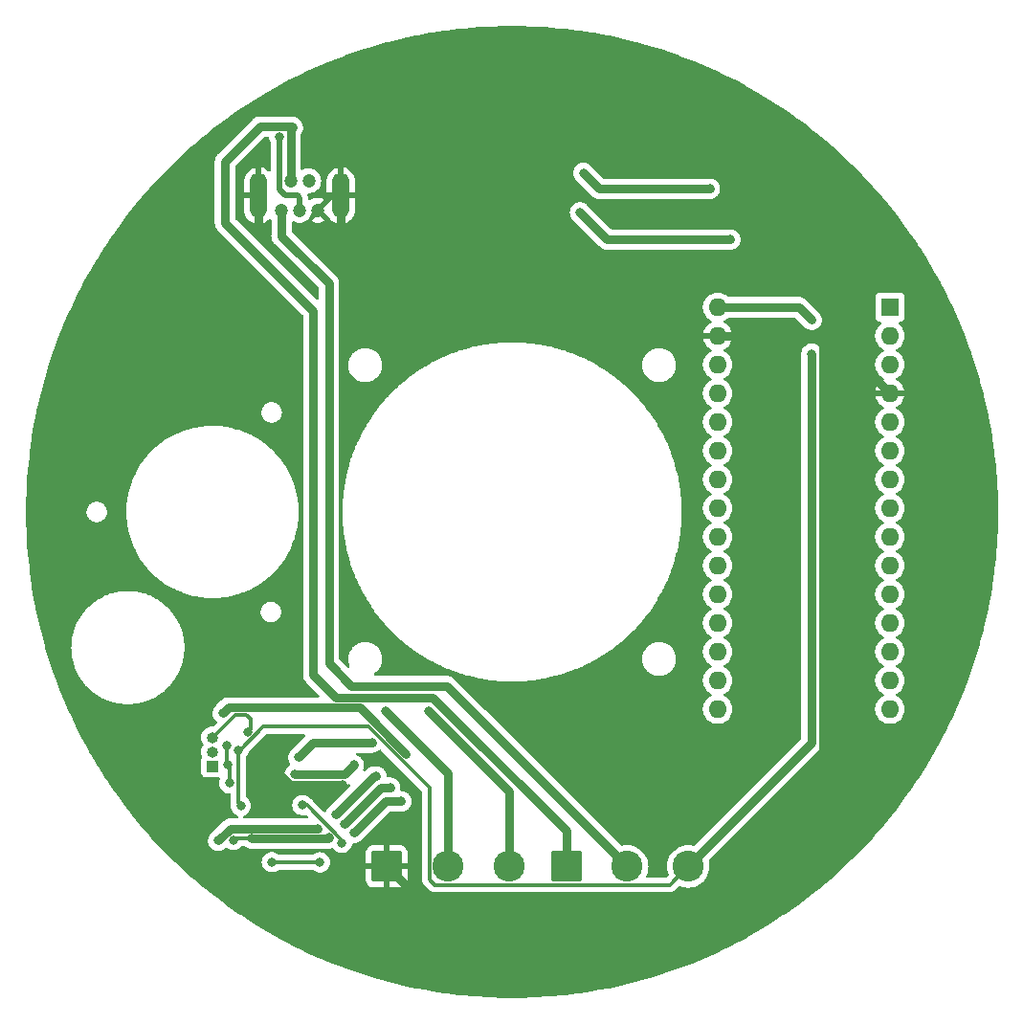
<source format=gbr>
%TF.GenerationSoftware,KiCad,Pcbnew,7.0.7-rc1*%
%TF.CreationDate,2024-04-11T15:56:59-04:00*%
%TF.ProjectId,Moving_PCB,4d6f7669-6e67-45f5-9043-422e6b696361,rev?*%
%TF.SameCoordinates,Original*%
%TF.FileFunction,Copper,L1,Top*%
%TF.FilePolarity,Positive*%
%FSLAX46Y46*%
G04 Gerber Fmt 4.6, Leading zero omitted, Abs format (unit mm)*
G04 Created by KiCad (PCBNEW 7.0.7-rc1) date 2024-04-11 15:56:59*
%MOMM*%
%LPD*%
G01*
G04 APERTURE LIST*
G04 Aperture macros list*
%AMRoundRect*
0 Rectangle with rounded corners*
0 $1 Rounding radius*
0 $2 $3 $4 $5 $6 $7 $8 $9 X,Y pos of 4 corners*
0 Add a 4 corners polygon primitive as box body*
4,1,4,$2,$3,$4,$5,$6,$7,$8,$9,$2,$3,0*
0 Add four circle primitives for the rounded corners*
1,1,$1+$1,$2,$3*
1,1,$1+$1,$4,$5*
1,1,$1+$1,$6,$7*
1,1,$1+$1,$8,$9*
0 Add four rect primitives between the rounded corners*
20,1,$1+$1,$2,$3,$4,$5,0*
20,1,$1+$1,$4,$5,$6,$7,0*
20,1,$1+$1,$6,$7,$8,$9,0*
20,1,$1+$1,$8,$9,$2,$3,0*%
G04 Aperture macros list end*
%TA.AperFunction,ComponentPad*%
%ADD10R,1.000000X1.000000*%
%TD*%
%TA.AperFunction,ComponentPad*%
%ADD11O,1.000000X1.000000*%
%TD*%
%TA.AperFunction,ComponentPad*%
%ADD12C,1.200000*%
%TD*%
%TA.AperFunction,ComponentPad*%
%ADD13O,1.500000X4.000000*%
%TD*%
%TA.AperFunction,ComponentPad*%
%ADD14RoundRect,0.250000X-1.125000X-1.125000X1.125000X-1.125000X1.125000X1.125000X-1.125000X1.125000X0*%
%TD*%
%TA.AperFunction,ComponentPad*%
%ADD15C,2.750000*%
%TD*%
%TA.AperFunction,ComponentPad*%
%ADD16R,1.600000X1.600000*%
%TD*%
%TA.AperFunction,ComponentPad*%
%ADD17O,1.600000X1.600000*%
%TD*%
%TA.AperFunction,ViaPad*%
%ADD18C,0.800000*%
%TD*%
%TA.AperFunction,Conductor*%
%ADD19C,0.300000*%
%TD*%
%TA.AperFunction,Conductor*%
%ADD20C,0.800000*%
%TD*%
%TA.AperFunction,Conductor*%
%ADD21C,0.500000*%
%TD*%
G04 APERTURE END LIST*
D10*
%TO.P,J2,1,Pin_1*%
%TO.N,U*%
X113500000Y-112500000D03*
D11*
%TO.P,J2,2,Pin_2*%
%TO.N,V*%
X113500000Y-111230000D03*
%TO.P,J2,3,Pin_3*%
%TO.N,W*%
X113500000Y-109960000D03*
%TD*%
D12*
%TO.P,J7,1,VCC*%
%TO.N,Net-(J3-Pin_1)*%
X119600000Y-63300000D03*
%TO.P,J7,2,D-*%
%TO.N,Net-(J3-Pin_3)*%
X120400000Y-60700000D03*
%TO.P,J7,3,D+*%
%TO.N,Net-(J3-Pin_2)*%
X121200000Y-63300000D03*
%TO.P,J7,4,ID*%
%TO.N,Net-(J3-Pin_4)*%
X122000000Y-60700000D03*
%TO.P,J7,5,GND*%
%TO.N,GND*%
X122800000Y-63300000D03*
D13*
%TO.P,J7,SH1,SHIELD*%
X124850000Y-62000000D03*
%TO.P,J7,SH2,SHIELD*%
X117550000Y-62000000D03*
%TD*%
D14*
%TO.P,J8,1,Pin_1*%
%TO.N,GND*%
X128900000Y-121360000D03*
D15*
%TO.P,J8,2,Pin_2*%
%TO.N,Net-(J3-Pin_4)*%
X134300000Y-121360000D03*
%TO.P,J8,3,Pin_3*%
%TO.N,Net-(J3-Pin_2)*%
X139700000Y-121360000D03*
%TD*%
D14*
%TO.P,J6,1,Pin_1*%
%TO.N,Net-(J3-Pin_3)*%
X144780000Y-121360000D03*
D15*
%TO.P,J6,2,Pin_2*%
%TO.N,Net-(J3-Pin_1)*%
X150180000Y-121360000D03*
%TO.P,J6,3,Pin_3*%
%TO.N,VCC*%
X155580000Y-121360000D03*
%TD*%
D16*
%TO.P,A1,1,D1/TX*%
%TO.N,unconnected-(A1-D1{slash}TX-Pad1)*%
X173425000Y-71890000D03*
D17*
%TO.P,A1,2,D0/RX*%
%TO.N,unconnected-(A1-D0{slash}RX-Pad2)*%
X173425000Y-74430000D03*
%TO.P,A1,3,~{RESET}*%
%TO.N,unconnected-(A1-~{RESET}-Pad3)*%
X173425000Y-76970000D03*
%TO.P,A1,4,GND*%
%TO.N,GND*%
X173425000Y-79510000D03*
%TO.P,A1,5,D2*%
%TO.N,unconnected-(A1-D2-Pad5)*%
X173425000Y-82050000D03*
%TO.P,A1,6,D3*%
%TO.N,UL*%
X173425000Y-84590000D03*
%TO.P,A1,7,D4*%
%TO.N,unconnected-(A1-D4-Pad7)*%
X173425000Y-87130000D03*
%TO.P,A1,8,D5*%
%TO.N,WL*%
X173425000Y-89670000D03*
%TO.P,A1,9,D6*%
%TO.N,WH*%
X173425000Y-92210000D03*
%TO.P,A1,10,D7*%
%TO.N,unconnected-(A1-D7-Pad10)*%
X173425000Y-94750000D03*
%TO.P,A1,11,D8*%
%TO.N,unconnected-(A1-D8-Pad11)*%
X173425000Y-97290000D03*
%TO.P,A1,12,D9*%
%TO.N,VL*%
X173425000Y-99830000D03*
%TO.P,A1,13,D10*%
%TO.N,VH*%
X173425000Y-102370000D03*
%TO.P,A1,14,D11*%
%TO.N,UH*%
X173425000Y-104910000D03*
%TO.P,A1,15,D12*%
%TO.N,VIO*%
X173425000Y-107450000D03*
%TO.P,A1,16,D13*%
%TO.N,unconnected-(A1-D13-Pad16)*%
X158185000Y-107450000D03*
%TO.P,A1,17,3V3*%
%TO.N,unconnected-(A1-3V3-Pad17)*%
X158185000Y-104910000D03*
%TO.P,A1,18,AREF*%
%TO.N,unconnected-(A1-AREF-Pad18)*%
X158185000Y-102370000D03*
%TO.P,A1,19,A0*%
%TO.N,unconnected-(A1-A0-Pad19)*%
X158185000Y-99830000D03*
%TO.P,A1,20,A1*%
%TO.N,unconnected-(A1-A1-Pad20)*%
X158185000Y-97290000D03*
%TO.P,A1,21,A2*%
%TO.N,unconnected-(A1-A2-Pad21)*%
X158185000Y-94750000D03*
%TO.P,A1,22,A3*%
%TO.N,unconnected-(A1-A3-Pad22)*%
X158185000Y-92210000D03*
%TO.P,A1,23,A4*%
%TO.N,SDA*%
X158185000Y-89670000D03*
%TO.P,A1,24,A5*%
%TO.N,SCL*%
X158185000Y-87130000D03*
%TO.P,A1,25,A6*%
%TO.N,unconnected-(A1-A6-Pad25)*%
X158185000Y-84590000D03*
%TO.P,A1,26,A7*%
%TO.N,unconnected-(A1-A7-Pad26)*%
X158185000Y-82050000D03*
%TO.P,A1,27,+5V*%
%TO.N,+5V*%
X158185000Y-79510000D03*
%TO.P,A1,28,~{RESET}*%
%TO.N,unconnected-(A1-~{RESET}-Pad28)*%
X158185000Y-76970000D03*
%TO.P,A1,29,GND*%
%TO.N,GND*%
X158185000Y-74430000D03*
%TO.P,A1,30,VIN*%
%TO.N,VCC*%
X158185000Y-71890000D03*
%TD*%
D18*
%TO.N,UH*%
X115350926Y-119008660D03*
%TO.N,VH*%
X114000000Y-119087500D03*
%TO.N,UH*%
X117000000Y-118900000D03*
%TO.N,VCC*%
X123000000Y-121000000D03*
X118752914Y-120975000D03*
X116000000Y-116000000D03*
%TO.N,GND*%
X124974603Y-114140234D03*
%TO.N,Net-(U1-BRUV)*%
X115000000Y-114000000D03*
%TO.N,GND*%
X124800000Y-65000000D03*
X118000000Y-65000000D03*
%TO.N,Net-(J3-Pin_4)*%
X128800000Y-107600000D03*
%TO.N,Net-(J3-Pin_2)*%
X132600000Y-107600000D03*
%TO.N,VIO*%
X124940734Y-119259266D03*
X121446349Y-115941147D03*
X126000000Y-118400000D03*
X130200000Y-115600000D03*
%TO.N,UH*%
X129200000Y-114400000D03*
X125200000Y-117600000D03*
X123800000Y-118800000D03*
%TO.N,VH*%
X128000000Y-113400000D03*
X124400000Y-116800000D03*
X122800000Y-118000000D03*
%TO.N,VL*%
X126000000Y-112400000D03*
%TO.N,WH*%
X130600000Y-111400000D03*
X114400000Y-107800500D03*
%TO.N,VL*%
X120759266Y-113240734D03*
%TO.N,WL*%
X127600000Y-110400000D03*
X121098966Y-111701034D03*
%TO.N,GND*%
X118600000Y-111800000D03*
X117600000Y-111800000D03*
X117600000Y-110800000D03*
X118600000Y-110800000D03*
%TO.N,VCC*%
X166500000Y-73000000D03*
X166500000Y-76000000D03*
%TO.N,SDA*%
X157500000Y-61400000D03*
X146305000Y-59995000D03*
%TO.N,SCL*%
X159300000Y-65900000D03*
X146012500Y-63497500D03*
%TO.N,Net-(J3-Pin_2)*%
X119400000Y-56800000D03*
%TO.N,W*%
X116600000Y-109500000D03*
%TO.N,Net-(U1-BRUV)*%
X114800000Y-110700000D03*
%TO.N,VCC*%
X115777104Y-111050562D03*
%TO.N,Net-(U1-BRUV)*%
X114879241Y-112350971D03*
%TD*%
D19*
%TO.N,UH*%
X117000000Y-118900000D02*
X115459586Y-118900000D01*
X115459586Y-118900000D02*
X115350926Y-119008660D01*
D20*
%TO.N,VH*%
X122800000Y-118000000D02*
X115087500Y-118000000D01*
X115087500Y-118000000D02*
X114000000Y-119087500D01*
%TO.N,UH*%
X123700000Y-118900000D02*
X117000000Y-118900000D01*
D19*
%TO.N,VCC*%
X115777104Y-111050562D02*
X115968677Y-111050562D01*
X115968677Y-111050562D02*
X118019239Y-109000000D01*
X132675000Y-114394238D02*
X132675000Y-122525000D01*
X132675000Y-122525000D02*
X133135000Y-122985000D01*
X118019239Y-109000000D02*
X127280762Y-109000000D01*
X127280762Y-109000000D02*
X132675000Y-114394238D01*
X133135000Y-122985000D02*
X153955000Y-122985000D01*
X153955000Y-122985000D02*
X155580000Y-121360000D01*
X118752914Y-120975000D02*
X118777914Y-121000000D01*
X118777914Y-121000000D02*
X122000000Y-121000000D01*
X115777104Y-114142135D02*
X115777104Y-115777104D01*
X115777104Y-115777104D02*
X116000000Y-116000000D01*
X122000000Y-121000000D02*
X123000000Y-121000000D01*
D20*
%TO.N,GND*%
X120385973Y-114140234D02*
X124974603Y-114140234D01*
X117600000Y-111354261D02*
X120385973Y-114140234D01*
X117600000Y-110800000D02*
X117600000Y-111354261D01*
D21*
%TO.N,Net-(J3-Pin_2)*%
X119900000Y-62000000D02*
X121000000Y-62000000D01*
X121000000Y-62000000D02*
X121200000Y-62200000D01*
X119400000Y-61500000D02*
X119900000Y-62000000D01*
X121200000Y-62200000D02*
X121200000Y-63300000D01*
D19*
%TO.N,Net-(U1-BRUV)*%
X115000000Y-114000000D02*
X115000000Y-112471730D01*
D20*
%TO.N,GND*%
X117550000Y-62000000D02*
X117550000Y-64550000D01*
X117550000Y-64550000D02*
X118000000Y-65000000D01*
X124800000Y-65000000D02*
X124800000Y-62050000D01*
X124800000Y-62050000D02*
X124850000Y-62000000D01*
%TO.N,Net-(J3-Pin_3)*%
X144780000Y-118180000D02*
X133000000Y-106400000D01*
X133000000Y-106400000D02*
X124400000Y-106400000D01*
X124400000Y-106400000D02*
X122400000Y-104400000D01*
X122400000Y-104400000D02*
X122400000Y-72200000D01*
X120500000Y-55900000D02*
X120600000Y-56000000D01*
X114600000Y-64400000D02*
X114600000Y-59000000D01*
X144780000Y-121360000D02*
X144780000Y-118180000D01*
X120400000Y-56200000D02*
X120400000Y-60700000D01*
X117700000Y-55900000D02*
X120500000Y-55900000D01*
X120600000Y-56000000D02*
X120400000Y-56200000D01*
X114600000Y-59000000D02*
X117700000Y-55900000D01*
X122400000Y-72200000D02*
X114600000Y-64400000D01*
%TO.N,Net-(J3-Pin_1)*%
X150180000Y-121360000D02*
X134220000Y-105400000D01*
X134220000Y-105400000D02*
X125800000Y-105400000D01*
X123800000Y-103400000D02*
X123800000Y-69800000D01*
X125800000Y-105400000D02*
X123800000Y-103400000D01*
X123800000Y-69800000D02*
X119600000Y-65600000D01*
X119600000Y-65600000D02*
X119600000Y-63300000D01*
%TO.N,Net-(J3-Pin_4)*%
X134300000Y-113100000D02*
X128800000Y-107600000D01*
X134300000Y-121360000D02*
X134300000Y-113100000D01*
%TO.N,Net-(J3-Pin_2)*%
X139700000Y-114700000D02*
X132600000Y-107600000D01*
X139700000Y-121360000D02*
X139700000Y-114700000D01*
D19*
%TO.N,VIO*%
X121860386Y-115941147D02*
X124940734Y-119021495D01*
X121446349Y-115941147D02*
X121860386Y-115941147D01*
X124940734Y-119021495D02*
X124940734Y-119259266D01*
D20*
X130200000Y-115600000D02*
X128800000Y-115600000D01*
X128800000Y-115600000D02*
X126000000Y-118400000D01*
%TO.N,UH*%
X129200000Y-114400000D02*
X128400000Y-114400000D01*
X128400000Y-114400000D02*
X125200000Y-117600000D01*
X123800000Y-118800000D02*
X123700000Y-118900000D01*
%TO.N,VH*%
X128000000Y-113400000D02*
X127800000Y-113400000D01*
X127800000Y-113400000D02*
X124400000Y-116800000D01*
%TO.N,VL*%
X126000000Y-112400000D02*
X125159266Y-113240734D01*
X125159266Y-113240734D02*
X120759266Y-113240734D01*
%TO.N,WH*%
X130600000Y-111400000D02*
X126500000Y-107300000D01*
X126500000Y-107300000D02*
X114900500Y-107300000D01*
X114900500Y-107300000D02*
X114400000Y-107800500D01*
%TO.N,WL*%
X122400000Y-110400000D02*
X121098966Y-111701034D01*
X127600000Y-110400000D02*
X122400000Y-110400000D01*
D19*
%TO.N,GND*%
X127960000Y-121360000D02*
X128900000Y-121360000D01*
%TO.N,VCC*%
X115777104Y-111050562D02*
X115777104Y-114142135D01*
D20*
%TO.N,GND*%
X132040000Y-124500000D02*
X159500000Y-124500000D01*
X128900000Y-121360000D02*
X132040000Y-124500000D01*
X159500000Y-124500000D02*
X167500000Y-116500000D01*
X167500000Y-116500000D02*
X167500000Y-74430000D01*
X158185000Y-74430000D02*
X167500000Y-74430000D01*
X167500000Y-74430000D02*
X168345000Y-74430000D01*
%TO.N,VCC*%
X166500000Y-73000000D02*
X165390000Y-71890000D01*
X166500000Y-110440000D02*
X166500000Y-101000000D01*
X165390000Y-71890000D02*
X158185000Y-71890000D01*
X155580000Y-121360000D02*
X166500000Y-110440000D01*
X166500000Y-101000000D02*
X166500000Y-76000000D01*
D21*
%TO.N,GND*%
X124850000Y-62000000D02*
X124100000Y-62000000D01*
X124100000Y-62000000D02*
X122800000Y-63300000D01*
D20*
X168345000Y-74430000D02*
X173425000Y-79510000D01*
%TO.N,SDA*%
X147710000Y-61400000D02*
X146305000Y-59995000D01*
X157500000Y-61400000D02*
X147710000Y-61400000D01*
%TO.N,SCL*%
X159300000Y-65900000D02*
X148415000Y-65900000D01*
X148415000Y-65900000D02*
X146012500Y-63497500D01*
D21*
%TO.N,Net-(J3-Pin_2)*%
X119400000Y-56800000D02*
X119400000Y-61500000D01*
D19*
%TO.N,W*%
X116600000Y-109500000D02*
X116850000Y-109250000D01*
X116850000Y-109250000D02*
X116850000Y-108330761D01*
X116850000Y-108330761D02*
X116469239Y-107950000D01*
X116469239Y-107950000D02*
X115510000Y-107950000D01*
X115510000Y-107950000D02*
X113500000Y-109960000D01*
%TO.N,Net-(U1-BRUV)*%
X114800000Y-110700000D02*
X114800000Y-112271730D01*
X114800000Y-112271730D02*
X114879241Y-112350971D01*
X115000000Y-112471730D02*
X114879241Y-112350971D01*
%TO.N,V*%
X113500000Y-111230000D02*
X113730000Y-111230000D01*
%TD*%
%TA.AperFunction,Conductor*%
%TO.N,GND*%
G36*
X121643677Y-109670185D02*
G01*
X121689432Y-109722989D01*
X121699376Y-109792147D01*
X121670351Y-109855703D01*
X121664319Y-109862181D01*
X120519229Y-111007270D01*
X120504440Y-111019903D01*
X120493092Y-111028148D01*
X120446632Y-111079747D01*
X120444401Y-111082099D01*
X120428856Y-111097644D01*
X120428841Y-111097661D01*
X120415005Y-111114744D01*
X120412902Y-111117206D01*
X120366435Y-111168815D01*
X120366432Y-111168819D01*
X120359424Y-111180957D01*
X120348410Y-111196982D01*
X120339592Y-111207871D01*
X120339582Y-111207887D01*
X120308048Y-111269774D01*
X120306499Y-111272626D01*
X120271787Y-111332747D01*
X120267453Y-111346087D01*
X120260011Y-111364054D01*
X120253646Y-111376546D01*
X120235672Y-111443618D01*
X120234751Y-111446726D01*
X120213292Y-111512776D01*
X120213291Y-111512779D01*
X120211826Y-111526720D01*
X120208281Y-111545846D01*
X120204652Y-111559386D01*
X120201018Y-111628738D01*
X120200764Y-111631961D01*
X120193542Y-111700694D01*
X120193506Y-111701035D01*
X120193506Y-111701036D01*
X120194971Y-111714979D01*
X120195480Y-111734423D01*
X120194746Y-111748420D01*
X120194746Y-111748421D01*
X120205607Y-111817003D01*
X120206031Y-111820219D01*
X120211485Y-111872100D01*
X120213292Y-111889290D01*
X120216097Y-111897926D01*
X120217627Y-111902633D01*
X120222165Y-111921538D01*
X120224358Y-111935382D01*
X120224360Y-111935388D01*
X120249238Y-112000197D01*
X120250321Y-112003256D01*
X120271786Y-112069317D01*
X120278793Y-112081452D01*
X120287172Y-112099019D01*
X120292193Y-112112101D01*
X120330014Y-112170341D01*
X120331709Y-112173108D01*
X120366433Y-112233250D01*
X120366435Y-112233252D01*
X120366436Y-112233254D01*
X120375814Y-112243669D01*
X120387674Y-112259128D01*
X120389883Y-112262531D01*
X120409874Y-112329480D01*
X120390496Y-112396608D01*
X120337901Y-112442604D01*
X120336314Y-112443324D01*
X120306533Y-112456584D01*
X120270778Y-112482560D01*
X120265335Y-112486095D01*
X120227054Y-112508197D01*
X120227051Y-112508199D01*
X120205076Y-112527986D01*
X120195392Y-112536706D01*
X120194201Y-112537778D01*
X120189155Y-112541864D01*
X120153391Y-112567849D01*
X120123816Y-112600694D01*
X120119226Y-112605284D01*
X120086381Y-112634859D01*
X120060396Y-112670623D01*
X120056310Y-112675669D01*
X120026731Y-112708519D01*
X120026729Y-112708522D01*
X120004627Y-112746803D01*
X120001092Y-112752246D01*
X119975116Y-112788001D01*
X119957137Y-112828381D01*
X119954190Y-112834164D01*
X119932085Y-112872453D01*
X119918426Y-112914489D01*
X119916100Y-112920549D01*
X119898122Y-112960929D01*
X119888931Y-113004168D01*
X119887251Y-113010439D01*
X119873591Y-113052477D01*
X119868969Y-113096444D01*
X119867954Y-113102853D01*
X119858766Y-113146085D01*
X119858766Y-113190287D01*
X119858426Y-113196771D01*
X119853806Y-113240733D01*
X119858426Y-113284694D01*
X119858766Y-113291179D01*
X119858766Y-113335380D01*
X119867954Y-113378614D01*
X119868970Y-113385025D01*
X119873591Y-113428990D01*
X119887252Y-113471030D01*
X119888932Y-113477303D01*
X119898122Y-113520537D01*
X119898121Y-113520537D01*
X119916099Y-113560913D01*
X119918426Y-113566976D01*
X119932084Y-113609011D01*
X119932086Y-113609015D01*
X119932087Y-113609018D01*
X119954190Y-113647301D01*
X119957138Y-113653087D01*
X119975116Y-113693466D01*
X119975119Y-113693470D01*
X120001091Y-113729218D01*
X120004628Y-113734664D01*
X120026730Y-113772946D01*
X120026737Y-113772956D01*
X120056316Y-113805806D01*
X120060403Y-113810853D01*
X120086376Y-113846603D01*
X120086377Y-113846604D01*
X120086378Y-113846605D01*
X120119232Y-113876187D01*
X120123812Y-113880768D01*
X120146595Y-113906070D01*
X120153395Y-113913622D01*
X120189158Y-113939604D01*
X120194196Y-113943685D01*
X120198178Y-113947270D01*
X120227043Y-113973262D01*
X120227053Y-113973269D01*
X120265336Y-113995372D01*
X120270782Y-113998909D01*
X120306532Y-114024883D01*
X120346910Y-114042861D01*
X120352696Y-114045809D01*
X120378566Y-114060744D01*
X120390982Y-114067913D01*
X120433021Y-114081571D01*
X120439078Y-114083897D01*
X120443923Y-114086054D01*
X120477960Y-114101209D01*
X120479459Y-114101876D01*
X120479458Y-114101876D01*
X120479463Y-114101878D01*
X120513986Y-114109215D01*
X120522701Y-114111068D01*
X120528964Y-114112745D01*
X120571010Y-114126408D01*
X120602317Y-114129698D01*
X120614975Y-114131029D01*
X120621389Y-114132045D01*
X120664620Y-114141234D01*
X120712074Y-114141234D01*
X125078639Y-114141234D01*
X125098038Y-114142761D01*
X125111878Y-114144953D01*
X125181225Y-114141318D01*
X125184469Y-114141234D01*
X125206457Y-114141234D01*
X125206458Y-114141234D01*
X125223254Y-114139468D01*
X125228330Y-114138935D01*
X125231550Y-114138681D01*
X125300912Y-114135047D01*
X125314453Y-114131417D01*
X125333579Y-114127872D01*
X125347522Y-114126408D01*
X125413572Y-114104946D01*
X125416634Y-114104038D01*
X125483754Y-114086054D01*
X125496242Y-114079690D01*
X125514212Y-114072246D01*
X125526706Y-114068186D01*
X125596546Y-114066195D01*
X125656377Y-114102279D01*
X125687202Y-114164981D01*
X125679234Y-114234395D01*
X125652698Y-114273801D01*
X123820263Y-116106236D01*
X123805474Y-116118869D01*
X123794126Y-116127114D01*
X123747666Y-116178713D01*
X123745435Y-116181065D01*
X123729890Y-116196610D01*
X123729875Y-116196627D01*
X123716039Y-116213710D01*
X123713936Y-116216172D01*
X123667469Y-116267781D01*
X123667466Y-116267785D01*
X123660458Y-116279923D01*
X123649444Y-116295948D01*
X123640626Y-116306837D01*
X123640616Y-116306853D01*
X123609082Y-116368740D01*
X123607533Y-116371592D01*
X123572821Y-116431713D01*
X123568487Y-116445053D01*
X123561045Y-116463018D01*
X123554680Y-116475512D01*
X123554679Y-116475515D01*
X123551733Y-116481298D01*
X123549354Y-116480086D01*
X123514117Y-116526215D01*
X123448418Y-116549993D01*
X123380292Y-116534477D01*
X123353095Y-116513910D01*
X122380820Y-115541635D01*
X122370747Y-115529061D01*
X122370560Y-115529217D01*
X122365587Y-115523206D01*
X122313142Y-115473957D01*
X122291421Y-115452236D01*
X122285626Y-115447741D01*
X122281184Y-115443946D01*
X122245782Y-115410701D01*
X122245774Y-115410695D01*
X122227178Y-115400472D01*
X122210917Y-115389791D01*
X122194147Y-115376783D01*
X122149576Y-115357496D01*
X122144332Y-115354927D01*
X122140528Y-115352836D01*
X122134845Y-115349711D01*
X122102430Y-115324022D01*
X122052220Y-115268259D01*
X122052218Y-115268257D01*
X122052215Y-115268254D01*
X122052213Y-115268253D01*
X121899083Y-115156998D01*
X121899078Y-115156995D01*
X121726156Y-115080004D01*
X121726151Y-115080002D01*
X121580350Y-115049012D01*
X121540995Y-115040647D01*
X121351703Y-115040647D01*
X121319246Y-115047545D01*
X121166546Y-115080002D01*
X121166541Y-115080004D01*
X120993619Y-115156995D01*
X120993614Y-115156998D01*
X120840478Y-115268258D01*
X120713815Y-115408932D01*
X120619170Y-115572862D01*
X120619167Y-115572869D01*
X120563469Y-115744292D01*
X120560675Y-115752891D01*
X120540889Y-115941147D01*
X120560675Y-116129403D01*
X120560676Y-116129406D01*
X120619167Y-116309424D01*
X120619170Y-116309431D01*
X120713816Y-116473363D01*
X120838415Y-116611744D01*
X120840478Y-116614035D01*
X120993614Y-116725295D01*
X120993619Y-116725298D01*
X121166541Y-116802289D01*
X121166546Y-116802291D01*
X121351703Y-116841647D01*
X121351704Y-116841647D01*
X121540993Y-116841647D01*
X121540995Y-116841647D01*
X121722506Y-116803066D01*
X121792173Y-116808382D01*
X121835968Y-116836675D01*
X121887112Y-116887819D01*
X121920597Y-116949142D01*
X121915613Y-117018834D01*
X121873741Y-117074767D01*
X121808277Y-117099184D01*
X121799431Y-117099500D01*
X116327821Y-117099500D01*
X116260782Y-117079815D01*
X116215027Y-117027011D01*
X116205083Y-116957853D01*
X116234108Y-116894297D01*
X116277385Y-116862221D01*
X116398307Y-116808382D01*
X116452730Y-116784151D01*
X116605871Y-116672888D01*
X116732533Y-116532216D01*
X116827179Y-116368284D01*
X116885674Y-116188256D01*
X116905460Y-116000000D01*
X116885674Y-115811744D01*
X116827179Y-115631716D01*
X116732533Y-115467784D01*
X116605871Y-115327112D01*
X116532767Y-115273999D01*
X116478718Y-115234730D01*
X116436053Y-115179400D01*
X116427604Y-115134412D01*
X116427604Y-111721483D01*
X116447289Y-111654444D01*
X116459455Y-111638510D01*
X116463201Y-111634350D01*
X116509637Y-111582778D01*
X116604283Y-111418846D01*
X116635487Y-111322809D01*
X116665734Y-111273449D01*
X118252365Y-109686819D01*
X118313689Y-109653334D01*
X118340047Y-109650500D01*
X121576638Y-109650500D01*
X121643677Y-109670185D01*
G37*
%TD.AperFunction*%
%TA.AperFunction,Conductor*%
G36*
X118449981Y-56820185D02*
G01*
X118495736Y-56872989D01*
X118506263Y-56911539D01*
X118514325Y-56988254D01*
X118572818Y-57168277D01*
X118572821Y-57168284D01*
X118632887Y-57272321D01*
X118649500Y-57334321D01*
X118649500Y-59781719D01*
X118629815Y-59848758D01*
X118577011Y-59894513D01*
X118507853Y-59904457D01*
X118444297Y-59875432D01*
X118439809Y-59871346D01*
X118332513Y-59768762D01*
X118144733Y-59644808D01*
X117937830Y-59556375D01*
X117937823Y-59556373D01*
X117800000Y-59524915D01*
X117800000Y-60662952D01*
X117780315Y-60729991D01*
X117727511Y-60775746D01*
X117658353Y-60785690D01*
X117645563Y-60783158D01*
X117637109Y-60781017D01*
X117520700Y-60771371D01*
X117482610Y-60781017D01*
X117454438Y-60788150D01*
X117384619Y-60785525D01*
X117327302Y-60745569D01*
X117300686Y-60680968D01*
X117300000Y-60667945D01*
X117300000Y-59522449D01*
X117299999Y-59522449D01*
X117270721Y-59526415D01*
X117056731Y-59595945D01*
X116858598Y-59702565D01*
X116858595Y-59702567D01*
X116682679Y-59842854D01*
X116534647Y-60012292D01*
X116534640Y-60012300D01*
X116419240Y-60205446D01*
X116419238Y-60205451D01*
X116340175Y-60416110D01*
X116340175Y-60416111D01*
X116300000Y-60637494D01*
X116300000Y-61750000D01*
X117076000Y-61750000D01*
X117143039Y-61769685D01*
X117188794Y-61822489D01*
X117200000Y-61874000D01*
X117200000Y-62126000D01*
X117180315Y-62193039D01*
X117127511Y-62238794D01*
X117076000Y-62250000D01*
X116300000Y-62250000D01*
X116300000Y-63306129D01*
X116315116Y-63474096D01*
X116315117Y-63474102D01*
X116374973Y-63690984D01*
X116374978Y-63690997D01*
X116472598Y-63893708D01*
X116472602Y-63893716D01*
X116604851Y-64075741D01*
X116604857Y-64075749D01*
X116767486Y-64231237D01*
X116955266Y-64355191D01*
X117162169Y-64443624D01*
X117162178Y-64443627D01*
X117299999Y-64475084D01*
X117300000Y-64475083D01*
X117300000Y-63337047D01*
X117319685Y-63270008D01*
X117372489Y-63224253D01*
X117441647Y-63214309D01*
X117454443Y-63216842D01*
X117462886Y-63218979D01*
X117462892Y-63218982D01*
X117556020Y-63226698D01*
X117579301Y-63228628D01*
X117579301Y-63228627D01*
X117579302Y-63228628D01*
X117645561Y-63211849D01*
X117715379Y-63214473D01*
X117772697Y-63254429D01*
X117799314Y-63319030D01*
X117800000Y-63332054D01*
X117800000Y-64477549D01*
X117829267Y-64473586D01*
X117829273Y-64473585D01*
X118043268Y-64404054D01*
X118241401Y-64297434D01*
X118241404Y-64297432D01*
X118417319Y-64157145D01*
X118482119Y-64082976D01*
X118541050Y-64045442D01*
X118610919Y-64045726D01*
X118669543Y-64083740D01*
X118698309Y-64147413D01*
X118699500Y-64164560D01*
X118699500Y-65519373D01*
X118697973Y-65538772D01*
X118695781Y-65552611D01*
X118699415Y-65621956D01*
X118699500Y-65625201D01*
X118699500Y-65647189D01*
X118701797Y-65669059D01*
X118702051Y-65672290D01*
X118705686Y-65741643D01*
X118705688Y-65741653D01*
X118709315Y-65755189D01*
X118712860Y-65774314D01*
X118714325Y-65788249D01*
X118714326Y-65788256D01*
X118735299Y-65852807D01*
X118735784Y-65854298D01*
X118736705Y-65857409D01*
X118754679Y-65924486D01*
X118754684Y-65924498D01*
X118761043Y-65936978D01*
X118768488Y-65954949D01*
X118772820Y-65968282D01*
X118807537Y-66028414D01*
X118809085Y-66031266D01*
X118830992Y-66074259D01*
X118840617Y-66093149D01*
X118840619Y-66093151D01*
X118840620Y-66093153D01*
X118849438Y-66104043D01*
X118860454Y-66120070D01*
X118867465Y-66132213D01*
X118867470Y-66132220D01*
X118913939Y-66183831D01*
X118916043Y-66186295D01*
X118929882Y-66203382D01*
X118945423Y-66218922D01*
X118947657Y-66221277D01*
X118994128Y-66272887D01*
X119005468Y-66281126D01*
X119020265Y-66293764D01*
X122863181Y-70136679D01*
X122896666Y-70198002D01*
X122899500Y-70224360D01*
X122899500Y-71126637D01*
X122879815Y-71193676D01*
X122827011Y-71239431D01*
X122757853Y-71249375D01*
X122694297Y-71220350D01*
X122687819Y-71214318D01*
X115536819Y-64063318D01*
X115503334Y-64001995D01*
X115500500Y-63975637D01*
X115500500Y-59424361D01*
X115520185Y-59357322D01*
X115536819Y-59336680D01*
X118036680Y-56836819D01*
X118098003Y-56803334D01*
X118124361Y-56800500D01*
X118382942Y-56800500D01*
X118449981Y-56820185D01*
G37*
%TD.AperFunction*%
%TA.AperFunction,Conductor*%
G36*
X140786812Y-47009499D02*
G01*
X141835503Y-47041495D01*
X142097511Y-47053490D01*
X143144787Y-47117456D01*
X143406184Y-47137427D01*
X144348805Y-47223921D01*
X144451058Y-47233304D01*
X144478156Y-47236207D01*
X144711706Y-47261234D01*
X145753151Y-47388928D01*
X146012935Y-47424809D01*
X147049974Y-47584199D01*
X147308589Y-47627996D01*
X148340225Y-47818928D01*
X148597310Y-47870575D01*
X149622778Y-48092907D01*
X149878049Y-48152343D01*
X150896256Y-48405843D01*
X151086024Y-48456175D01*
X151149736Y-48473074D01*
X151270131Y-48506979D01*
X152159680Y-48757492D01*
X152410891Y-48832391D01*
X153411705Y-49147480D01*
X153660641Y-49230046D01*
X154651363Y-49575505D01*
X154897527Y-49665573D01*
X155877334Y-50041114D01*
X156066977Y-50117138D01*
X156120695Y-50138673D01*
X157088519Y-50543888D01*
X157328818Y-50648834D01*
X158283793Y-51083356D01*
X158520892Y-51195635D01*
X159462043Y-51659016D01*
X159695668Y-51778503D01*
X160622335Y-52270416D01*
X160852066Y-52396895D01*
X160852110Y-52396920D01*
X161763306Y-52916841D01*
X161989135Y-53050303D01*
X162884073Y-53597783D01*
X163105725Y-53738069D01*
X163983575Y-54312603D01*
X164200824Y-54459568D01*
X165060737Y-55060600D01*
X165208771Y-55167465D01*
X165273431Y-55214143D01*
X165406546Y-55313360D01*
X166114604Y-55841111D01*
X166259533Y-55952612D01*
X166322488Y-56001046D01*
X166443979Y-56097500D01*
X167144172Y-56653394D01*
X167327230Y-56803334D01*
X167347080Y-56819592D01*
X168148536Y-57496737D01*
X168346201Y-57668976D01*
X168346258Y-57669027D01*
X169126652Y-58370262D01*
X169138312Y-58381065D01*
X169318987Y-58548462D01*
X170077641Y-59273176D01*
X170264590Y-59457296D01*
X171000700Y-60204719D01*
X171043285Y-60249298D01*
X171181921Y-60394427D01*
X171894963Y-61164024D01*
X171937842Y-61211743D01*
X172061673Y-61349553D01*
X172070230Y-61359076D01*
X172149847Y-61450445D01*
X172759515Y-62150110D01*
X172928773Y-62350441D01*
X173593585Y-63162093D01*
X173756662Y-63367502D01*
X174396440Y-64199087D01*
X174510869Y-64352611D01*
X174553129Y-64409309D01*
X175167234Y-65259996D01*
X175298127Y-65447267D01*
X175317490Y-65474970D01*
X175857268Y-66272888D01*
X175905358Y-66343976D01*
X176048993Y-66563441D01*
X176610077Y-67449957D01*
X176746957Y-67673707D01*
X177280711Y-68576865D01*
X177362375Y-68719985D01*
X177410723Y-68804719D01*
X177916725Y-69723804D01*
X177932118Y-69752800D01*
X178039691Y-69955448D01*
X178150957Y-70172998D01*
X178496013Y-70847664D01*
X178517433Y-70889544D01*
X178548765Y-70953181D01*
X178633280Y-71124837D01*
X179082313Y-72073067D01*
X179190940Y-72311803D01*
X179610842Y-73273274D01*
X179712131Y-73515196D01*
X180102509Y-74489007D01*
X180196394Y-74733957D01*
X180321920Y-75077028D01*
X180550219Y-75700984D01*
X180556899Y-75719239D01*
X180598809Y-75839431D01*
X180643231Y-75966826D01*
X180973547Y-76962721D01*
X181052291Y-77212833D01*
X181352072Y-78218306D01*
X181423160Y-78470733D01*
X181692136Y-79484869D01*
X181755490Y-79739335D01*
X181993407Y-80761173D01*
X182048990Y-81017538D01*
X182255623Y-82046101D01*
X182303361Y-82304037D01*
X182478539Y-83338477D01*
X182518377Y-83597675D01*
X182661928Y-84636974D01*
X182693852Y-84897335D01*
X182805637Y-85940494D01*
X182829606Y-86201710D01*
X182909525Y-87247769D01*
X182925519Y-87509633D01*
X182973501Y-88557666D01*
X182981499Y-88819808D01*
X182999500Y-90000000D01*
X182981499Y-91180191D01*
X182973501Y-91442333D01*
X182925519Y-92490366D01*
X182909525Y-92752230D01*
X182829606Y-93798289D01*
X182805637Y-94059505D01*
X182693852Y-95102664D01*
X182661928Y-95363025D01*
X182518377Y-96402324D01*
X182478539Y-96661522D01*
X182303361Y-97695962D01*
X182255623Y-97953898D01*
X182048990Y-98982461D01*
X181993407Y-99238826D01*
X181755490Y-100260664D01*
X181692136Y-100515130D01*
X181423160Y-101529266D01*
X181352072Y-101781693D01*
X181052291Y-102787166D01*
X180973547Y-103037278D01*
X180643231Y-104033173D01*
X180556903Y-104280749D01*
X180196394Y-105266042D01*
X180102509Y-105510992D01*
X179712131Y-106484803D01*
X179610842Y-106726725D01*
X179190940Y-107688196D01*
X179082313Y-107926932D01*
X178633280Y-108875162D01*
X178517446Y-109110430D01*
X178039691Y-110044551D01*
X177916731Y-110276185D01*
X177410723Y-111195280D01*
X177329963Y-111336819D01*
X177283160Y-111418846D01*
X177280754Y-111423060D01*
X177059174Y-111797995D01*
X176746957Y-112326292D01*
X176610077Y-112550042D01*
X176048993Y-113436558D01*
X175905358Y-113656023D01*
X175317500Y-114525015D01*
X175167250Y-114739982D01*
X174553129Y-115590690D01*
X174396447Y-115800903D01*
X174010194Y-116302957D01*
X173756661Y-116632500D01*
X173593585Y-116837906D01*
X172928773Y-117649558D01*
X172759515Y-117849889D01*
X172070236Y-118640917D01*
X171894963Y-118835975D01*
X171181921Y-119605572D01*
X171000708Y-119795272D01*
X170264573Y-120542721D01*
X170077643Y-120726821D01*
X169319015Y-121451511D01*
X169126652Y-121629737D01*
X168346208Y-122331017D01*
X168148524Y-122503273D01*
X167347093Y-123180396D01*
X167144172Y-123346605D01*
X166322494Y-123998948D01*
X166114600Y-124158891D01*
X165273431Y-124785856D01*
X165060728Y-124939406D01*
X164200824Y-125540431D01*
X163983575Y-125687396D01*
X163105725Y-126261930D01*
X162884073Y-126402216D01*
X161989135Y-126949696D01*
X161763306Y-127083158D01*
X160852058Y-127603109D01*
X160622307Y-127729598D01*
X159695668Y-128221496D01*
X159462043Y-128340983D01*
X158520892Y-128804364D01*
X158283760Y-128916658D01*
X157328840Y-129351156D01*
X157088500Y-129456119D01*
X156120695Y-129861326D01*
X155877315Y-129958892D01*
X154897557Y-130334414D01*
X154651345Y-130424501D01*
X153660642Y-130769952D01*
X153411682Y-130852527D01*
X152410937Y-131167594D01*
X152159626Y-131242522D01*
X151149736Y-131526925D01*
X150896208Y-131594168D01*
X149878095Y-131847645D01*
X149622721Y-131907104D01*
X148597310Y-132129424D01*
X148340225Y-132181071D01*
X147308589Y-132372003D01*
X147049926Y-132415807D01*
X146012990Y-132575182D01*
X145753155Y-132611071D01*
X144711757Y-132738759D01*
X144451058Y-132766695D01*
X143406214Y-132862569D01*
X143144730Y-132882547D01*
X142097540Y-132946507D01*
X141835472Y-132958505D01*
X140786843Y-132990499D01*
X140524578Y-132994500D01*
X139475422Y-132994500D01*
X139213156Y-132990499D01*
X138164527Y-132958505D01*
X137902459Y-132946507D01*
X136855269Y-132882547D01*
X136593785Y-132862569D01*
X135548941Y-132766695D01*
X135288242Y-132738759D01*
X134246844Y-132611071D01*
X133987009Y-132575182D01*
X132950073Y-132415807D01*
X132691410Y-132372003D01*
X131659774Y-132181071D01*
X131402689Y-132129424D01*
X130377278Y-131907104D01*
X130121904Y-131847645D01*
X129103791Y-131594168D01*
X128850263Y-131526925D01*
X127840373Y-131242522D01*
X127589062Y-131167594D01*
X126588317Y-130852527D01*
X126339357Y-130769952D01*
X125348654Y-130424501D01*
X125102442Y-130334414D01*
X124122684Y-129958892D01*
X123879304Y-129861326D01*
X122911499Y-129456119D01*
X122671142Y-129351148D01*
X121716239Y-128916658D01*
X121479107Y-128804364D01*
X120537956Y-128340983D01*
X120304331Y-128221496D01*
X119377692Y-127729598D01*
X119147941Y-127603109D01*
X118236693Y-127083158D01*
X118010864Y-126949696D01*
X117115926Y-126402216D01*
X116894274Y-126261930D01*
X116016424Y-125687396D01*
X115799175Y-125540431D01*
X114939302Y-124939427D01*
X114818952Y-124852548D01*
X114726568Y-124785856D01*
X113885399Y-124158891D01*
X113677505Y-123998948D01*
X112855827Y-123346605D01*
X112652906Y-123180396D01*
X112447279Y-123006663D01*
X111851465Y-122503264D01*
X111653791Y-122331017D01*
X111045192Y-121784151D01*
X110873347Y-121629737D01*
X110773806Y-121537511D01*
X110680980Y-121451506D01*
X110182158Y-120975000D01*
X117847454Y-120975000D01*
X117867240Y-121163256D01*
X117867241Y-121163259D01*
X117925732Y-121343277D01*
X117925735Y-121343284D01*
X118020381Y-121507216D01*
X118130700Y-121629737D01*
X118147043Y-121647888D01*
X118300179Y-121759148D01*
X118300184Y-121759151D01*
X118473106Y-121836142D01*
X118473111Y-121836144D01*
X118658268Y-121875500D01*
X118658269Y-121875500D01*
X118847558Y-121875500D01*
X118847560Y-121875500D01*
X119032717Y-121836144D01*
X119205644Y-121759151D01*
X119306630Y-121685781D01*
X119322595Y-121674182D01*
X119388401Y-121650702D01*
X119395480Y-121650500D01*
X121917823Y-121650500D01*
X122323025Y-121650500D01*
X122390064Y-121670185D01*
X122395910Y-121674182D01*
X122547265Y-121784148D01*
X122547270Y-121784151D01*
X122720192Y-121861142D01*
X122720197Y-121861144D01*
X122905354Y-121900500D01*
X122905355Y-121900500D01*
X123094644Y-121900500D01*
X123094646Y-121900500D01*
X123279803Y-121861144D01*
X123452730Y-121784151D01*
X123605871Y-121672888D01*
X123732533Y-121532216D01*
X123827179Y-121368284D01*
X123885674Y-121188256D01*
X123893899Y-121110000D01*
X127025000Y-121110000D01*
X127908320Y-121110000D01*
X127975359Y-121129685D01*
X128021114Y-121182489D01*
X128031058Y-121251647D01*
X128030687Y-121254060D01*
X128021131Y-121312351D01*
X128030182Y-121479287D01*
X128014156Y-121547294D01*
X127963906Y-121595840D01*
X127906364Y-121610000D01*
X127025001Y-121610000D01*
X127025001Y-122534986D01*
X127035494Y-122637697D01*
X127090641Y-122804119D01*
X127090643Y-122804124D01*
X127182684Y-122953345D01*
X127306654Y-123077315D01*
X127455875Y-123169356D01*
X127455880Y-123169358D01*
X127622302Y-123224505D01*
X127622309Y-123224506D01*
X127725019Y-123234999D01*
X128649999Y-123234999D01*
X128650000Y-123234998D01*
X128650000Y-122355180D01*
X128669685Y-122288141D01*
X128722489Y-122242386D01*
X128791647Y-122232442D01*
X128800646Y-122234077D01*
X128804838Y-122235000D01*
X128804840Y-122235000D01*
X128947440Y-122235000D01*
X128947445Y-122235000D01*
X129012593Y-122227914D01*
X129081366Y-122240234D01*
X129132562Y-122287781D01*
X129149999Y-122351187D01*
X129149999Y-123234999D01*
X130074972Y-123234999D01*
X130074986Y-123234998D01*
X130177697Y-123224505D01*
X130344119Y-123169358D01*
X130344124Y-123169356D01*
X130493345Y-123077315D01*
X130617315Y-122953345D01*
X130709356Y-122804124D01*
X130709358Y-122804119D01*
X130764505Y-122637697D01*
X130764506Y-122637690D01*
X130774999Y-122534986D01*
X130775000Y-122534973D01*
X130775000Y-121610000D01*
X129891680Y-121610000D01*
X129824641Y-121590315D01*
X129778886Y-121537511D01*
X129768942Y-121468353D01*
X129769313Y-121465940D01*
X129778869Y-121407651D01*
X129771327Y-121268557D01*
X129769818Y-121240713D01*
X129785844Y-121172706D01*
X129836094Y-121124160D01*
X129893636Y-121110000D01*
X130774998Y-121110000D01*
X130774999Y-120185028D01*
X130774998Y-120185013D01*
X130764505Y-120082302D01*
X130709358Y-119915880D01*
X130709356Y-119915875D01*
X130617315Y-119766654D01*
X130493345Y-119642684D01*
X130344124Y-119550643D01*
X130344119Y-119550641D01*
X130177697Y-119495494D01*
X130177690Y-119495493D01*
X130074986Y-119485000D01*
X129149999Y-119485000D01*
X129149999Y-120364819D01*
X129130314Y-120431858D01*
X129077510Y-120477613D01*
X129008352Y-120487557D01*
X128999349Y-120485921D01*
X128995168Y-120485000D01*
X128995162Y-120485000D01*
X128852555Y-120485000D01*
X128852550Y-120485000D01*
X128787406Y-120492085D01*
X128718631Y-120479764D01*
X128667436Y-120432216D01*
X128650000Y-120368812D01*
X128650000Y-119485000D01*
X127725028Y-119485000D01*
X127725012Y-119485001D01*
X127622302Y-119495494D01*
X127455880Y-119550641D01*
X127455875Y-119550643D01*
X127306654Y-119642684D01*
X127182684Y-119766654D01*
X127090643Y-119915875D01*
X127090641Y-119915880D01*
X127035494Y-120082302D01*
X127035493Y-120082309D01*
X127025000Y-120185013D01*
X127025000Y-121110000D01*
X123893899Y-121110000D01*
X123905460Y-121000000D01*
X123885674Y-120811744D01*
X123827179Y-120631716D01*
X123732533Y-120467784D01*
X123605871Y-120327112D01*
X123580218Y-120308474D01*
X123452734Y-120215851D01*
X123452729Y-120215848D01*
X123279807Y-120138857D01*
X123279802Y-120138855D01*
X123134000Y-120107865D01*
X123094646Y-120099500D01*
X122905354Y-120099500D01*
X122872897Y-120106398D01*
X122720197Y-120138855D01*
X122720192Y-120138857D01*
X122547270Y-120215848D01*
X122547265Y-120215851D01*
X122395910Y-120325818D01*
X122330104Y-120349298D01*
X122323025Y-120349500D01*
X119456662Y-120349500D01*
X119389623Y-120329815D01*
X119364514Y-120308474D01*
X119358787Y-120302114D01*
X119358783Y-120302110D01*
X119205648Y-120190851D01*
X119205643Y-120190848D01*
X119032721Y-120113857D01*
X119032716Y-120113855D01*
X118883786Y-120082200D01*
X118847560Y-120074500D01*
X118658268Y-120074500D01*
X118625811Y-120081398D01*
X118473111Y-120113855D01*
X118473106Y-120113857D01*
X118300184Y-120190848D01*
X118300179Y-120190851D01*
X118147043Y-120302111D01*
X118020380Y-120442785D01*
X117925735Y-120606715D01*
X117925732Y-120606722D01*
X117868894Y-120781653D01*
X117867240Y-120786744D01*
X117847454Y-120975000D01*
X110182158Y-120975000D01*
X109922355Y-120726820D01*
X109735440Y-120542735D01*
X108999282Y-119795263D01*
X108996937Y-119792808D01*
X108906293Y-119697919D01*
X108818078Y-119605572D01*
X108105036Y-118835975D01*
X108000117Y-118719213D01*
X107929754Y-118640906D01*
X107240484Y-117849889D01*
X107071226Y-117649558D01*
X106406414Y-116837906D01*
X106363737Y-116784151D01*
X106243339Y-116632500D01*
X105603560Y-115800913D01*
X105446870Y-115590690D01*
X105421854Y-115556037D01*
X104832732Y-114739958D01*
X104682500Y-114525015D01*
X104094628Y-113656003D01*
X104092719Y-113653087D01*
X103951006Y-113436558D01*
X103389920Y-112550039D01*
X103384786Y-112541647D01*
X103253061Y-112326324D01*
X102719258Y-111423083D01*
X102609087Y-111230000D01*
X112494659Y-111230000D01*
X112513975Y-111426129D01*
X112513976Y-111426132D01*
X112569797Y-111610149D01*
X112571187Y-111614729D01*
X112572321Y-111616850D01*
X112572580Y-111618094D01*
X112573518Y-111620359D01*
X112573088Y-111620536D01*
X112586564Y-111685253D01*
X112562233Y-111749614D01*
X112556205Y-111757666D01*
X112556202Y-111757671D01*
X112505908Y-111892517D01*
X112499501Y-111952116D01*
X112499500Y-111952135D01*
X112499500Y-113047870D01*
X112499501Y-113047876D01*
X112505908Y-113107483D01*
X112556202Y-113242328D01*
X112556206Y-113242335D01*
X112642452Y-113357544D01*
X112642455Y-113357547D01*
X112757664Y-113443793D01*
X112757671Y-113443797D01*
X112892517Y-113494091D01*
X112892516Y-113494091D01*
X112897679Y-113494646D01*
X112952127Y-113500500D01*
X114044784Y-113500499D01*
X114111823Y-113520184D01*
X114157578Y-113572987D01*
X114167522Y-113642146D01*
X114162715Y-113662817D01*
X114114327Y-113811740D01*
X114114326Y-113811744D01*
X114100082Y-113947267D01*
X114095231Y-113993430D01*
X114094540Y-114000000D01*
X114114326Y-114188256D01*
X114114327Y-114188259D01*
X114172818Y-114368277D01*
X114172821Y-114368284D01*
X114267467Y-114532216D01*
X114294773Y-114562542D01*
X114394129Y-114672888D01*
X114547265Y-114784148D01*
X114547270Y-114784151D01*
X114720192Y-114861142D01*
X114720197Y-114861144D01*
X114905354Y-114900500D01*
X114905355Y-114900500D01*
X115002604Y-114900500D01*
X115069643Y-114920185D01*
X115115398Y-114972989D01*
X115126604Y-115024500D01*
X115126604Y-115691597D01*
X115124836Y-115707608D01*
X115125078Y-115707631D01*
X115124343Y-115715398D01*
X115125541Y-115753503D01*
X115119534Y-115795711D01*
X115114326Y-115811741D01*
X115097873Y-115968284D01*
X115094540Y-116000000D01*
X115114326Y-116188256D01*
X115114327Y-116188259D01*
X115172818Y-116368277D01*
X115172821Y-116368284D01*
X115267467Y-116532216D01*
X115388013Y-116666096D01*
X115394129Y-116672888D01*
X115547265Y-116784148D01*
X115547270Y-116784151D01*
X115722615Y-116862221D01*
X115775852Y-116907471D01*
X115796173Y-116974320D01*
X115777127Y-117041544D01*
X115724761Y-117087799D01*
X115672179Y-117099500D01*
X115168127Y-117099500D01*
X115148728Y-117097973D01*
X115134889Y-117095781D01*
X115134888Y-117095781D01*
X115065546Y-117099415D01*
X115062303Y-117099500D01*
X115040308Y-117099500D01*
X115024903Y-117101118D01*
X115018433Y-117101798D01*
X115015202Y-117102052D01*
X114945856Y-117105687D01*
X114932309Y-117109317D01*
X114913186Y-117112860D01*
X114899245Y-117114325D01*
X114899243Y-117114325D01*
X114833202Y-117135784D01*
X114830090Y-117136705D01*
X114763017Y-117154677D01*
X114763003Y-117154683D01*
X114750522Y-117161043D01*
X114732549Y-117168488D01*
X114719215Y-117172820D01*
X114659092Y-117207533D01*
X114656240Y-117209082D01*
X114594353Y-117240616D01*
X114594337Y-117240626D01*
X114583448Y-117249444D01*
X114567423Y-117260458D01*
X114555285Y-117267466D01*
X114555281Y-117267469D01*
X114503672Y-117313936D01*
X114501210Y-117316039D01*
X114484127Y-117329875D01*
X114484110Y-117329890D01*
X114468565Y-117345435D01*
X114466213Y-117347666D01*
X114414614Y-117394126D01*
X114406369Y-117405474D01*
X114393736Y-117420263D01*
X113420263Y-118393736D01*
X113405474Y-118406369D01*
X113394126Y-118414614D01*
X113347666Y-118466213D01*
X113345435Y-118468565D01*
X113329890Y-118484110D01*
X113329875Y-118484127D01*
X113316039Y-118501210D01*
X113313936Y-118503672D01*
X113267469Y-118555281D01*
X113267466Y-118555285D01*
X113260458Y-118567423D01*
X113249444Y-118583448D01*
X113240626Y-118594337D01*
X113240616Y-118594353D01*
X113209082Y-118656240D01*
X113207533Y-118659092D01*
X113172821Y-118719213D01*
X113168487Y-118732553D01*
X113161045Y-118750520D01*
X113154680Y-118763012D01*
X113136706Y-118830084D01*
X113135785Y-118833192D01*
X113114326Y-118899242D01*
X113114325Y-118899245D01*
X113112860Y-118913186D01*
X113109315Y-118932312D01*
X113105686Y-118945852D01*
X113102052Y-119015204D01*
X113101798Y-119018439D01*
X113094540Y-119087501D01*
X113094540Y-119087502D01*
X113096005Y-119101445D01*
X113096514Y-119120889D01*
X113095780Y-119134886D01*
X113095780Y-119134887D01*
X113106641Y-119203469D01*
X113107065Y-119206685D01*
X113114325Y-119275749D01*
X113114326Y-119275755D01*
X113118661Y-119289099D01*
X113123199Y-119308004D01*
X113125392Y-119321848D01*
X113125394Y-119321854D01*
X113150272Y-119386663D01*
X113151355Y-119389722D01*
X113172820Y-119455783D01*
X113179827Y-119467918D01*
X113188206Y-119485485D01*
X113193227Y-119498567D01*
X113231048Y-119556807D01*
X113232743Y-119559574D01*
X113267467Y-119619716D01*
X113267469Y-119619718D01*
X113267470Y-119619720D01*
X113276848Y-119630135D01*
X113288697Y-119645577D01*
X113296326Y-119657326D01*
X113345422Y-119706421D01*
X113347657Y-119708776D01*
X113394129Y-119760388D01*
X113398127Y-119763293D01*
X113405468Y-119768626D01*
X113420265Y-119781264D01*
X113430176Y-119791175D01*
X113488415Y-119828996D01*
X113491074Y-119830822D01*
X113547270Y-119871651D01*
X113559418Y-119877059D01*
X113560073Y-119877351D01*
X113577174Y-119886637D01*
X113588925Y-119894268D01*
X113588930Y-119894271D01*
X113603582Y-119899895D01*
X113653759Y-119919156D01*
X113656742Y-119920391D01*
X113720197Y-119948644D01*
X113733918Y-119951560D01*
X113752564Y-119957083D01*
X113765650Y-119962107D01*
X113834258Y-119972972D01*
X113837391Y-119973553D01*
X113905354Y-119988000D01*
X113919373Y-119988000D01*
X113938772Y-119989527D01*
X113952612Y-119991719D01*
X114021959Y-119988084D01*
X114025203Y-119988000D01*
X114094643Y-119988000D01*
X114094646Y-119988000D01*
X114108359Y-119985084D01*
X114127647Y-119982546D01*
X114141646Y-119981813D01*
X114208754Y-119963830D01*
X114211862Y-119963084D01*
X114279803Y-119948644D01*
X114292604Y-119942943D01*
X114310954Y-119936446D01*
X114310964Y-119936443D01*
X114324488Y-119932820D01*
X114386386Y-119901280D01*
X114389292Y-119899895D01*
X114390686Y-119899274D01*
X114452730Y-119871651D01*
X114464059Y-119863418D01*
X114480656Y-119853247D01*
X114493149Y-119846883D01*
X114547134Y-119803164D01*
X114549678Y-119801212D01*
X114605871Y-119760388D01*
X114629119Y-119734567D01*
X114688603Y-119697919D01*
X114758460Y-119699248D01*
X114794154Y-119717221D01*
X114898191Y-119792808D01*
X114898196Y-119792811D01*
X115071118Y-119869802D01*
X115071123Y-119869804D01*
X115256280Y-119909160D01*
X115256281Y-119909160D01*
X115445570Y-119909160D01*
X115445572Y-119909160D01*
X115630729Y-119869804D01*
X115803656Y-119792811D01*
X115956797Y-119681548D01*
X115956802Y-119681543D01*
X116037852Y-119591528D01*
X116097338Y-119554879D01*
X116130002Y-119550500D01*
X116323025Y-119550500D01*
X116390064Y-119570185D01*
X116395887Y-119574165D01*
X116429892Y-119598870D01*
X116434934Y-119602954D01*
X116467777Y-119632528D01*
X116467787Y-119632535D01*
X116506070Y-119654638D01*
X116511516Y-119658175D01*
X116547266Y-119684149D01*
X116587644Y-119702127D01*
X116593430Y-119705075D01*
X116619300Y-119720010D01*
X116631716Y-119727179D01*
X116673755Y-119740837D01*
X116679812Y-119743163D01*
X116705689Y-119754684D01*
X116718499Y-119760388D01*
X116720193Y-119761142D01*
X116720192Y-119761142D01*
X116720197Y-119761144D01*
X116754720Y-119768481D01*
X116763435Y-119770334D01*
X116769698Y-119772011D01*
X116811744Y-119785674D01*
X116843051Y-119788964D01*
X116855709Y-119790295D01*
X116862123Y-119791311D01*
X116905354Y-119800500D01*
X116952808Y-119800500D01*
X123619373Y-119800500D01*
X123638772Y-119802027D01*
X123652612Y-119804219D01*
X123721959Y-119800584D01*
X123725203Y-119800500D01*
X123747191Y-119800500D01*
X123747192Y-119800500D01*
X123763988Y-119798734D01*
X123769064Y-119798201D01*
X123772284Y-119797947D01*
X123841646Y-119794313D01*
X123855187Y-119790683D01*
X123874313Y-119787138D01*
X123888256Y-119785674D01*
X123954306Y-119764212D01*
X123957368Y-119763304D01*
X124024488Y-119745320D01*
X124036976Y-119738956D01*
X124054939Y-119731514D01*
X124059336Y-119730085D01*
X124129174Y-119728087D01*
X124189009Y-119764165D01*
X124205043Y-119786013D01*
X124208199Y-119791480D01*
X124334863Y-119932154D01*
X124487999Y-120043414D01*
X124488004Y-120043417D01*
X124660926Y-120120408D01*
X124660931Y-120120410D01*
X124846088Y-120159766D01*
X124846089Y-120159766D01*
X125035378Y-120159766D01*
X125035380Y-120159766D01*
X125220537Y-120120410D01*
X125393464Y-120043417D01*
X125546605Y-119932154D01*
X125673267Y-119791482D01*
X125767913Y-119627550D01*
X125826408Y-119447522D01*
X125829783Y-119415403D01*
X125856365Y-119350790D01*
X125913661Y-119310803D01*
X125946615Y-119304533D01*
X125952610Y-119304218D01*
X125952612Y-119304219D01*
X126021959Y-119300584D01*
X126025203Y-119300500D01*
X126094643Y-119300500D01*
X126094646Y-119300500D01*
X126108359Y-119297584D01*
X126127647Y-119295046D01*
X126141646Y-119294313D01*
X126208754Y-119276330D01*
X126211862Y-119275584D01*
X126279803Y-119261144D01*
X126292604Y-119255443D01*
X126310954Y-119248946D01*
X126310964Y-119248943D01*
X126324488Y-119245320D01*
X126386386Y-119213780D01*
X126389292Y-119212395D01*
X126390686Y-119211774D01*
X126452730Y-119184151D01*
X126464059Y-119175918D01*
X126480656Y-119165747D01*
X126493149Y-119159383D01*
X126547134Y-119115664D01*
X126549678Y-119113712D01*
X126605871Y-119072888D01*
X126652357Y-119021258D01*
X126654558Y-119018939D01*
X129136679Y-116536819D01*
X129198003Y-116503334D01*
X129224361Y-116500500D01*
X130294643Y-116500500D01*
X130294646Y-116500500D01*
X130337894Y-116491307D01*
X130344283Y-116490295D01*
X130388256Y-116485674D01*
X130430308Y-116472009D01*
X130436551Y-116470336D01*
X130479803Y-116461144D01*
X130520197Y-116443158D01*
X130526228Y-116440842D01*
X130568284Y-116427179D01*
X130606586Y-116405063D01*
X130612333Y-116402136D01*
X130652730Y-116384151D01*
X130688504Y-116358159D01*
X130693906Y-116354650D01*
X130732216Y-116332533D01*
X130765071Y-116302948D01*
X130770098Y-116298876D01*
X130805871Y-116272888D01*
X130835453Y-116240032D01*
X130840032Y-116235453D01*
X130872888Y-116205871D01*
X130898876Y-116170098D01*
X130902948Y-116165071D01*
X130932533Y-116132216D01*
X130954650Y-116093906D01*
X130958159Y-116088504D01*
X130984151Y-116052730D01*
X131002136Y-116012333D01*
X131005063Y-116006586D01*
X131027179Y-115968284D01*
X131040842Y-115926228D01*
X131043158Y-115920197D01*
X131061144Y-115879803D01*
X131070336Y-115836551D01*
X131072009Y-115830308D01*
X131085674Y-115788256D01*
X131090295Y-115744283D01*
X131091307Y-115737894D01*
X131100500Y-115694646D01*
X131100500Y-115650445D01*
X131100840Y-115643960D01*
X131102126Y-115631722D01*
X131105460Y-115600000D01*
X131102549Y-115572309D01*
X131100840Y-115556037D01*
X131100500Y-115549553D01*
X131100500Y-115505354D01*
X131091311Y-115462123D01*
X131090295Y-115455709D01*
X131088964Y-115443051D01*
X131085674Y-115411744D01*
X131072011Y-115369698D01*
X131070334Y-115363435D01*
X131067417Y-115349713D01*
X131061144Y-115320197D01*
X131043163Y-115279812D01*
X131040835Y-115273748D01*
X131039052Y-115268259D01*
X131027179Y-115231716D01*
X131018018Y-115215849D01*
X131005075Y-115193430D01*
X131002127Y-115187644D01*
X130988481Y-115156996D01*
X130984151Y-115147270D01*
X130984149Y-115147267D01*
X130984149Y-115147266D01*
X130958175Y-115111516D01*
X130954638Y-115106070D01*
X130932535Y-115067787D01*
X130932528Y-115067777D01*
X130902954Y-115034934D01*
X130898870Y-115029892D01*
X130872888Y-114994129D01*
X130872887Y-114994128D01*
X130840034Y-114964546D01*
X130835453Y-114959966D01*
X130805871Y-114927112D01*
X130805870Y-114927111D01*
X130805869Y-114927110D01*
X130770119Y-114901137D01*
X130765072Y-114897050D01*
X130732222Y-114867471D01*
X130732212Y-114867464D01*
X130693930Y-114845362D01*
X130688484Y-114841825D01*
X130652736Y-114815853D01*
X130652732Y-114815850D01*
X130612353Y-114797872D01*
X130606567Y-114794924D01*
X130568284Y-114772821D01*
X130568281Y-114772820D01*
X130568277Y-114772818D01*
X130526242Y-114759160D01*
X130520179Y-114756833D01*
X130479803Y-114738856D01*
X130436569Y-114729666D01*
X130430301Y-114727987D01*
X130419861Y-114724595D01*
X130388256Y-114714325D01*
X130344291Y-114709704D01*
X130337880Y-114708688D01*
X130294647Y-114699500D01*
X130294646Y-114699500D01*
X130247192Y-114699500D01*
X130211697Y-114699500D01*
X130144658Y-114679815D01*
X130098903Y-114627011D01*
X130088376Y-114562542D01*
X130090296Y-114544268D01*
X130091307Y-114537894D01*
X130100500Y-114494646D01*
X130100500Y-114450445D01*
X130100840Y-114443960D01*
X130101848Y-114434365D01*
X130105460Y-114400000D01*
X130102126Y-114368277D01*
X130100840Y-114356037D01*
X130100500Y-114349553D01*
X130100500Y-114305354D01*
X130091311Y-114262123D01*
X130090295Y-114255709D01*
X130088964Y-114243051D01*
X130085674Y-114211744D01*
X130072011Y-114169698D01*
X130070334Y-114163435D01*
X130068765Y-114156056D01*
X130061144Y-114120197D01*
X130053166Y-114102279D01*
X130043163Y-114079812D01*
X130040835Y-114073748D01*
X130040346Y-114072242D01*
X130027179Y-114031716D01*
X130015924Y-114012222D01*
X130005075Y-113993430D01*
X130002127Y-113987644D01*
X129990962Y-113962568D01*
X129984151Y-113947270D01*
X129984149Y-113947267D01*
X129984149Y-113947266D01*
X129958175Y-113911516D01*
X129954638Y-113906070D01*
X129932535Y-113867787D01*
X129932528Y-113867777D01*
X129902954Y-113834934D01*
X129898870Y-113829892D01*
X129872888Y-113794129D01*
X129872887Y-113794128D01*
X129840034Y-113764546D01*
X129835453Y-113759966D01*
X129805871Y-113727112D01*
X129805870Y-113727111D01*
X129805869Y-113727110D01*
X129770119Y-113701137D01*
X129765072Y-113697050D01*
X129732222Y-113667471D01*
X129732212Y-113667464D01*
X129702164Y-113650116D01*
X129693926Y-113645359D01*
X129688484Y-113641825D01*
X129652736Y-113615853D01*
X129652732Y-113615850D01*
X129652730Y-113615849D01*
X129612349Y-113597870D01*
X129606567Y-113594924D01*
X129568284Y-113572821D01*
X129568281Y-113572820D01*
X129568277Y-113572818D01*
X129526242Y-113559160D01*
X129520179Y-113556833D01*
X129479803Y-113538856D01*
X129436569Y-113529666D01*
X129430301Y-113527987D01*
X129419861Y-113524595D01*
X129388256Y-113514325D01*
X129344291Y-113509704D01*
X129337880Y-113508688D01*
X129294647Y-113499500D01*
X129294646Y-113499500D01*
X129247192Y-113499500D01*
X129027568Y-113499500D01*
X128960529Y-113479815D01*
X128914774Y-113427011D01*
X128904247Y-113388460D01*
X128900840Y-113356037D01*
X128900500Y-113349553D01*
X128900500Y-113305354D01*
X128891311Y-113262123D01*
X128890295Y-113255709D01*
X128888721Y-113240733D01*
X128885674Y-113211744D01*
X128872011Y-113169698D01*
X128870334Y-113163435D01*
X128866646Y-113146085D01*
X128861144Y-113120197D01*
X128843163Y-113079812D01*
X128840835Y-113073748D01*
X128834032Y-113052809D01*
X128827179Y-113031716D01*
X128820010Y-113019300D01*
X128805075Y-112993430D01*
X128802127Y-112987644D01*
X128790232Y-112960929D01*
X128784151Y-112947270D01*
X128784149Y-112947267D01*
X128784149Y-112947266D01*
X128758175Y-112911516D01*
X128754638Y-112906070D01*
X128732535Y-112867787D01*
X128732528Y-112867777D01*
X128702954Y-112834934D01*
X128698870Y-112829892D01*
X128672888Y-112794129D01*
X128666086Y-112788004D01*
X128640034Y-112764546D01*
X128635453Y-112759966D01*
X128605871Y-112727112D01*
X128605870Y-112727111D01*
X128605869Y-112727110D01*
X128570119Y-112701137D01*
X128565072Y-112697050D01*
X128532222Y-112667471D01*
X128532212Y-112667464D01*
X128493930Y-112645362D01*
X128488484Y-112641825D01*
X128486821Y-112640617D01*
X128452736Y-112615853D01*
X128452732Y-112615850D01*
X128424118Y-112603110D01*
X128412349Y-112597870D01*
X128406567Y-112594924D01*
X128368284Y-112572821D01*
X128368281Y-112572820D01*
X128368277Y-112572818D01*
X128326242Y-112559160D01*
X128320179Y-112556833D01*
X128315343Y-112554680D01*
X128279803Y-112538856D01*
X128279802Y-112538856D01*
X128236569Y-112529666D01*
X128230301Y-112527987D01*
X128219861Y-112524595D01*
X128188256Y-112514325D01*
X128144291Y-112509704D01*
X128137880Y-112508688D01*
X128094647Y-112499500D01*
X128094646Y-112499500D01*
X128047192Y-112499500D01*
X127880627Y-112499500D01*
X127861228Y-112497973D01*
X127847388Y-112495781D01*
X127778040Y-112499415D01*
X127774797Y-112499500D01*
X127752808Y-112499500D01*
X127746559Y-112500156D01*
X127730941Y-112501797D01*
X127727710Y-112502051D01*
X127658352Y-112505686D01*
X127644812Y-112509315D01*
X127625686Y-112512860D01*
X127611745Y-112514325D01*
X127611742Y-112514326D01*
X127545692Y-112535785D01*
X127542584Y-112536706D01*
X127475512Y-112554679D01*
X127475512Y-112554680D01*
X127466720Y-112559160D01*
X127463020Y-112561045D01*
X127445053Y-112568487D01*
X127431713Y-112572821D01*
X127371592Y-112607533D01*
X127368740Y-112609082D01*
X127306853Y-112640616D01*
X127306837Y-112640626D01*
X127295948Y-112649444D01*
X127279923Y-112660458D01*
X127267785Y-112667466D01*
X127267781Y-112667469D01*
X127216172Y-112713936D01*
X127213710Y-112716039D01*
X127196627Y-112729875D01*
X127196610Y-112729890D01*
X127181065Y-112745435D01*
X127178713Y-112747666D01*
X127127114Y-112794126D01*
X127118869Y-112805474D01*
X127106236Y-112820263D01*
X127033067Y-112893432D01*
X126971744Y-112926917D01*
X126902052Y-112921933D01*
X126846119Y-112880061D01*
X126821702Y-112814597D01*
X126827455Y-112767433D01*
X126831510Y-112754953D01*
X126838960Y-112736969D01*
X126845319Y-112724490D01*
X126845320Y-112724488D01*
X126849598Y-112708522D01*
X126863297Y-112657390D01*
X126864201Y-112654337D01*
X126885674Y-112588256D01*
X126887139Y-112574307D01*
X126890684Y-112555183D01*
X126894312Y-112541646D01*
X126897947Y-112472282D01*
X126898200Y-112469073D01*
X126905460Y-112400000D01*
X126903994Y-112386064D01*
X126903485Y-112366606D01*
X126904219Y-112352612D01*
X126893354Y-112284014D01*
X126892934Y-112280824D01*
X126891887Y-112270859D01*
X126885674Y-112211744D01*
X126881340Y-112198408D01*
X126876799Y-112179487D01*
X126874608Y-112165655D01*
X126874607Y-112165651D01*
X126862853Y-112135031D01*
X126849717Y-112100810D01*
X126848646Y-112097787D01*
X126827179Y-112031716D01*
X126820164Y-112019567D01*
X126811793Y-112002015D01*
X126806771Y-111988930D01*
X126768940Y-111930676D01*
X126767280Y-111927969D01*
X126732533Y-111867784D01*
X126723151Y-111857365D01*
X126711302Y-111841922D01*
X126703675Y-111830176D01*
X126654576Y-111781077D01*
X126652356Y-111778739D01*
X126605871Y-111727112D01*
X126594525Y-111718869D01*
X126579734Y-111706235D01*
X126569828Y-111696329D01*
X126569825Y-111696326D01*
X126569822Y-111696324D01*
X126569815Y-111696318D01*
X126511574Y-111658497D01*
X126508899Y-111656658D01*
X126486822Y-111640618D01*
X126452730Y-111615849D01*
X126439923Y-111610147D01*
X126422832Y-111600867D01*
X126411071Y-111593229D01*
X126411068Y-111593228D01*
X126346242Y-111568344D01*
X126343261Y-111567110D01*
X126279803Y-111538856D01*
X126279802Y-111538855D01*
X126277384Y-111537779D01*
X126224147Y-111492529D01*
X126203826Y-111425680D01*
X126222871Y-111358456D01*
X126275238Y-111312201D01*
X126327820Y-111300500D01*
X127694643Y-111300500D01*
X127694646Y-111300500D01*
X127737894Y-111291307D01*
X127744283Y-111290295D01*
X127788256Y-111285674D01*
X127830308Y-111272009D01*
X127836551Y-111270336D01*
X127879803Y-111261144D01*
X127920197Y-111243158D01*
X127926228Y-111240842D01*
X127968284Y-111227179D01*
X128006586Y-111205063D01*
X128012333Y-111202136D01*
X128052730Y-111184151D01*
X128088504Y-111158159D01*
X128093906Y-111154650D01*
X128132216Y-111132533D01*
X128165071Y-111102948D01*
X128170098Y-111098876D01*
X128205871Y-111072888D01*
X128226381Y-111050108D01*
X128285864Y-111013459D01*
X128355721Y-111014786D01*
X128406213Y-111045397D01*
X131988181Y-114627365D01*
X132021666Y-114688688D01*
X132024500Y-114715046D01*
X132024500Y-122439494D01*
X132022732Y-122455505D01*
X132022974Y-122455528D01*
X132022240Y-122463294D01*
X132024500Y-122535203D01*
X132024500Y-122565920D01*
X132024501Y-122565940D01*
X132025418Y-122573206D01*
X132025876Y-122579024D01*
X132027402Y-122627567D01*
X132027403Y-122627570D01*
X132033323Y-122647948D01*
X132037268Y-122666996D01*
X132039928Y-122688054D01*
X132039931Y-122688064D01*
X132057813Y-122733230D01*
X132059705Y-122738758D01*
X132073254Y-122785395D01*
X132073255Y-122785397D01*
X132084060Y-122803666D01*
X132092617Y-122821134D01*
X132098226Y-122835300D01*
X132100432Y-122840872D01*
X132128983Y-122880170D01*
X132132188Y-122885049D01*
X132156919Y-122926865D01*
X132156923Y-122926869D01*
X132171925Y-122941871D01*
X132184563Y-122956669D01*
X132197033Y-122973833D01*
X132197036Y-122973836D01*
X132197037Y-122973837D01*
X132234476Y-123004809D01*
X132238776Y-123008722D01*
X132451204Y-123221150D01*
X132614564Y-123384510D01*
X132624635Y-123397080D01*
X132624822Y-123396926D01*
X132629796Y-123402937D01*
X132629798Y-123402940D01*
X132649254Y-123421210D01*
X132682243Y-123452190D01*
X132703967Y-123473913D01*
X132709757Y-123478405D01*
X132714197Y-123482197D01*
X132743498Y-123509711D01*
X132749607Y-123515448D01*
X132749609Y-123515449D01*
X132768205Y-123525672D01*
X132784470Y-123536357D01*
X132801232Y-123549360D01*
X132801235Y-123549361D01*
X132801236Y-123549362D01*
X132845823Y-123568656D01*
X132851059Y-123571221D01*
X132893632Y-123594627D01*
X132909340Y-123598659D01*
X132914186Y-123599904D01*
X132932598Y-123606207D01*
X132952073Y-123614635D01*
X133000071Y-123622237D01*
X133005740Y-123623411D01*
X133052823Y-123635500D01*
X133074051Y-123635500D01*
X133093448Y-123637026D01*
X133114403Y-123640345D01*
X133114404Y-123640346D01*
X133114404Y-123640345D01*
X133114405Y-123640346D01*
X133162760Y-123635775D01*
X133168599Y-123635500D01*
X153869495Y-123635500D01*
X153885505Y-123637267D01*
X153885528Y-123637026D01*
X153893289Y-123637758D01*
X153893296Y-123637760D01*
X153965203Y-123635500D01*
X153995925Y-123635500D01*
X154003190Y-123634581D01*
X154009016Y-123634122D01*
X154057569Y-123632597D01*
X154077956Y-123626673D01*
X154096996Y-123622731D01*
X154118058Y-123620071D01*
X154163235Y-123602183D01*
X154168735Y-123600300D01*
X154215398Y-123586744D01*
X154233665Y-123575939D01*
X154251136Y-123567380D01*
X154270871Y-123559568D01*
X154310177Y-123531010D01*
X154315043Y-123527813D01*
X154356865Y-123503081D01*
X154371870Y-123488075D01*
X154386668Y-123475436D01*
X154403837Y-123462963D01*
X154434809Y-123425522D01*
X154438723Y-123421221D01*
X154735758Y-123124186D01*
X154797079Y-123090703D01*
X154866768Y-123095686D01*
X155050261Y-123164126D01*
X155312407Y-123221152D01*
X155559385Y-123238816D01*
X155579999Y-123240291D01*
X155580000Y-123240291D01*
X155580001Y-123240291D01*
X155599140Y-123238922D01*
X155847593Y-123221152D01*
X156109739Y-123164126D01*
X156361101Y-123070373D01*
X156596562Y-122941801D01*
X156811329Y-122781029D01*
X157001029Y-122591329D01*
X157161801Y-122376562D01*
X157290373Y-122141101D01*
X157384126Y-121889739D01*
X157441152Y-121627593D01*
X157460291Y-121360000D01*
X157459095Y-121343284D01*
X157451759Y-121240713D01*
X157441152Y-121092407D01*
X157428494Y-121034219D01*
X157398360Y-120895691D01*
X157403344Y-120825999D01*
X157431843Y-120781654D01*
X167079737Y-111133760D01*
X167094525Y-111121130D01*
X167105871Y-111112888D01*
X167152347Y-111061270D01*
X167154570Y-111058928D01*
X167170119Y-111043380D01*
X167183982Y-111026260D01*
X167186049Y-111023841D01*
X167189595Y-111019903D01*
X167232533Y-110972216D01*
X167239538Y-110960080D01*
X167250570Y-110944031D01*
X167259381Y-110933151D01*
X167259383Y-110933149D01*
X167259382Y-110933149D01*
X167290934Y-110871222D01*
X167292425Y-110868476D01*
X167327179Y-110808284D01*
X167331510Y-110794950D01*
X167338956Y-110776976D01*
X167345320Y-110764488D01*
X167363304Y-110697368D01*
X167364216Y-110694295D01*
X167385674Y-110628256D01*
X167387138Y-110614313D01*
X167390683Y-110595187D01*
X167394313Y-110581646D01*
X167397947Y-110512284D01*
X167398201Y-110509064D01*
X167400499Y-110487199D01*
X167400500Y-110487191D01*
X167400500Y-110465201D01*
X167400585Y-110461956D01*
X167404219Y-110392612D01*
X167402027Y-110378772D01*
X167400500Y-110359373D01*
X167400500Y-107450001D01*
X172119532Y-107450001D01*
X172139364Y-107676686D01*
X172139366Y-107676697D01*
X172198258Y-107896488D01*
X172198261Y-107896497D01*
X172294431Y-108102732D01*
X172294432Y-108102734D01*
X172424954Y-108289141D01*
X172585858Y-108450045D01*
X172585861Y-108450047D01*
X172772266Y-108580568D01*
X172978504Y-108676739D01*
X173198308Y-108735635D01*
X173360230Y-108749801D01*
X173424998Y-108755468D01*
X173425000Y-108755468D01*
X173425002Y-108755468D01*
X173481672Y-108750509D01*
X173651692Y-108735635D01*
X173871496Y-108676739D01*
X174077734Y-108580568D01*
X174264139Y-108450047D01*
X174425047Y-108289139D01*
X174555568Y-108102734D01*
X174651739Y-107896496D01*
X174710635Y-107676692D01*
X174730468Y-107450000D01*
X174729423Y-107438060D01*
X174719552Y-107325233D01*
X174710635Y-107223308D01*
X174651739Y-107003504D01*
X174555568Y-106797266D01*
X174425047Y-106610861D01*
X174425045Y-106610858D01*
X174264141Y-106449954D01*
X174077734Y-106319432D01*
X174077728Y-106319429D01*
X174019725Y-106292382D01*
X173967285Y-106246210D01*
X173948133Y-106179017D01*
X173968348Y-106112135D01*
X174019725Y-106067618D01*
X174077734Y-106040568D01*
X174264139Y-105910047D01*
X174425047Y-105749139D01*
X174555568Y-105562734D01*
X174651739Y-105356496D01*
X174710635Y-105136692D01*
X174730468Y-104910000D01*
X174728993Y-104893146D01*
X174721323Y-104805468D01*
X174710635Y-104683308D01*
X174657834Y-104486252D01*
X174651741Y-104463511D01*
X174651738Y-104463502D01*
X174647128Y-104453616D01*
X174555568Y-104257266D01*
X174425047Y-104070861D01*
X174425045Y-104070858D01*
X174264141Y-103909954D01*
X174077734Y-103779432D01*
X174077728Y-103779429D01*
X174033527Y-103758818D01*
X174019724Y-103752381D01*
X173967285Y-103706210D01*
X173948133Y-103639017D01*
X173968348Y-103572135D01*
X174019725Y-103527618D01*
X174077734Y-103500568D01*
X174264139Y-103370047D01*
X174425047Y-103209139D01*
X174555568Y-103022734D01*
X174651739Y-102816496D01*
X174710635Y-102596692D01*
X174730468Y-102370000D01*
X174710635Y-102143308D01*
X174651739Y-101923504D01*
X174555568Y-101717266D01*
X174425047Y-101530861D01*
X174425045Y-101530858D01*
X174264141Y-101369954D01*
X174077734Y-101239432D01*
X174077728Y-101239429D01*
X174050038Y-101226517D01*
X174019724Y-101212381D01*
X173967285Y-101166210D01*
X173948133Y-101099017D01*
X173968348Y-101032135D01*
X174019725Y-100987618D01*
X174077734Y-100960568D01*
X174264139Y-100830047D01*
X174425047Y-100669139D01*
X174555568Y-100482734D01*
X174651739Y-100276496D01*
X174710635Y-100056692D01*
X174730468Y-99830000D01*
X174710635Y-99603308D01*
X174651739Y-99383504D01*
X174555568Y-99177266D01*
X174425047Y-98990861D01*
X174425045Y-98990858D01*
X174264141Y-98829954D01*
X174077734Y-98699432D01*
X174077728Y-98699429D01*
X174019725Y-98672382D01*
X173967285Y-98626210D01*
X173948133Y-98559017D01*
X173968348Y-98492135D01*
X174019725Y-98447618D01*
X174077734Y-98420568D01*
X174264139Y-98290047D01*
X174425047Y-98129139D01*
X174555568Y-97942734D01*
X174651739Y-97736496D01*
X174710635Y-97516692D01*
X174730468Y-97290000D01*
X174710635Y-97063308D01*
X174651739Y-96843504D01*
X174555568Y-96637266D01*
X174425047Y-96450861D01*
X174425045Y-96450858D01*
X174264141Y-96289954D01*
X174077734Y-96159432D01*
X174077728Y-96159429D01*
X174019725Y-96132382D01*
X173967285Y-96086210D01*
X173948133Y-96019017D01*
X173968348Y-95952135D01*
X174019725Y-95907618D01*
X174077734Y-95880568D01*
X174264139Y-95750047D01*
X174425047Y-95589139D01*
X174555568Y-95402734D01*
X174651739Y-95196496D01*
X174710635Y-94976692D01*
X174730468Y-94750000D01*
X174710635Y-94523308D01*
X174651739Y-94303504D01*
X174555568Y-94097266D01*
X174425047Y-93910861D01*
X174425045Y-93910858D01*
X174264141Y-93749954D01*
X174077734Y-93619432D01*
X174077728Y-93619429D01*
X174019725Y-93592382D01*
X173967285Y-93546210D01*
X173948133Y-93479017D01*
X173968348Y-93412135D01*
X174019725Y-93367618D01*
X174077734Y-93340568D01*
X174264139Y-93210047D01*
X174425047Y-93049139D01*
X174555568Y-92862734D01*
X174651739Y-92656496D01*
X174710635Y-92436692D01*
X174730468Y-92210000D01*
X174710635Y-91983308D01*
X174651739Y-91763504D01*
X174555568Y-91557266D01*
X174425047Y-91370861D01*
X174425045Y-91370858D01*
X174264141Y-91209954D01*
X174077734Y-91079432D01*
X174077728Y-91079429D01*
X174019725Y-91052382D01*
X173967285Y-91006210D01*
X173948133Y-90939017D01*
X173968348Y-90872135D01*
X174019725Y-90827618D01*
X174077734Y-90800568D01*
X174264139Y-90670047D01*
X174425047Y-90509139D01*
X174555568Y-90322734D01*
X174651739Y-90116496D01*
X174710635Y-89896692D01*
X174730468Y-89670000D01*
X174710635Y-89443308D01*
X174651739Y-89223504D01*
X174555568Y-89017266D01*
X174425047Y-88830861D01*
X174425045Y-88830858D01*
X174264141Y-88669954D01*
X174077734Y-88539432D01*
X174077728Y-88539429D01*
X174019725Y-88512382D01*
X173967285Y-88466210D01*
X173948133Y-88399017D01*
X173968348Y-88332135D01*
X174019725Y-88287618D01*
X174077734Y-88260568D01*
X174264139Y-88130047D01*
X174425047Y-87969139D01*
X174555568Y-87782734D01*
X174651739Y-87576496D01*
X174710635Y-87356692D01*
X174730468Y-87130000D01*
X174728661Y-87109351D01*
X174719992Y-87010263D01*
X174710635Y-86903308D01*
X174651739Y-86683504D01*
X174555568Y-86477266D01*
X174425047Y-86290861D01*
X174425045Y-86290858D01*
X174264141Y-86129954D01*
X174077734Y-85999432D01*
X174077728Y-85999429D01*
X174019725Y-85972382D01*
X173967285Y-85926210D01*
X173948133Y-85859017D01*
X173968348Y-85792135D01*
X174019725Y-85747618D01*
X174077734Y-85720568D01*
X174264139Y-85590047D01*
X174425047Y-85429139D01*
X174555568Y-85242734D01*
X174651739Y-85036496D01*
X174710635Y-84816692D01*
X174730468Y-84590000D01*
X174710635Y-84363308D01*
X174651739Y-84143504D01*
X174555568Y-83937266D01*
X174425047Y-83750861D01*
X174425045Y-83750858D01*
X174264141Y-83589954D01*
X174077734Y-83459432D01*
X174077728Y-83459429D01*
X174019725Y-83432382D01*
X173967285Y-83386210D01*
X173948133Y-83319017D01*
X173968348Y-83252135D01*
X174019725Y-83207618D01*
X174077734Y-83180568D01*
X174264139Y-83050047D01*
X174425047Y-82889139D01*
X174555568Y-82702734D01*
X174651739Y-82496496D01*
X174710635Y-82276692D01*
X174728931Y-82067568D01*
X174730468Y-82050001D01*
X174730468Y-82049998D01*
X174721502Y-81947514D01*
X174710635Y-81823308D01*
X174657487Y-81624956D01*
X174651741Y-81603511D01*
X174651738Y-81603502D01*
X174632409Y-81562052D01*
X174555568Y-81397266D01*
X174425047Y-81210861D01*
X174425045Y-81210858D01*
X174264141Y-81049954D01*
X174077734Y-80919432D01*
X174077732Y-80919431D01*
X174019725Y-80892382D01*
X174019132Y-80892105D01*
X173966694Y-80845934D01*
X173947542Y-80778740D01*
X173967758Y-80711859D01*
X174019134Y-80667341D01*
X174077484Y-80640132D01*
X174263820Y-80509657D01*
X174424657Y-80348820D01*
X174555134Y-80162482D01*
X174651265Y-79956326D01*
X174651269Y-79956317D01*
X174703872Y-79760000D01*
X174038347Y-79760000D01*
X173971308Y-79740315D01*
X173925553Y-79687511D01*
X173915609Y-79618353D01*
X173919369Y-79601067D01*
X173925000Y-79581888D01*
X173925000Y-79438111D01*
X173919369Y-79418933D01*
X173919370Y-79349064D01*
X173957145Y-79290286D01*
X174020701Y-79261262D01*
X174038347Y-79260000D01*
X174703872Y-79260000D01*
X174703872Y-79259999D01*
X174651269Y-79063682D01*
X174651265Y-79063673D01*
X174555134Y-78857517D01*
X174424657Y-78671179D01*
X174263820Y-78510342D01*
X174077482Y-78379865D01*
X174019133Y-78352657D01*
X173966694Y-78306484D01*
X173947542Y-78239291D01*
X173967758Y-78172410D01*
X174019129Y-78127895D01*
X174077734Y-78100568D01*
X174264139Y-77970047D01*
X174425047Y-77809139D01*
X174555568Y-77622734D01*
X174651739Y-77416496D01*
X174710635Y-77196692D01*
X174730468Y-76970000D01*
X174710635Y-76743308D01*
X174651739Y-76523504D01*
X174555568Y-76317266D01*
X174425047Y-76130861D01*
X174425045Y-76130858D01*
X174264141Y-75969954D01*
X174077734Y-75839432D01*
X174077728Y-75839429D01*
X174050038Y-75826517D01*
X174019724Y-75812381D01*
X173967285Y-75766210D01*
X173948133Y-75699017D01*
X173968348Y-75632135D01*
X174019725Y-75587618D01*
X174020319Y-75587341D01*
X174077734Y-75560568D01*
X174264139Y-75430047D01*
X174425047Y-75269139D01*
X174555568Y-75082734D01*
X174651739Y-74876496D01*
X174710635Y-74656692D01*
X174730468Y-74430000D01*
X174710635Y-74203308D01*
X174651739Y-73983504D01*
X174555568Y-73777266D01*
X174425047Y-73590861D01*
X174425045Y-73590858D01*
X174264143Y-73429956D01*
X174239536Y-73412726D01*
X174195912Y-73358149D01*
X174188719Y-73288650D01*
X174220241Y-73226296D01*
X174280471Y-73190882D01*
X174297404Y-73187861D01*
X174332483Y-73184091D01*
X174467331Y-73133796D01*
X174582546Y-73047546D01*
X174668796Y-72932331D01*
X174719091Y-72797483D01*
X174725500Y-72737873D01*
X174725499Y-71042128D01*
X174719091Y-70982517D01*
X174714353Y-70969815D01*
X174668797Y-70847671D01*
X174668793Y-70847664D01*
X174582547Y-70732455D01*
X174582544Y-70732452D01*
X174467335Y-70646206D01*
X174467328Y-70646202D01*
X174332482Y-70595908D01*
X174332483Y-70595908D01*
X174272883Y-70589501D01*
X174272881Y-70589500D01*
X174272873Y-70589500D01*
X174272864Y-70589500D01*
X172577129Y-70589500D01*
X172577123Y-70589501D01*
X172517516Y-70595908D01*
X172382671Y-70646202D01*
X172382664Y-70646206D01*
X172267455Y-70732452D01*
X172267452Y-70732455D01*
X172181206Y-70847664D01*
X172181202Y-70847671D01*
X172130908Y-70982517D01*
X172126257Y-71025784D01*
X172124501Y-71042123D01*
X172124500Y-71042135D01*
X172124500Y-72737870D01*
X172124501Y-72737876D01*
X172130908Y-72797483D01*
X172181202Y-72932328D01*
X172181206Y-72932335D01*
X172267452Y-73047544D01*
X172267455Y-73047547D01*
X172382664Y-73133793D01*
X172382671Y-73133797D01*
X172427618Y-73150561D01*
X172517517Y-73184091D01*
X172552596Y-73187862D01*
X172617144Y-73214599D01*
X172656993Y-73271991D01*
X172659488Y-73341816D01*
X172623836Y-73401905D01*
X172610464Y-73412725D01*
X172585858Y-73429954D01*
X172424954Y-73590858D01*
X172294432Y-73777265D01*
X172294431Y-73777267D01*
X172198261Y-73983502D01*
X172198258Y-73983511D01*
X172139366Y-74203302D01*
X172139364Y-74203313D01*
X172119532Y-74429998D01*
X172119532Y-74430001D01*
X172139364Y-74656686D01*
X172139366Y-74656697D01*
X172198258Y-74876488D01*
X172198261Y-74876497D01*
X172294431Y-75082732D01*
X172294432Y-75082734D01*
X172424954Y-75269141D01*
X172585858Y-75430045D01*
X172585861Y-75430047D01*
X172772266Y-75560568D01*
X172813447Y-75579771D01*
X172830275Y-75587618D01*
X172882714Y-75633791D01*
X172901866Y-75700984D01*
X172881650Y-75767865D01*
X172830275Y-75812382D01*
X172772267Y-75839431D01*
X172772265Y-75839432D01*
X172585858Y-75969954D01*
X172424954Y-76130858D01*
X172294432Y-76317265D01*
X172294431Y-76317267D01*
X172198261Y-76523502D01*
X172198258Y-76523511D01*
X172139366Y-76743302D01*
X172139364Y-76743313D01*
X172119532Y-76969998D01*
X172119532Y-76970001D01*
X172139364Y-77196686D01*
X172139366Y-77196697D01*
X172198258Y-77416488D01*
X172198261Y-77416497D01*
X172294431Y-77622732D01*
X172294432Y-77622734D01*
X172424954Y-77809141D01*
X172585858Y-77970045D01*
X172585861Y-77970047D01*
X172772266Y-78100568D01*
X172830865Y-78127893D01*
X172883305Y-78174065D01*
X172902457Y-78241258D01*
X172882242Y-78308139D01*
X172830867Y-78352657D01*
X172772515Y-78379867D01*
X172586179Y-78510342D01*
X172425342Y-78671179D01*
X172294865Y-78857517D01*
X172198734Y-79063673D01*
X172198730Y-79063682D01*
X172146127Y-79259999D01*
X172146128Y-79260000D01*
X172811653Y-79260000D01*
X172878692Y-79279685D01*
X172924447Y-79332489D01*
X172934391Y-79401647D01*
X172930631Y-79418933D01*
X172925000Y-79438111D01*
X172925000Y-79581888D01*
X172930631Y-79601067D01*
X172930630Y-79670936D01*
X172892855Y-79729714D01*
X172829299Y-79758738D01*
X172811653Y-79760000D01*
X172146128Y-79760000D01*
X172198730Y-79956317D01*
X172198734Y-79956326D01*
X172294865Y-80162482D01*
X172425342Y-80348820D01*
X172586179Y-80509657D01*
X172772518Y-80640134D01*
X172772520Y-80640135D01*
X172830865Y-80667342D01*
X172883305Y-80713514D01*
X172902457Y-80780707D01*
X172882242Y-80847589D01*
X172830867Y-80892105D01*
X172772268Y-80919431D01*
X172772264Y-80919433D01*
X172585858Y-81049954D01*
X172424954Y-81210858D01*
X172294432Y-81397265D01*
X172294431Y-81397267D01*
X172198261Y-81603502D01*
X172198258Y-81603511D01*
X172139366Y-81823302D01*
X172139364Y-81823313D01*
X172119532Y-82049998D01*
X172119532Y-82050001D01*
X172139364Y-82276686D01*
X172139366Y-82276696D01*
X172198258Y-82496488D01*
X172198261Y-82496497D01*
X172294431Y-82702732D01*
X172294432Y-82702734D01*
X172424954Y-82889141D01*
X172585858Y-83050045D01*
X172585861Y-83050047D01*
X172772266Y-83180568D01*
X172830275Y-83207618D01*
X172882714Y-83253791D01*
X172901866Y-83320984D01*
X172881650Y-83387865D01*
X172830275Y-83432382D01*
X172772267Y-83459431D01*
X172772265Y-83459432D01*
X172585858Y-83589954D01*
X172424954Y-83750858D01*
X172294432Y-83937265D01*
X172294431Y-83937267D01*
X172198261Y-84143502D01*
X172198258Y-84143511D01*
X172139366Y-84363302D01*
X172139364Y-84363313D01*
X172119532Y-84589998D01*
X172119532Y-84590001D01*
X172139364Y-84816686D01*
X172139366Y-84816697D01*
X172198258Y-85036488D01*
X172198261Y-85036497D01*
X172294431Y-85242732D01*
X172294432Y-85242734D01*
X172424954Y-85429141D01*
X172585858Y-85590045D01*
X172585861Y-85590047D01*
X172772266Y-85720568D01*
X172799986Y-85733494D01*
X172830275Y-85747618D01*
X172882714Y-85793791D01*
X172901866Y-85860984D01*
X172881650Y-85927865D01*
X172830275Y-85972382D01*
X172772267Y-85999431D01*
X172772265Y-85999432D01*
X172585858Y-86129954D01*
X172424954Y-86290858D01*
X172294432Y-86477265D01*
X172294431Y-86477267D01*
X172198261Y-86683502D01*
X172198258Y-86683511D01*
X172139366Y-86903302D01*
X172139364Y-86903313D01*
X172119532Y-87129998D01*
X172119532Y-87130001D01*
X172139364Y-87356686D01*
X172139366Y-87356697D01*
X172198258Y-87576488D01*
X172198261Y-87576497D01*
X172294431Y-87782732D01*
X172294432Y-87782734D01*
X172424954Y-87969141D01*
X172585858Y-88130045D01*
X172585861Y-88130047D01*
X172772266Y-88260568D01*
X172830275Y-88287618D01*
X172882714Y-88333791D01*
X172901866Y-88400984D01*
X172881650Y-88467865D01*
X172830275Y-88512382D01*
X172772267Y-88539431D01*
X172772265Y-88539432D01*
X172585858Y-88669954D01*
X172424954Y-88830858D01*
X172294432Y-89017265D01*
X172294431Y-89017267D01*
X172198261Y-89223502D01*
X172198258Y-89223511D01*
X172139366Y-89443302D01*
X172139364Y-89443313D01*
X172119532Y-89669998D01*
X172119532Y-89670001D01*
X172139364Y-89896686D01*
X172139366Y-89896697D01*
X172198258Y-90116488D01*
X172198261Y-90116497D01*
X172294431Y-90322732D01*
X172294432Y-90322734D01*
X172424954Y-90509141D01*
X172585858Y-90670045D01*
X172585861Y-90670047D01*
X172772266Y-90800568D01*
X172830275Y-90827618D01*
X172882714Y-90873791D01*
X172901866Y-90940984D01*
X172881650Y-91007865D01*
X172830275Y-91052382D01*
X172772267Y-91079431D01*
X172772265Y-91079432D01*
X172585858Y-91209954D01*
X172424954Y-91370858D01*
X172294432Y-91557265D01*
X172294431Y-91557267D01*
X172198261Y-91763502D01*
X172198258Y-91763511D01*
X172139366Y-91983302D01*
X172139364Y-91983313D01*
X172119532Y-92209998D01*
X172119532Y-92210001D01*
X172139364Y-92436686D01*
X172139366Y-92436697D01*
X172198258Y-92656488D01*
X172198261Y-92656497D01*
X172294431Y-92862732D01*
X172294432Y-92862734D01*
X172424954Y-93049141D01*
X172585858Y-93210045D01*
X172585861Y-93210047D01*
X172772266Y-93340568D01*
X172830275Y-93367618D01*
X172882714Y-93413791D01*
X172901866Y-93480984D01*
X172881650Y-93547865D01*
X172830275Y-93592382D01*
X172772267Y-93619431D01*
X172772265Y-93619432D01*
X172585858Y-93749954D01*
X172424954Y-93910858D01*
X172294432Y-94097265D01*
X172294431Y-94097267D01*
X172198261Y-94303502D01*
X172198258Y-94303511D01*
X172139366Y-94523302D01*
X172139364Y-94523313D01*
X172119532Y-94749998D01*
X172119532Y-94750001D01*
X172139364Y-94976686D01*
X172139366Y-94976697D01*
X172198258Y-95196488D01*
X172198261Y-95196497D01*
X172294431Y-95402732D01*
X172294432Y-95402734D01*
X172424954Y-95589141D01*
X172585858Y-95750045D01*
X172585861Y-95750047D01*
X172772266Y-95880568D01*
X172830275Y-95907618D01*
X172882714Y-95953791D01*
X172901866Y-96020984D01*
X172881650Y-96087865D01*
X172830275Y-96132382D01*
X172772267Y-96159431D01*
X172772265Y-96159432D01*
X172585858Y-96289954D01*
X172424954Y-96450858D01*
X172294432Y-96637265D01*
X172294431Y-96637267D01*
X172198261Y-96843502D01*
X172198258Y-96843511D01*
X172139366Y-97063302D01*
X172139364Y-97063313D01*
X172119532Y-97289998D01*
X172119532Y-97290001D01*
X172139364Y-97516686D01*
X172139366Y-97516697D01*
X172198258Y-97736488D01*
X172198261Y-97736497D01*
X172294431Y-97942732D01*
X172294432Y-97942734D01*
X172424954Y-98129141D01*
X172585858Y-98290045D01*
X172585861Y-98290047D01*
X172772266Y-98420568D01*
X172830275Y-98447618D01*
X172882714Y-98493791D01*
X172901866Y-98560984D01*
X172881650Y-98627865D01*
X172830275Y-98672382D01*
X172772267Y-98699431D01*
X172772265Y-98699432D01*
X172585858Y-98829954D01*
X172424954Y-98990858D01*
X172294432Y-99177265D01*
X172294431Y-99177267D01*
X172198261Y-99383502D01*
X172198258Y-99383511D01*
X172139366Y-99603302D01*
X172139364Y-99603313D01*
X172119532Y-99829998D01*
X172119532Y-99830001D01*
X172139364Y-100056686D01*
X172139366Y-100056697D01*
X172198258Y-100276488D01*
X172198261Y-100276497D01*
X172294431Y-100482732D01*
X172294432Y-100482734D01*
X172424954Y-100669141D01*
X172585858Y-100830045D01*
X172585861Y-100830047D01*
X172772266Y-100960568D01*
X172830275Y-100987618D01*
X172882714Y-101033791D01*
X172901866Y-101100984D01*
X172881650Y-101167865D01*
X172830275Y-101212381D01*
X172813272Y-101220310D01*
X172772267Y-101239431D01*
X172772265Y-101239432D01*
X172585858Y-101369954D01*
X172424954Y-101530858D01*
X172294432Y-101717265D01*
X172294431Y-101717267D01*
X172198261Y-101923502D01*
X172198258Y-101923511D01*
X172139366Y-102143302D01*
X172139364Y-102143313D01*
X172119532Y-102369998D01*
X172119532Y-102370001D01*
X172139364Y-102596686D01*
X172139366Y-102596697D01*
X172198258Y-102816488D01*
X172198261Y-102816497D01*
X172294431Y-103022732D01*
X172294432Y-103022734D01*
X172424954Y-103209141D01*
X172585858Y-103370045D01*
X172755577Y-103488882D01*
X172772266Y-103500568D01*
X172830278Y-103527619D01*
X172882713Y-103573788D01*
X172901866Y-103640982D01*
X172881651Y-103707863D01*
X172830277Y-103752380D01*
X172772268Y-103779430D01*
X172772265Y-103779432D01*
X172585858Y-103909954D01*
X172424954Y-104070858D01*
X172294432Y-104257265D01*
X172294431Y-104257267D01*
X172198261Y-104463502D01*
X172198258Y-104463511D01*
X172139366Y-104683302D01*
X172139364Y-104683313D01*
X172119532Y-104909998D01*
X172119532Y-104910001D01*
X172139364Y-105136686D01*
X172139366Y-105136697D01*
X172198258Y-105356488D01*
X172198261Y-105356497D01*
X172294431Y-105562732D01*
X172294432Y-105562734D01*
X172424954Y-105749141D01*
X172585858Y-105910045D01*
X172590774Y-105913487D01*
X172772266Y-106040568D01*
X172830275Y-106067618D01*
X172882714Y-106113791D01*
X172901866Y-106180984D01*
X172881650Y-106247865D01*
X172830275Y-106292382D01*
X172772267Y-106319431D01*
X172772265Y-106319432D01*
X172585858Y-106449954D01*
X172424954Y-106610858D01*
X172294432Y-106797265D01*
X172294431Y-106797267D01*
X172198261Y-107003502D01*
X172198258Y-107003511D01*
X172139366Y-107223302D01*
X172139364Y-107223313D01*
X172119532Y-107449998D01*
X172119532Y-107450001D01*
X167400500Y-107450001D01*
X167400500Y-76050445D01*
X167400840Y-76043960D01*
X167405039Y-76004001D01*
X167405460Y-76000000D01*
X167385674Y-75811744D01*
X167327315Y-75632135D01*
X167327181Y-75631722D01*
X167327180Y-75631721D01*
X167327179Y-75631716D01*
X167232533Y-75467784D01*
X167105871Y-75327112D01*
X167088829Y-75314730D01*
X166952734Y-75215851D01*
X166952729Y-75215848D01*
X166779807Y-75138857D01*
X166779802Y-75138855D01*
X166634000Y-75107865D01*
X166594646Y-75099500D01*
X166405354Y-75099500D01*
X166372897Y-75106398D01*
X166220197Y-75138855D01*
X166220192Y-75138857D01*
X166047270Y-75215848D01*
X166047265Y-75215851D01*
X165894129Y-75327111D01*
X165767466Y-75467785D01*
X165672821Y-75631715D01*
X165672818Y-75631722D01*
X165616027Y-75806509D01*
X165614326Y-75811744D01*
X165597999Y-75967092D01*
X165594540Y-76000000D01*
X165599160Y-76043960D01*
X165599500Y-76050445D01*
X165599500Y-110015638D01*
X165579815Y-110082677D01*
X165563181Y-110103319D01*
X156158345Y-119508154D01*
X156097022Y-119541639D01*
X156044306Y-119541639D01*
X155847601Y-119498849D01*
X155847594Y-119498848D01*
X155580001Y-119479709D01*
X155579999Y-119479709D01*
X155312405Y-119498848D01*
X155312398Y-119498849D01*
X155050265Y-119555872D01*
X154798897Y-119649627D01*
X154798893Y-119649629D01*
X154563443Y-119778195D01*
X154563435Y-119778200D01*
X154348678Y-119938964D01*
X154348660Y-119938980D01*
X154158980Y-120128660D01*
X154158964Y-120128678D01*
X153998200Y-120343435D01*
X153998195Y-120343443D01*
X153869629Y-120578893D01*
X153869627Y-120578897D01*
X153775872Y-120830265D01*
X153718849Y-121092398D01*
X153718848Y-121092405D01*
X153699709Y-121359998D01*
X153699709Y-121360001D01*
X153718848Y-121627594D01*
X153718849Y-121627601D01*
X153775872Y-121889734D01*
X153844312Y-122073228D01*
X153849296Y-122142919D01*
X153815812Y-122204240D01*
X153721871Y-122298182D01*
X153660551Y-122331666D01*
X153634192Y-122334500D01*
X151993760Y-122334500D01*
X151926721Y-122314815D01*
X151880966Y-122262011D01*
X151871022Y-122192853D01*
X151884929Y-122151071D01*
X151890371Y-122141104D01*
X151890372Y-122141102D01*
X151890373Y-122141101D01*
X151984126Y-121889739D01*
X152041152Y-121627593D01*
X152060291Y-121360000D01*
X152059095Y-121343284D01*
X152051759Y-121240713D01*
X152041152Y-121092407D01*
X151984126Y-120830261D01*
X151890373Y-120578899D01*
X151870618Y-120542721D01*
X151761804Y-120343443D01*
X151761799Y-120343435D01*
X151601035Y-120128678D01*
X151601019Y-120128660D01*
X151411339Y-119938980D01*
X151411321Y-119938964D01*
X151196564Y-119778200D01*
X151196556Y-119778195D01*
X150961106Y-119649629D01*
X150961102Y-119649627D01*
X150709734Y-119555872D01*
X150447601Y-119498849D01*
X150447594Y-119498848D01*
X150180001Y-119479709D01*
X150179999Y-119479709D01*
X149912405Y-119498848D01*
X149912398Y-119498849D01*
X149715692Y-119541639D01*
X149646000Y-119536655D01*
X149601653Y-119508154D01*
X137543500Y-107450001D01*
X156879532Y-107450001D01*
X156899364Y-107676686D01*
X156899366Y-107676697D01*
X156958258Y-107896488D01*
X156958261Y-107896497D01*
X157054431Y-108102732D01*
X157054432Y-108102734D01*
X157184954Y-108289141D01*
X157345858Y-108450045D01*
X157345861Y-108450047D01*
X157532266Y-108580568D01*
X157738504Y-108676739D01*
X157958308Y-108735635D01*
X158120230Y-108749801D01*
X158184998Y-108755468D01*
X158185000Y-108755468D01*
X158185002Y-108755468D01*
X158241672Y-108750509D01*
X158411692Y-108735635D01*
X158631496Y-108676739D01*
X158837734Y-108580568D01*
X159024139Y-108450047D01*
X159185047Y-108289139D01*
X159315568Y-108102734D01*
X159411739Y-107896496D01*
X159470635Y-107676692D01*
X159490468Y-107450000D01*
X159489423Y-107438060D01*
X159479552Y-107325233D01*
X159470635Y-107223308D01*
X159411739Y-107003504D01*
X159315568Y-106797266D01*
X159185047Y-106610861D01*
X159185045Y-106610858D01*
X159024141Y-106449954D01*
X158837734Y-106319432D01*
X158837728Y-106319429D01*
X158779725Y-106292382D01*
X158727285Y-106246210D01*
X158708133Y-106179017D01*
X158728348Y-106112135D01*
X158779725Y-106067618D01*
X158837734Y-106040568D01*
X159024139Y-105910047D01*
X159185047Y-105749139D01*
X159315568Y-105562734D01*
X159411739Y-105356496D01*
X159470635Y-105136692D01*
X159490468Y-104910000D01*
X159488993Y-104893146D01*
X159481323Y-104805468D01*
X159470635Y-104683308D01*
X159417834Y-104486252D01*
X159411741Y-104463511D01*
X159411738Y-104463502D01*
X159407128Y-104453616D01*
X159315568Y-104257266D01*
X159185047Y-104070861D01*
X159185045Y-104070858D01*
X159024141Y-103909954D01*
X158837734Y-103779432D01*
X158837728Y-103779429D01*
X158793527Y-103758818D01*
X158779724Y-103752381D01*
X158727285Y-103706210D01*
X158708133Y-103639017D01*
X158728348Y-103572135D01*
X158779725Y-103527618D01*
X158837734Y-103500568D01*
X159024139Y-103370047D01*
X159185047Y-103209139D01*
X159315568Y-103022734D01*
X159411739Y-102816496D01*
X159470635Y-102596692D01*
X159490468Y-102370000D01*
X159470635Y-102143308D01*
X159411739Y-101923504D01*
X159315568Y-101717266D01*
X159185047Y-101530861D01*
X159185045Y-101530858D01*
X159024141Y-101369954D01*
X158837734Y-101239432D01*
X158837728Y-101239429D01*
X158810038Y-101226517D01*
X158779724Y-101212381D01*
X158727285Y-101166210D01*
X158708133Y-101099017D01*
X158728348Y-101032135D01*
X158779725Y-100987618D01*
X158837734Y-100960568D01*
X159024139Y-100830047D01*
X159185047Y-100669139D01*
X159315568Y-100482734D01*
X159411739Y-100276496D01*
X159470635Y-100056692D01*
X159490468Y-99830000D01*
X159470635Y-99603308D01*
X159411739Y-99383504D01*
X159315568Y-99177266D01*
X159185047Y-98990861D01*
X159185045Y-98990858D01*
X159024141Y-98829954D01*
X158837734Y-98699432D01*
X158837728Y-98699429D01*
X158779725Y-98672382D01*
X158727285Y-98626210D01*
X158708133Y-98559017D01*
X158728348Y-98492135D01*
X158779725Y-98447618D01*
X158837734Y-98420568D01*
X159024139Y-98290047D01*
X159185047Y-98129139D01*
X159315568Y-97942734D01*
X159411739Y-97736496D01*
X159470635Y-97516692D01*
X159490468Y-97290000D01*
X159470635Y-97063308D01*
X159411739Y-96843504D01*
X159315568Y-96637266D01*
X159185047Y-96450861D01*
X159185045Y-96450858D01*
X159024141Y-96289954D01*
X158837734Y-96159432D01*
X158837728Y-96159429D01*
X158779725Y-96132382D01*
X158727285Y-96086210D01*
X158708133Y-96019017D01*
X158728348Y-95952135D01*
X158779725Y-95907618D01*
X158837734Y-95880568D01*
X159024139Y-95750047D01*
X159185047Y-95589139D01*
X159315568Y-95402734D01*
X159411739Y-95196496D01*
X159470635Y-94976692D01*
X159490468Y-94750000D01*
X159470635Y-94523308D01*
X159411739Y-94303504D01*
X159315568Y-94097266D01*
X159185047Y-93910861D01*
X159185045Y-93910858D01*
X159024141Y-93749954D01*
X158837734Y-93619432D01*
X158837728Y-93619429D01*
X158779725Y-93592382D01*
X158727285Y-93546210D01*
X158708133Y-93479017D01*
X158728348Y-93412135D01*
X158779725Y-93367618D01*
X158837734Y-93340568D01*
X159024139Y-93210047D01*
X159185047Y-93049139D01*
X159315568Y-92862734D01*
X159411739Y-92656496D01*
X159470635Y-92436692D01*
X159490468Y-92210000D01*
X159470635Y-91983308D01*
X159411739Y-91763504D01*
X159315568Y-91557266D01*
X159185047Y-91370861D01*
X159185045Y-91370858D01*
X159024141Y-91209954D01*
X158837734Y-91079432D01*
X158837728Y-91079429D01*
X158779725Y-91052382D01*
X158727285Y-91006210D01*
X158708133Y-90939017D01*
X158728348Y-90872135D01*
X158779725Y-90827618D01*
X158837734Y-90800568D01*
X159024139Y-90670047D01*
X159185047Y-90509139D01*
X159315568Y-90322734D01*
X159411739Y-90116496D01*
X159470635Y-89896692D01*
X159490468Y-89670000D01*
X159470635Y-89443308D01*
X159411739Y-89223504D01*
X159315568Y-89017266D01*
X159185047Y-88830861D01*
X159185045Y-88830858D01*
X159024141Y-88669954D01*
X158837734Y-88539432D01*
X158837728Y-88539429D01*
X158779725Y-88512382D01*
X158727285Y-88466210D01*
X158708133Y-88399017D01*
X158728348Y-88332135D01*
X158779725Y-88287618D01*
X158837734Y-88260568D01*
X159024139Y-88130047D01*
X159185047Y-87969139D01*
X159315568Y-87782734D01*
X159411739Y-87576496D01*
X159470635Y-87356692D01*
X159490468Y-87130000D01*
X159488661Y-87109351D01*
X159479992Y-87010263D01*
X159470635Y-86903308D01*
X159411739Y-86683504D01*
X159315568Y-86477266D01*
X159185047Y-86290861D01*
X159185045Y-86290858D01*
X159024141Y-86129954D01*
X158837734Y-85999432D01*
X158837728Y-85999429D01*
X158779725Y-85972382D01*
X158727285Y-85926210D01*
X158708133Y-85859017D01*
X158728348Y-85792135D01*
X158779725Y-85747618D01*
X158837734Y-85720568D01*
X159024139Y-85590047D01*
X159185047Y-85429139D01*
X159315568Y-85242734D01*
X159411739Y-85036496D01*
X159470635Y-84816692D01*
X159490468Y-84590000D01*
X159470635Y-84363308D01*
X159411739Y-84143504D01*
X159315568Y-83937266D01*
X159185047Y-83750861D01*
X159185045Y-83750858D01*
X159024141Y-83589954D01*
X158917546Y-83515316D01*
X158837734Y-83459432D01*
X158779722Y-83432380D01*
X158727284Y-83386208D01*
X158708133Y-83319014D01*
X158728349Y-83252133D01*
X158779721Y-83207619D01*
X158837734Y-83180568D01*
X159024139Y-83050047D01*
X159185047Y-82889139D01*
X159315568Y-82702734D01*
X159411739Y-82496496D01*
X159470635Y-82276692D01*
X159488931Y-82067568D01*
X159490468Y-82050001D01*
X159490468Y-82049998D01*
X159481502Y-81947514D01*
X159470635Y-81823308D01*
X159417487Y-81624956D01*
X159411741Y-81603511D01*
X159411738Y-81603502D01*
X159392409Y-81562052D01*
X159315568Y-81397266D01*
X159185047Y-81210861D01*
X159185045Y-81210858D01*
X159024141Y-81049954D01*
X158837734Y-80919432D01*
X158837728Y-80919429D01*
X158779725Y-80892382D01*
X158727285Y-80846210D01*
X158708133Y-80779017D01*
X158728348Y-80712135D01*
X158779725Y-80667618D01*
X158780319Y-80667341D01*
X158837734Y-80640568D01*
X159024139Y-80510047D01*
X159185047Y-80349139D01*
X159315568Y-80162734D01*
X159411739Y-79956496D01*
X159470635Y-79736692D01*
X159490468Y-79510000D01*
X159470635Y-79283308D01*
X159411739Y-79063504D01*
X159315568Y-78857266D01*
X159217839Y-78717693D01*
X159185045Y-78670858D01*
X159024141Y-78509954D01*
X158837734Y-78379432D01*
X158837728Y-78379429D01*
X158779725Y-78352382D01*
X158727285Y-78306210D01*
X158708133Y-78239017D01*
X158728348Y-78172135D01*
X158779725Y-78127618D01*
X158837734Y-78100568D01*
X159024139Y-77970047D01*
X159185047Y-77809139D01*
X159315568Y-77622734D01*
X159411739Y-77416496D01*
X159470635Y-77196692D01*
X159490468Y-76970000D01*
X159470635Y-76743308D01*
X159411739Y-76523504D01*
X159315568Y-76317266D01*
X159185047Y-76130861D01*
X159185045Y-76130858D01*
X159024141Y-75969954D01*
X158837734Y-75839432D01*
X158837732Y-75839431D01*
X158816450Y-75829507D01*
X158779132Y-75812105D01*
X158726694Y-75765934D01*
X158707542Y-75698740D01*
X158727758Y-75631859D01*
X158779134Y-75587341D01*
X158837484Y-75560132D01*
X159023820Y-75429657D01*
X159184657Y-75268820D01*
X159315134Y-75082482D01*
X159411265Y-74876326D01*
X159411269Y-74876317D01*
X159463872Y-74680000D01*
X158798347Y-74680000D01*
X158731308Y-74660315D01*
X158685553Y-74607511D01*
X158675609Y-74538353D01*
X158679369Y-74521067D01*
X158685000Y-74501888D01*
X158685000Y-74358111D01*
X158679369Y-74338933D01*
X158679370Y-74269064D01*
X158717145Y-74210286D01*
X158780701Y-74181262D01*
X158798347Y-74180000D01*
X159463872Y-74180000D01*
X159463872Y-74179999D01*
X159411269Y-73983682D01*
X159411265Y-73983673D01*
X159315134Y-73777517D01*
X159184657Y-73591179D01*
X159023820Y-73430342D01*
X158837482Y-73299865D01*
X158779133Y-73272657D01*
X158726694Y-73226484D01*
X158707542Y-73159291D01*
X158727758Y-73092410D01*
X158779129Y-73047895D01*
X158837734Y-73020568D01*
X159024139Y-72890047D01*
X159087368Y-72826817D01*
X159148689Y-72793334D01*
X159175048Y-72790500D01*
X164965639Y-72790500D01*
X165032678Y-72810185D01*
X165053320Y-72826819D01*
X165845422Y-73618921D01*
X165847643Y-73621260D01*
X165894129Y-73672888D01*
X165913363Y-73686862D01*
X165950314Y-73713708D01*
X165952861Y-73715662D01*
X165987030Y-73743332D01*
X166006844Y-73759378D01*
X166006853Y-73759384D01*
X166019339Y-73765746D01*
X166035929Y-73775912D01*
X166046073Y-73783281D01*
X166047270Y-73784151D01*
X166103172Y-73809040D01*
X166110700Y-73812392D01*
X166113607Y-73813777D01*
X166175512Y-73845320D01*
X166189055Y-73848948D01*
X166207395Y-73855444D01*
X166220192Y-73861142D01*
X166220200Y-73861145D01*
X166243448Y-73866086D01*
X166288127Y-73875583D01*
X166291252Y-73876333D01*
X166358354Y-73894313D01*
X166372352Y-73895046D01*
X166391640Y-73897585D01*
X166405354Y-73900500D01*
X166474797Y-73900500D01*
X166478040Y-73900584D01*
X166547388Y-73904219D01*
X166561227Y-73902027D01*
X166580627Y-73900500D01*
X166594644Y-73900500D01*
X166594646Y-73900500D01*
X166662594Y-73886056D01*
X166665754Y-73885470D01*
X166734350Y-73874607D01*
X166747426Y-73869587D01*
X166766084Y-73864060D01*
X166767953Y-73863662D01*
X166779803Y-73861144D01*
X166843255Y-73832891D01*
X166846216Y-73831664D01*
X166911070Y-73806771D01*
X166922827Y-73799135D01*
X166939924Y-73789852D01*
X166952730Y-73784151D01*
X167008941Y-73743310D01*
X167011563Y-73741508D01*
X167069825Y-73703674D01*
X167079731Y-73693766D01*
X167094529Y-73681127D01*
X167105871Y-73672888D01*
X167152357Y-73621258D01*
X167154539Y-73618958D01*
X167203674Y-73569825D01*
X167211308Y-73558068D01*
X167223153Y-73542631D01*
X167232533Y-73532216D01*
X167267267Y-73472052D01*
X167268953Y-73469304D01*
X167272071Y-73464501D01*
X167306771Y-73411070D01*
X167311790Y-73397992D01*
X167320169Y-73380422D01*
X167327179Y-73368284D01*
X167348643Y-73302220D01*
X167349718Y-73299186D01*
X167374607Y-73234350D01*
X167376800Y-73220500D01*
X167381341Y-73201590D01*
X167385674Y-73188256D01*
X167392936Y-73119158D01*
X167393353Y-73115989D01*
X167404219Y-73047388D01*
X167403485Y-73033390D01*
X167403995Y-73013932D01*
X167405460Y-73000000D01*
X167398201Y-72930935D01*
X167397947Y-72927717D01*
X167394313Y-72858354D01*
X167390684Y-72844812D01*
X167387138Y-72825684D01*
X167385674Y-72811744D01*
X167379692Y-72793334D01*
X167364218Y-72745708D01*
X167363296Y-72742596D01*
X167345321Y-72675517D01*
X167345320Y-72675512D01*
X167338956Y-72663022D01*
X167331511Y-72645050D01*
X167327179Y-72631716D01*
X167327177Y-72631712D01*
X167327175Y-72631707D01*
X167293278Y-72572999D01*
X167292443Y-72571552D01*
X167290920Y-72568747D01*
X167259383Y-72506851D01*
X167259382Y-72506849D01*
X167250560Y-72495955D01*
X167239538Y-72479918D01*
X167232532Y-72467783D01*
X167232531Y-72467781D01*
X167186060Y-72416170D01*
X167183952Y-72413702D01*
X167170118Y-72396619D01*
X167154577Y-72381078D01*
X167152341Y-72378722D01*
X167105872Y-72327113D01*
X167105871Y-72327112D01*
X167094525Y-72318869D01*
X167079734Y-72306235D01*
X166083764Y-71310265D01*
X166071126Y-71295468D01*
X166062887Y-71284128D01*
X166011277Y-71237657D01*
X166008922Y-71235423D01*
X165993382Y-71219882D01*
X165976295Y-71206043D01*
X165973831Y-71203939D01*
X165922220Y-71157470D01*
X165922213Y-71157465D01*
X165910070Y-71150454D01*
X165894043Y-71139438D01*
X165883153Y-71130620D01*
X165883151Y-71130619D01*
X165883149Y-71130617D01*
X165864259Y-71120992D01*
X165821266Y-71099085D01*
X165818414Y-71097537D01*
X165758282Y-71062820D01*
X165744949Y-71058488D01*
X165726978Y-71051043D01*
X165714498Y-71044684D01*
X165714486Y-71044679D01*
X165647409Y-71026705D01*
X165644309Y-71025787D01*
X165578256Y-71004326D01*
X165578251Y-71004325D01*
X165578249Y-71004325D01*
X165564314Y-71002860D01*
X165545189Y-70999315D01*
X165531653Y-70995688D01*
X165531643Y-70995686D01*
X165462290Y-70992051D01*
X165459059Y-70991797D01*
X165444537Y-70990271D01*
X165437192Y-70989500D01*
X165437189Y-70989500D01*
X165415203Y-70989500D01*
X165411959Y-70989415D01*
X165342612Y-70985781D01*
X165342611Y-70985781D01*
X165328772Y-70987973D01*
X165309373Y-70989500D01*
X159175048Y-70989500D01*
X159108009Y-70969815D01*
X159087371Y-70953185D01*
X159024139Y-70889953D01*
X159024138Y-70889952D01*
X159024137Y-70889951D01*
X158837734Y-70759432D01*
X158837732Y-70759431D01*
X158631497Y-70663261D01*
X158631488Y-70663258D01*
X158411697Y-70604366D01*
X158411693Y-70604365D01*
X158411692Y-70604365D01*
X158411691Y-70604364D01*
X158411686Y-70604364D01*
X158185002Y-70584532D01*
X158184998Y-70584532D01*
X157958313Y-70604364D01*
X157958302Y-70604366D01*
X157738511Y-70663258D01*
X157738502Y-70663261D01*
X157532267Y-70759431D01*
X157532265Y-70759432D01*
X157345858Y-70889954D01*
X157184954Y-71050858D01*
X157054432Y-71237265D01*
X157054431Y-71237267D01*
X156958261Y-71443502D01*
X156958258Y-71443511D01*
X156899366Y-71663302D01*
X156899364Y-71663313D01*
X156879532Y-71889998D01*
X156879532Y-71890001D01*
X156899364Y-72116686D01*
X156899366Y-72116697D01*
X156958258Y-72336488D01*
X156958261Y-72336497D01*
X157054431Y-72542732D01*
X157054432Y-72542734D01*
X157184954Y-72729141D01*
X157345858Y-72890045D01*
X157345861Y-72890047D01*
X157532266Y-73020568D01*
X157590865Y-73047893D01*
X157643305Y-73094065D01*
X157662457Y-73161258D01*
X157642242Y-73228139D01*
X157590867Y-73272657D01*
X157532515Y-73299867D01*
X157346179Y-73430342D01*
X157185342Y-73591179D01*
X157054865Y-73777517D01*
X156958734Y-73983673D01*
X156958730Y-73983682D01*
X156906127Y-74179999D01*
X156906128Y-74180000D01*
X157571653Y-74180000D01*
X157638692Y-74199685D01*
X157684447Y-74252489D01*
X157694391Y-74321647D01*
X157690631Y-74338933D01*
X157685000Y-74358111D01*
X157685000Y-74501888D01*
X157690631Y-74521067D01*
X157690630Y-74590936D01*
X157652855Y-74649714D01*
X157589299Y-74678738D01*
X157571653Y-74680000D01*
X156906128Y-74680000D01*
X156958730Y-74876317D01*
X156958734Y-74876326D01*
X157054865Y-75082482D01*
X157185342Y-75268820D01*
X157346179Y-75429657D01*
X157532518Y-75560134D01*
X157532520Y-75560135D01*
X157590865Y-75587342D01*
X157643305Y-75633514D01*
X157662457Y-75700707D01*
X157642242Y-75767589D01*
X157590867Y-75812105D01*
X157532268Y-75839431D01*
X157532264Y-75839433D01*
X157345858Y-75969954D01*
X157184954Y-76130858D01*
X157054432Y-76317265D01*
X157054431Y-76317267D01*
X156958261Y-76523502D01*
X156958258Y-76523511D01*
X156899366Y-76743302D01*
X156899364Y-76743313D01*
X156879532Y-76969998D01*
X156879532Y-76970001D01*
X156899364Y-77196686D01*
X156899366Y-77196697D01*
X156958258Y-77416488D01*
X156958261Y-77416497D01*
X157054431Y-77622732D01*
X157054432Y-77622734D01*
X157184954Y-77809141D01*
X157345858Y-77970045D01*
X157345861Y-77970047D01*
X157532266Y-78100568D01*
X157547651Y-78107742D01*
X157590275Y-78127618D01*
X157642714Y-78173791D01*
X157661866Y-78240984D01*
X157641650Y-78307865D01*
X157590275Y-78352382D01*
X157532267Y-78379431D01*
X157532265Y-78379432D01*
X157345858Y-78509954D01*
X157184954Y-78670858D01*
X157054432Y-78857265D01*
X157054431Y-78857267D01*
X156958261Y-79063502D01*
X156958258Y-79063511D01*
X156899366Y-79283302D01*
X156899364Y-79283313D01*
X156879532Y-79509998D01*
X156879532Y-79510001D01*
X156899364Y-79736686D01*
X156899366Y-79736697D01*
X156958258Y-79956488D01*
X156958261Y-79956497D01*
X157054431Y-80162732D01*
X157054432Y-80162734D01*
X157184954Y-80349141D01*
X157345858Y-80510045D01*
X157356398Y-80517425D01*
X157532266Y-80640568D01*
X157589681Y-80667341D01*
X157590275Y-80667618D01*
X157642714Y-80713791D01*
X157661866Y-80780984D01*
X157641650Y-80847865D01*
X157590275Y-80892382D01*
X157532267Y-80919431D01*
X157532265Y-80919432D01*
X157345858Y-81049954D01*
X157184954Y-81210858D01*
X157054432Y-81397265D01*
X157054431Y-81397267D01*
X156958261Y-81603502D01*
X156958258Y-81603511D01*
X156899366Y-81823302D01*
X156899364Y-81823313D01*
X156879532Y-82049998D01*
X156879532Y-82050001D01*
X156899364Y-82276686D01*
X156899366Y-82276696D01*
X156958258Y-82496488D01*
X156958261Y-82496497D01*
X157054431Y-82702732D01*
X157054432Y-82702734D01*
X157184954Y-82889141D01*
X157345858Y-83050045D01*
X157345861Y-83050047D01*
X157532266Y-83180568D01*
X157590275Y-83207618D01*
X157642714Y-83253791D01*
X157661866Y-83320984D01*
X157641650Y-83387865D01*
X157590275Y-83432382D01*
X157532267Y-83459431D01*
X157532265Y-83459432D01*
X157345858Y-83589954D01*
X157184954Y-83750858D01*
X157054432Y-83937265D01*
X157054431Y-83937267D01*
X156958261Y-84143502D01*
X156958258Y-84143511D01*
X156899366Y-84363302D01*
X156899364Y-84363313D01*
X156879532Y-84589998D01*
X156879532Y-84590001D01*
X156899364Y-84816686D01*
X156899366Y-84816697D01*
X156958258Y-85036488D01*
X156958261Y-85036497D01*
X157054431Y-85242732D01*
X157054432Y-85242734D01*
X157184954Y-85429141D01*
X157345858Y-85590045D01*
X157345861Y-85590047D01*
X157532266Y-85720568D01*
X157559986Y-85733494D01*
X157590275Y-85747618D01*
X157642714Y-85793791D01*
X157661866Y-85860984D01*
X157641650Y-85927865D01*
X157590275Y-85972382D01*
X157532267Y-85999431D01*
X157532265Y-85999432D01*
X157345858Y-86129954D01*
X157184954Y-86290858D01*
X157054432Y-86477265D01*
X157054431Y-86477267D01*
X156958261Y-86683502D01*
X156958258Y-86683511D01*
X156899366Y-86903302D01*
X156899364Y-86903313D01*
X156879532Y-87129998D01*
X156879532Y-87130001D01*
X156899364Y-87356686D01*
X156899366Y-87356697D01*
X156958258Y-87576488D01*
X156958261Y-87576497D01*
X157054431Y-87782732D01*
X157054432Y-87782734D01*
X157184954Y-87969141D01*
X157345858Y-88130045D01*
X157345861Y-88130047D01*
X157532266Y-88260568D01*
X157590275Y-88287618D01*
X157642714Y-88333791D01*
X157661866Y-88400984D01*
X157641650Y-88467865D01*
X157590275Y-88512382D01*
X157532267Y-88539431D01*
X157532265Y-88539432D01*
X157345858Y-88669954D01*
X157184954Y-88830858D01*
X157054432Y-89017265D01*
X157054431Y-89017267D01*
X156958261Y-89223502D01*
X156958258Y-89223511D01*
X156899366Y-89443302D01*
X156899364Y-89443313D01*
X156879532Y-89669998D01*
X156879532Y-89670001D01*
X156899364Y-89896686D01*
X156899366Y-89896697D01*
X156958258Y-90116488D01*
X156958261Y-90116497D01*
X157054431Y-90322732D01*
X157054432Y-90322734D01*
X157184954Y-90509141D01*
X157345858Y-90670045D01*
X157345861Y-90670047D01*
X157532266Y-90800568D01*
X157590275Y-90827618D01*
X157642714Y-90873791D01*
X157661866Y-90940984D01*
X157641650Y-91007865D01*
X157590275Y-91052382D01*
X157532267Y-91079431D01*
X157532265Y-91079432D01*
X157345858Y-91209954D01*
X157184954Y-91370858D01*
X157054432Y-91557265D01*
X157054431Y-91557267D01*
X156958261Y-91763502D01*
X156958258Y-91763511D01*
X156899366Y-91983302D01*
X156899364Y-91983313D01*
X156879532Y-92209998D01*
X156879532Y-92210001D01*
X156899364Y-92436686D01*
X156899366Y-92436697D01*
X156958258Y-92656488D01*
X156958261Y-92656497D01*
X157054431Y-92862732D01*
X157054432Y-92862734D01*
X157184954Y-93049141D01*
X157345858Y-93210045D01*
X157345861Y-93210047D01*
X157532266Y-93340568D01*
X157590275Y-93367618D01*
X157642714Y-93413791D01*
X157661866Y-93480984D01*
X157641650Y-93547865D01*
X157590275Y-93592382D01*
X157532267Y-93619431D01*
X157532265Y-93619432D01*
X157345858Y-93749954D01*
X157184954Y-93910858D01*
X157054432Y-94097265D01*
X157054431Y-94097267D01*
X156958261Y-94303502D01*
X156958258Y-94303511D01*
X156899366Y-94523302D01*
X156899364Y-94523313D01*
X156879532Y-94749998D01*
X156879532Y-94750001D01*
X156899364Y-94976686D01*
X156899366Y-94976697D01*
X156958258Y-95196488D01*
X156958261Y-95196497D01*
X157054431Y-95402732D01*
X157054432Y-95402734D01*
X157184954Y-95589141D01*
X157345858Y-95750045D01*
X157345861Y-95750047D01*
X157532266Y-95880568D01*
X157590275Y-95907618D01*
X157642714Y-95953791D01*
X157661866Y-96020984D01*
X157641650Y-96087865D01*
X157590275Y-96132382D01*
X157532267Y-96159431D01*
X157532265Y-96159432D01*
X157345858Y-96289954D01*
X157184954Y-96450858D01*
X157054432Y-96637265D01*
X157054431Y-96637267D01*
X156958261Y-96843502D01*
X156958258Y-96843511D01*
X156899366Y-97063302D01*
X156899364Y-97063313D01*
X156879532Y-97289998D01*
X156879532Y-97290001D01*
X156899364Y-97516686D01*
X156899366Y-97516697D01*
X156958258Y-97736488D01*
X156958261Y-97736497D01*
X157054431Y-97942732D01*
X157054432Y-97942734D01*
X157184954Y-98129141D01*
X157345858Y-98290045D01*
X157345861Y-98290047D01*
X157532266Y-98420568D01*
X157590275Y-98447618D01*
X157642714Y-98493791D01*
X157661866Y-98560984D01*
X157641650Y-98627865D01*
X157590275Y-98672382D01*
X157532267Y-98699431D01*
X157532265Y-98699432D01*
X157345858Y-98829954D01*
X157184954Y-98990858D01*
X157054432Y-99177265D01*
X157054431Y-99177267D01*
X156958261Y-99383502D01*
X156958258Y-99383511D01*
X156899366Y-99603302D01*
X156899364Y-99603313D01*
X156879532Y-99829998D01*
X156879532Y-99830001D01*
X156899364Y-100056686D01*
X156899366Y-100056697D01*
X156958258Y-100276488D01*
X156958261Y-100276497D01*
X157054431Y-100482732D01*
X157054432Y-100482734D01*
X157184954Y-100669141D01*
X157345858Y-100830045D01*
X157345861Y-100830047D01*
X157532266Y-100960568D01*
X157590275Y-100987618D01*
X157642714Y-101033791D01*
X157661866Y-101100984D01*
X157641650Y-101167865D01*
X157590275Y-101212381D01*
X157573272Y-101220310D01*
X157532267Y-101239431D01*
X157532265Y-101239432D01*
X157345858Y-101369954D01*
X157184954Y-101530858D01*
X157054432Y-101717265D01*
X157054431Y-101717267D01*
X156958261Y-101923502D01*
X156958258Y-101923511D01*
X156899366Y-102143302D01*
X156899364Y-102143313D01*
X156879532Y-102369998D01*
X156879532Y-102370001D01*
X156899364Y-102596686D01*
X156899366Y-102596697D01*
X156958258Y-102816488D01*
X156958261Y-102816497D01*
X157054431Y-103022732D01*
X157054432Y-103022734D01*
X157184954Y-103209141D01*
X157345858Y-103370045D01*
X157345861Y-103370047D01*
X157532266Y-103500568D01*
X157590275Y-103527618D01*
X157642714Y-103573791D01*
X157661866Y-103640984D01*
X157641650Y-103707865D01*
X157590275Y-103752381D01*
X157576483Y-103758813D01*
X157532267Y-103779431D01*
X157532265Y-103779432D01*
X157345858Y-103909954D01*
X157184954Y-104070858D01*
X157054432Y-104257265D01*
X157054431Y-104257267D01*
X156958261Y-104463502D01*
X156958258Y-104463511D01*
X156899366Y-104683302D01*
X156899364Y-104683313D01*
X156879532Y-104909998D01*
X156879532Y-104910001D01*
X156899364Y-105136686D01*
X156899366Y-105136697D01*
X156958258Y-105356488D01*
X156958261Y-105356497D01*
X157054431Y-105562732D01*
X157054432Y-105562734D01*
X157184954Y-105749141D01*
X157345858Y-105910045D01*
X157350774Y-105913487D01*
X157532266Y-106040568D01*
X157590275Y-106067618D01*
X157642714Y-106113791D01*
X157661866Y-106180984D01*
X157641650Y-106247865D01*
X157590275Y-106292382D01*
X157532267Y-106319431D01*
X157532265Y-106319432D01*
X157345858Y-106449954D01*
X157184954Y-106610858D01*
X157054432Y-106797265D01*
X157054431Y-106797267D01*
X156958261Y-107003502D01*
X156958258Y-107003511D01*
X156899366Y-107223302D01*
X156899364Y-107223313D01*
X156879532Y-107449998D01*
X156879532Y-107450001D01*
X137543500Y-107450001D01*
X134913764Y-104820265D01*
X134901126Y-104805468D01*
X134892887Y-104794128D01*
X134841277Y-104747657D01*
X134838922Y-104745423D01*
X134823382Y-104729882D01*
X134806295Y-104716043D01*
X134803831Y-104713939D01*
X134752220Y-104667470D01*
X134752213Y-104667465D01*
X134740070Y-104660454D01*
X134724043Y-104649438D01*
X134713153Y-104640620D01*
X134713151Y-104640619D01*
X134713149Y-104640617D01*
X134694259Y-104630992D01*
X134651266Y-104609085D01*
X134648414Y-104607537D01*
X134588282Y-104572820D01*
X134574949Y-104568488D01*
X134556978Y-104561043D01*
X134544498Y-104554684D01*
X134544486Y-104554679D01*
X134477409Y-104536705D01*
X134474309Y-104535787D01*
X134408256Y-104514326D01*
X134408251Y-104514325D01*
X134408249Y-104514325D01*
X134394314Y-104512860D01*
X134375189Y-104509315D01*
X134361653Y-104505688D01*
X134361643Y-104505686D01*
X134292290Y-104502051D01*
X134289059Y-104501797D01*
X134274537Y-104500271D01*
X134267192Y-104499500D01*
X134267189Y-104499500D01*
X134245203Y-104499500D01*
X134241959Y-104499415D01*
X134172612Y-104495781D01*
X134172611Y-104495781D01*
X134158772Y-104497973D01*
X134139373Y-104499500D01*
X127871492Y-104499500D01*
X127804453Y-104479815D01*
X127758698Y-104427011D01*
X127748754Y-104357853D01*
X127777779Y-104294297D01*
X127812470Y-104266447D01*
X127823509Y-104260474D01*
X127899937Y-104200986D01*
X127904025Y-104198068D01*
X127914856Y-104190993D01*
X127919221Y-104189676D01*
X127925568Y-104184735D01*
X127929972Y-104179228D01*
X127939462Y-104170492D01*
X127943349Y-104167198D01*
X128019744Y-104107738D01*
X128085313Y-104036510D01*
X128088909Y-104032914D01*
X128098405Y-104024172D01*
X128102489Y-104022157D01*
X128107949Y-104016226D01*
X128111384Y-104010073D01*
X128119315Y-103999883D01*
X128122585Y-103996022D01*
X128188164Y-103924785D01*
X128241124Y-103843723D01*
X128244055Y-103839618D01*
X128252004Y-103829405D01*
X128255699Y-103826746D01*
X128260104Y-103820004D01*
X128262481Y-103813365D01*
X128268621Y-103802020D01*
X128271224Y-103797650D01*
X128324173Y-103716607D01*
X128363068Y-103627933D01*
X128365298Y-103623377D01*
X128371421Y-103612062D01*
X128374641Y-103608816D01*
X128377882Y-103601427D01*
X128379135Y-103594483D01*
X128383329Y-103582266D01*
X128385170Y-103577546D01*
X128424063Y-103488881D01*
X128447832Y-103395019D01*
X128449280Y-103390156D01*
X128453467Y-103377960D01*
X128456103Y-103374238D01*
X128458081Y-103366428D01*
X128458174Y-103359373D01*
X128460299Y-103346638D01*
X128461344Y-103341659D01*
X128485108Y-103247821D01*
X128493103Y-103151333D01*
X128493734Y-103146278D01*
X128498508Y-103117669D01*
X128497688Y-103111928D01*
X128498088Y-103092585D01*
X128498283Y-103088814D01*
X128505643Y-103000000D01*
X128498283Y-102911189D01*
X128498088Y-102907410D01*
X128497688Y-102888072D01*
X128498789Y-102884016D01*
X128497438Y-102875919D01*
X128493731Y-102853704D01*
X128493102Y-102848660D01*
X128485108Y-102752179D01*
X128461341Y-102658327D01*
X128460295Y-102653334D01*
X128460292Y-102653319D01*
X128458175Y-102640627D01*
X128458721Y-102636102D01*
X128456743Y-102628287D01*
X128453466Y-102622037D01*
X128449283Y-102609851D01*
X128447830Y-102604976D01*
X128424063Y-102511119D01*
X128385180Y-102422475D01*
X128383326Y-102417725D01*
X128379133Y-102405509D01*
X128378927Y-102400953D01*
X128375699Y-102393592D01*
X128371435Y-102387962D01*
X128365298Y-102376621D01*
X128363052Y-102372029D01*
X128324173Y-102283393D01*
X128324173Y-102283392D01*
X128271231Y-102202358D01*
X128268618Y-102197973D01*
X128262477Y-102186626D01*
X128261524Y-102182167D01*
X128257122Y-102175428D01*
X128251994Y-102170581D01*
X128244081Y-102160415D01*
X128241102Y-102156243D01*
X128188164Y-102075215D01*
X128182884Y-102069479D01*
X128122606Y-102003999D01*
X128119291Y-102000085D01*
X128111384Y-101989926D01*
X128109711Y-101985685D01*
X128104253Y-101979757D01*
X128098398Y-101975820D01*
X128088918Y-101967092D01*
X128085294Y-101963468D01*
X128071863Y-101948879D01*
X128019744Y-101892262D01*
X127998870Y-101876015D01*
X127943378Y-101832823D01*
X127939462Y-101829507D01*
X127929970Y-101820767D01*
X127927624Y-101816863D01*
X127921279Y-101811924D01*
X127914845Y-101809000D01*
X127904055Y-101801950D01*
X127899893Y-101798978D01*
X127877685Y-101781693D01*
X127823509Y-101739526D01*
X127823504Y-101739523D01*
X127823503Y-101739522D01*
X127774906Y-101713223D01*
X127738380Y-101693456D01*
X127733985Y-101690837D01*
X127723190Y-101683784D01*
X127720227Y-101680313D01*
X127713156Y-101676486D01*
X127706332Y-101674661D01*
X127694528Y-101669483D01*
X127689925Y-101667233D01*
X127604816Y-101621175D01*
X127604813Y-101621174D01*
X127604810Y-101621172D01*
X127604804Y-101621170D01*
X127604802Y-101621169D01*
X127513258Y-101589742D01*
X127508480Y-101587877D01*
X127496690Y-101582705D01*
X127493199Y-101579771D01*
X127485594Y-101577160D01*
X127478580Y-101576486D01*
X127474723Y-101575510D01*
X127466072Y-101573318D01*
X127461165Y-101571857D01*
X127369614Y-101540429D01*
X127274141Y-101524496D01*
X127269128Y-101523445D01*
X127256648Y-101520286D01*
X127252715Y-101517962D01*
X127244768Y-101516636D01*
X127237719Y-101517127D01*
X127224888Y-101516063D01*
X127219804Y-101515430D01*
X127124336Y-101499500D01*
X127124335Y-101499500D01*
X127027541Y-101499500D01*
X127022428Y-101499288D01*
X127011122Y-101498351D01*
X127009583Y-101498224D01*
X127005328Y-101496582D01*
X126997279Y-101496582D01*
X126990414Y-101498224D01*
X126980435Y-101499051D01*
X126980291Y-101499063D01*
X126977606Y-101499285D01*
X126972495Y-101499500D01*
X126875665Y-101499500D01*
X126780194Y-101515430D01*
X126775109Y-101516064D01*
X126762277Y-101517127D01*
X126757806Y-101516207D01*
X126749862Y-101517532D01*
X126743355Y-101520285D01*
X126730872Y-101523445D01*
X126725857Y-101524497D01*
X126630383Y-101540429D01*
X126538835Y-101571856D01*
X126533929Y-101573317D01*
X126521450Y-101576478D01*
X126516890Y-101576307D01*
X126509261Y-101578925D01*
X126503304Y-101582707D01*
X126491515Y-101587879D01*
X126486740Y-101589742D01*
X126395194Y-101621170D01*
X126395183Y-101621175D01*
X126310084Y-101667228D01*
X126305479Y-101669479D01*
X126293662Y-101674663D01*
X126289135Y-101675244D01*
X126282061Y-101679072D01*
X126276804Y-101683786D01*
X126266009Y-101690839D01*
X126261607Y-101693461D01*
X126176493Y-101739524D01*
X126176489Y-101739526D01*
X126100108Y-101798976D01*
X126095944Y-101801950D01*
X126088967Y-101806509D01*
X126085138Y-101809010D01*
X126080771Y-101810327D01*
X126074428Y-101815264D01*
X126070025Y-101820771D01*
X126060532Y-101829510D01*
X126056620Y-101832824D01*
X125980255Y-101892262D01*
X125914696Y-101963477D01*
X125911071Y-101967102D01*
X125901596Y-101975824D01*
X125897509Y-101977840D01*
X125892043Y-101983778D01*
X125888604Y-101989940D01*
X125880699Y-102000095D01*
X125877390Y-102004001D01*
X125811836Y-102075215D01*
X125758903Y-102156233D01*
X125755931Y-102160397D01*
X125749308Y-102168908D01*
X125747990Y-102170601D01*
X125744294Y-102173259D01*
X125739900Y-102179984D01*
X125737520Y-102186631D01*
X125731387Y-102197962D01*
X125728764Y-102202364D01*
X125675828Y-102283390D01*
X125636952Y-102372015D01*
X125634703Y-102376616D01*
X125631673Y-102382216D01*
X125628566Y-102387958D01*
X125625350Y-102391198D01*
X125622116Y-102398571D01*
X125620863Y-102405517D01*
X125616674Y-102417717D01*
X125614811Y-102422493D01*
X125585179Y-102490047D01*
X125575939Y-102511116D01*
X125575936Y-102511122D01*
X125552177Y-102604940D01*
X125550715Y-102609851D01*
X125546533Y-102622033D01*
X125543896Y-102625755D01*
X125541917Y-102633570D01*
X125541825Y-102640622D01*
X125539707Y-102653319D01*
X125538654Y-102658339D01*
X125514891Y-102752178D01*
X125514891Y-102752183D01*
X125506899Y-102848631D01*
X125506264Y-102853719D01*
X125504143Y-102866428D01*
X125502156Y-102870530D01*
X125501490Y-102878563D01*
X125502562Y-102885542D01*
X125502562Y-102898419D01*
X125502350Y-102903542D01*
X125494357Y-102999994D01*
X125494357Y-103000004D01*
X125502350Y-103096456D01*
X125502562Y-103101579D01*
X125502562Y-103114456D01*
X125501274Y-103118839D01*
X125501940Y-103126871D01*
X125504143Y-103133570D01*
X125506264Y-103146279D01*
X125506899Y-103151367D01*
X125514891Y-103247816D01*
X125514891Y-103247818D01*
X125538654Y-103341659D01*
X125539707Y-103346679D01*
X125541825Y-103359374D01*
X125541277Y-103363902D01*
X125543256Y-103371715D01*
X125546532Y-103377962D01*
X125550714Y-103390145D01*
X125552177Y-103395058D01*
X125558376Y-103419535D01*
X125575937Y-103488881D01*
X125582460Y-103503751D01*
X125614810Y-103577503D01*
X125616675Y-103582283D01*
X125620864Y-103594488D01*
X125621069Y-103599040D01*
X125627319Y-103613290D01*
X125631304Y-103624897D01*
X125634456Y-103694696D01*
X125599371Y-103755118D01*
X125537189Y-103786980D01*
X125467652Y-103780166D01*
X125426343Y-103752844D01*
X124736819Y-103063320D01*
X124703334Y-103001997D01*
X124700500Y-102975639D01*
X124700500Y-90000000D01*
X124994525Y-90000000D01*
X125002486Y-90309086D01*
X125002486Y-90386287D01*
X125006460Y-90463377D01*
X125014420Y-90772451D01*
X125038283Y-91080736D01*
X125039099Y-91096567D01*
X125042257Y-91157824D01*
X125042258Y-91157831D01*
X125050193Y-91234603D01*
X125074056Y-91542884D01*
X125113756Y-91849514D01*
X125121692Y-91926293D01*
X125133571Y-92002564D01*
X125173270Y-92309189D01*
X125228709Y-92613413D01*
X125240585Y-92689664D01*
X125256366Y-92765183D01*
X125311805Y-93069402D01*
X125311805Y-93069401D01*
X125382824Y-93370334D01*
X125398614Y-93445892D01*
X125398614Y-93445891D01*
X125418271Y-93520533D01*
X125489291Y-93821465D01*
X125575707Y-94118341D01*
X125595366Y-94192988D01*
X125618835Y-94266504D01*
X125654323Y-94388418D01*
X125705254Y-94563388D01*
X125806813Y-94855349D01*
X125806836Y-94855414D01*
X125830313Y-94928955D01*
X125857543Y-95001188D01*
X125892842Y-95102664D01*
X125959125Y-95293213D01*
X125959128Y-95293220D01*
X126075599Y-95579611D01*
X126092525Y-95624505D01*
X126102836Y-95651856D01*
X126102840Y-95651865D01*
X126102840Y-95651866D01*
X126133754Y-95722603D01*
X126147027Y-95755239D01*
X126250230Y-96009001D01*
X126320638Y-96159429D01*
X126381302Y-96289040D01*
X126412213Y-96359770D01*
X126437968Y-96411297D01*
X126446716Y-96428800D01*
X126577796Y-96708855D01*
X126577800Y-96708862D01*
X126577804Y-96708871D01*
X126723114Y-96981781D01*
X126757617Y-97050811D01*
X126757621Y-97050818D01*
X126757622Y-97050820D01*
X126769618Y-97072016D01*
X126795641Y-97117996D01*
X126940955Y-97390916D01*
X127100118Y-97655978D01*
X127138148Y-97723173D01*
X127143195Y-97731107D01*
X127179580Y-97788311D01*
X127338743Y-98053375D01*
X127511357Y-98309919D01*
X127552784Y-98375049D01*
X127597500Y-98437947D01*
X127770102Y-98694474D01*
X127770109Y-98694483D01*
X127770113Y-98694489D01*
X127830558Y-98775037D01*
X127955704Y-98941806D01*
X128000427Y-99004715D01*
X128000427Y-99004714D01*
X128048317Y-99065221D01*
X128054194Y-99073053D01*
X128233908Y-99312539D01*
X128431975Y-99549961D01*
X128472458Y-99601110D01*
X128479883Y-99610491D01*
X128504114Y-99638061D01*
X128530838Y-99668468D01*
X128728909Y-99905896D01*
X128938936Y-100132809D01*
X128989891Y-100190787D01*
X128989890Y-100190786D01*
X129043758Y-100246059D01*
X129253796Y-100472984D01*
X129455070Y-100669141D01*
X129475255Y-100688812D01*
X129529103Y-100744065D01*
X129585721Y-100796470D01*
X129678444Y-100886835D01*
X129807181Y-101012299D01*
X129956192Y-101143261D01*
X130039446Y-101216431D01*
X130096076Y-101268847D01*
X130116110Y-101285560D01*
X130155330Y-101318279D01*
X130387590Y-101522407D01*
X130387591Y-101522408D01*
X130463775Y-101582705D01*
X130603711Y-101693461D01*
X130630041Y-101714300D01*
X130689306Y-101763742D01*
X130689307Y-101763742D01*
X130689314Y-101763748D01*
X130751067Y-101810089D01*
X130993493Y-102001963D01*
X130993492Y-102001962D01*
X130993496Y-102001964D01*
X130993500Y-102001968D01*
X131245532Y-102181143D01*
X131307242Y-102227452D01*
X131307248Y-102227456D01*
X131371263Y-102270528D01*
X131393472Y-102286317D01*
X131623283Y-102449695D01*
X131623282Y-102449695D01*
X131884195Y-102615652D01*
X131948228Y-102658736D01*
X132014380Y-102698458D01*
X132043828Y-102717189D01*
X132275289Y-102864413D01*
X132544416Y-103016728D01*
X132560582Y-103026436D01*
X132610556Y-103056445D01*
X132610557Y-103056445D01*
X132678660Y-103092706D01*
X132947785Y-103245020D01*
X132947784Y-103245020D01*
X133102920Y-103322561D01*
X133224372Y-103383266D01*
X133292481Y-103419531D01*
X133292489Y-103419535D01*
X133292488Y-103419534D01*
X133292490Y-103419535D01*
X133362360Y-103452237D01*
X133638963Y-103590493D01*
X133922296Y-103714316D01*
X133969014Y-103736183D01*
X133992192Y-103747032D01*
X134005347Y-103752382D01*
X134063691Y-103776110D01*
X134334354Y-103894396D01*
X134347019Y-103899931D01*
X134636339Y-104009001D01*
X134707827Y-104038075D01*
X134780740Y-104063438D01*
X135070066Y-104172510D01*
X135364659Y-104266554D01*
X135437521Y-104291900D01*
X135496813Y-104309159D01*
X135511604Y-104313464D01*
X135806185Y-104407505D01*
X135806188Y-104407505D01*
X135806195Y-104407508D01*
X135956883Y-104447192D01*
X136105189Y-104486249D01*
X136105201Y-104486252D01*
X136137938Y-104495781D01*
X136179296Y-104507820D01*
X136179295Y-104507820D01*
X136196534Y-104511888D01*
X136254376Y-104525538D01*
X136553426Y-104604294D01*
X136856111Y-104667546D01*
X136873645Y-104671684D01*
X136931207Y-104685270D01*
X136931205Y-104685269D01*
X136931208Y-104685269D01*
X136931210Y-104685270D01*
X137007096Y-104699098D01*
X137262072Y-104752380D01*
X137309796Y-104762354D01*
X137309801Y-104762354D01*
X137309807Y-104762356D01*
X137615368Y-104809945D01*
X137691259Y-104823776D01*
X137767766Y-104833681D01*
X138035273Y-104875344D01*
X138073321Y-104881270D01*
X138113255Y-104885397D01*
X138380932Y-104913067D01*
X138457429Y-104922972D01*
X138534352Y-104928926D01*
X138841946Y-104960722D01*
X139150749Y-104976639D01*
X139227691Y-104982596D01*
X139304849Y-104984582D01*
X139561570Y-104997816D01*
X139613636Y-105000500D01*
X139922816Y-105000500D01*
X140000000Y-105002488D01*
X140077184Y-105000500D01*
X140386364Y-105000500D01*
X140432582Y-104998117D01*
X140695153Y-104984582D01*
X140772309Y-104982596D01*
X140849253Y-104976639D01*
X141158054Y-104960722D01*
X141465662Y-104928924D01*
X141542571Y-104922972D01*
X141619082Y-104913065D01*
X141861268Y-104888031D01*
X141926679Y-104881270D01*
X141964727Y-104875344D01*
X142232230Y-104833681D01*
X142308741Y-104823776D01*
X142384621Y-104809947D01*
X142690193Y-104762356D01*
X142690198Y-104762354D01*
X142690204Y-104762354D01*
X142741133Y-104751710D01*
X142992890Y-104699100D01*
X143068790Y-104685270D01*
X143068791Y-104685269D01*
X143068795Y-104685269D01*
X143068793Y-104685270D01*
X143126354Y-104671684D01*
X143143879Y-104667548D01*
X143446574Y-104604294D01*
X143745600Y-104525544D01*
X143820700Y-104507821D01*
X143820702Y-104507820D01*
X143820708Y-104507819D01*
X143862062Y-104495781D01*
X143894771Y-104486259D01*
X144115453Y-104428142D01*
X144193805Y-104407508D01*
X144193811Y-104407505D01*
X144193815Y-104407505D01*
X144488434Y-104313452D01*
X144562479Y-104291900D01*
X144635321Y-104266560D01*
X144929934Y-104172510D01*
X145219277Y-104063431D01*
X145292156Y-104038081D01*
X145292157Y-104038081D01*
X145326352Y-104024174D01*
X145363631Y-104009011D01*
X145652981Y-103899931D01*
X145936311Y-103776108D01*
X145994657Y-103752380D01*
X146007808Y-103747032D01*
X146030985Y-103736183D01*
X146077688Y-103714323D01*
X146311683Y-103612062D01*
X146361038Y-103590493D01*
X146361038Y-103590492D01*
X146637663Y-103452225D01*
X146707519Y-103419531D01*
X146775596Y-103383282D01*
X146979156Y-103281536D01*
X147052216Y-103245020D01*
X147052215Y-103245020D01*
X147052224Y-103245015D01*
X147321343Y-103092703D01*
X147321518Y-103092611D01*
X147331791Y-103087140D01*
X147389444Y-103056445D01*
X147389443Y-103056445D01*
X147401862Y-103048987D01*
X147455554Y-103016745D01*
X147485134Y-103000004D01*
X151494357Y-103000004D01*
X151502350Y-103096456D01*
X151502562Y-103101579D01*
X151502562Y-103114456D01*
X151501274Y-103118839D01*
X151501940Y-103126871D01*
X151504143Y-103133570D01*
X151506264Y-103146279D01*
X151506899Y-103151367D01*
X151514891Y-103247816D01*
X151514891Y-103247818D01*
X151538654Y-103341659D01*
X151539707Y-103346679D01*
X151541825Y-103359374D01*
X151541277Y-103363902D01*
X151543256Y-103371715D01*
X151546532Y-103377962D01*
X151550714Y-103390145D01*
X151552177Y-103395058D01*
X151558376Y-103419535D01*
X151575937Y-103488881D01*
X151582460Y-103503751D01*
X151614810Y-103577503D01*
X151616675Y-103582283D01*
X151620864Y-103594488D01*
X151621069Y-103599040D01*
X151624304Y-103606415D01*
X151628567Y-103612043D01*
X151634700Y-103623377D01*
X151636949Y-103627978D01*
X151675826Y-103716605D01*
X151728764Y-103797634D01*
X151731389Y-103802039D01*
X151737521Y-103813371D01*
X151738473Y-103817831D01*
X151742879Y-103824575D01*
X151748009Y-103829422D01*
X151755927Y-103839596D01*
X151758903Y-103843766D01*
X151802146Y-103909954D01*
X151811836Y-103924785D01*
X151836306Y-103951366D01*
X151877391Y-103995998D01*
X151880706Y-103999911D01*
X151888612Y-104010070D01*
X151890284Y-104014308D01*
X151895752Y-104020249D01*
X151901599Y-104024178D01*
X151911079Y-104032904D01*
X151914703Y-104036529D01*
X151980257Y-104107739D01*
X152056624Y-104167178D01*
X152060539Y-104170493D01*
X152070026Y-104179227D01*
X152072373Y-104183133D01*
X152078730Y-104188081D01*
X152085150Y-104190998D01*
X152095935Y-104198043D01*
X152100091Y-104201009D01*
X152176491Y-104260474D01*
X152261634Y-104306551D01*
X152266010Y-104309159D01*
X152276811Y-104316216D01*
X152279772Y-104319686D01*
X152286844Y-104323514D01*
X152293664Y-104325336D01*
X152305483Y-104330521D01*
X152310057Y-104332756D01*
X152395190Y-104378828D01*
X152486767Y-104410266D01*
X152491480Y-104412105D01*
X152503300Y-104417290D01*
X152506791Y-104420224D01*
X152514421Y-104422843D01*
X152521432Y-104423517D01*
X152528085Y-104425201D01*
X152533935Y-104426682D01*
X152538823Y-104428137D01*
X152604307Y-104450618D01*
X152630385Y-104459571D01*
X152725857Y-104475502D01*
X152730861Y-104476550D01*
X152743359Y-104479715D01*
X152747285Y-104482034D01*
X152755240Y-104483362D01*
X152762274Y-104482871D01*
X152775122Y-104483936D01*
X152780187Y-104484567D01*
X152875665Y-104500500D01*
X152875666Y-104500500D01*
X152972436Y-104500500D01*
X152977556Y-104500712D01*
X152989551Y-104501705D01*
X152990419Y-104501777D01*
X152994680Y-104503421D01*
X153002715Y-104503421D01*
X153009579Y-104501778D01*
X153022453Y-104500712D01*
X153027574Y-104500500D01*
X153124330Y-104500500D01*
X153124335Y-104500500D01*
X153219854Y-104484560D01*
X153224850Y-104483938D01*
X153237730Y-104482871D01*
X153242193Y-104483789D01*
X153250141Y-104482463D01*
X153256623Y-104479719D01*
X153269158Y-104476545D01*
X153274105Y-104475508D01*
X153369614Y-104459571D01*
X153461198Y-104428129D01*
X153466055Y-104426684D01*
X153478568Y-104423516D01*
X153483120Y-104423687D01*
X153490741Y-104421071D01*
X153496691Y-104417293D01*
X153508501Y-104412113D01*
X153513251Y-104410260D01*
X153604810Y-104378828D01*
X153689970Y-104332741D01*
X153694522Y-104330517D01*
X153706340Y-104325334D01*
X153710865Y-104324752D01*
X153717935Y-104320926D01*
X153723190Y-104316215D01*
X153733999Y-104309153D01*
X153738361Y-104306553D01*
X153823509Y-104260474D01*
X153899937Y-104200986D01*
X153904025Y-104198068D01*
X153914856Y-104190993D01*
X153919221Y-104189676D01*
X153925568Y-104184735D01*
X153929972Y-104179228D01*
X153939462Y-104170492D01*
X153943349Y-104167198D01*
X154019744Y-104107738D01*
X154085313Y-104036510D01*
X154088909Y-104032914D01*
X154098405Y-104024172D01*
X154102489Y-104022157D01*
X154107949Y-104016226D01*
X154111384Y-104010073D01*
X154119315Y-103999883D01*
X154122585Y-103996022D01*
X154188164Y-103924785D01*
X154241124Y-103843723D01*
X154244055Y-103839618D01*
X154252004Y-103829405D01*
X154255699Y-103826746D01*
X154260104Y-103820004D01*
X154262481Y-103813365D01*
X154268621Y-103802020D01*
X154271224Y-103797650D01*
X154324173Y-103716607D01*
X154363068Y-103627933D01*
X154365298Y-103623377D01*
X154371421Y-103612062D01*
X154374641Y-103608816D01*
X154377882Y-103601427D01*
X154379135Y-103594483D01*
X154383329Y-103582266D01*
X154385170Y-103577546D01*
X154424063Y-103488881D01*
X154447832Y-103395019D01*
X154449280Y-103390156D01*
X154453467Y-103377960D01*
X154456103Y-103374238D01*
X154458081Y-103366428D01*
X154458174Y-103359373D01*
X154460299Y-103346638D01*
X154461344Y-103341659D01*
X154485108Y-103247821D01*
X154493103Y-103151333D01*
X154493734Y-103146278D01*
X154498508Y-103117669D01*
X154497688Y-103111928D01*
X154498088Y-103092585D01*
X154498283Y-103088814D01*
X154505643Y-103000000D01*
X154498283Y-102911189D01*
X154498088Y-102907410D01*
X154497688Y-102888072D01*
X154498789Y-102884016D01*
X154497438Y-102875919D01*
X154493731Y-102853704D01*
X154493102Y-102848660D01*
X154485108Y-102752179D01*
X154461341Y-102658327D01*
X154460295Y-102653334D01*
X154460292Y-102653319D01*
X154458175Y-102640627D01*
X154458721Y-102636102D01*
X154456743Y-102628287D01*
X154453466Y-102622037D01*
X154449283Y-102609851D01*
X154447830Y-102604976D01*
X154424063Y-102511119D01*
X154385180Y-102422475D01*
X154383326Y-102417725D01*
X154379133Y-102405509D01*
X154378927Y-102400953D01*
X154375699Y-102393592D01*
X154371435Y-102387962D01*
X154365298Y-102376621D01*
X154363052Y-102372029D01*
X154324173Y-102283393D01*
X154324173Y-102283392D01*
X154271231Y-102202358D01*
X154268618Y-102197973D01*
X154262477Y-102186626D01*
X154261524Y-102182167D01*
X154257122Y-102175428D01*
X154251994Y-102170581D01*
X154244081Y-102160415D01*
X154241102Y-102156243D01*
X154188164Y-102075215D01*
X154182884Y-102069479D01*
X154122606Y-102003999D01*
X154119291Y-102000085D01*
X154111384Y-101989926D01*
X154109711Y-101985685D01*
X154104253Y-101979757D01*
X154098398Y-101975820D01*
X154088918Y-101967092D01*
X154085294Y-101963468D01*
X154071863Y-101948879D01*
X154019744Y-101892262D01*
X153998870Y-101876015D01*
X153943378Y-101832823D01*
X153939462Y-101829507D01*
X153929970Y-101820767D01*
X153927624Y-101816863D01*
X153921279Y-101811924D01*
X153914845Y-101809000D01*
X153904055Y-101801950D01*
X153899893Y-101798978D01*
X153877685Y-101781693D01*
X153823509Y-101739526D01*
X153823504Y-101739523D01*
X153823503Y-101739522D01*
X153774906Y-101713223D01*
X153738380Y-101693456D01*
X153733985Y-101690837D01*
X153723190Y-101683784D01*
X153720227Y-101680313D01*
X153713156Y-101676486D01*
X153706332Y-101674661D01*
X153694528Y-101669483D01*
X153689925Y-101667233D01*
X153604816Y-101621175D01*
X153604813Y-101621174D01*
X153604810Y-101621172D01*
X153604804Y-101621170D01*
X153604802Y-101621169D01*
X153513258Y-101589742D01*
X153508480Y-101587877D01*
X153496690Y-101582705D01*
X153493199Y-101579771D01*
X153485594Y-101577160D01*
X153478580Y-101576486D01*
X153474723Y-101575510D01*
X153466072Y-101573318D01*
X153461165Y-101571857D01*
X153369614Y-101540429D01*
X153274141Y-101524496D01*
X153269128Y-101523445D01*
X153256648Y-101520286D01*
X153252715Y-101517962D01*
X153244768Y-101516636D01*
X153237719Y-101517127D01*
X153224888Y-101516063D01*
X153219804Y-101515430D01*
X153124336Y-101499500D01*
X153124335Y-101499500D01*
X153027541Y-101499500D01*
X153022428Y-101499288D01*
X153011122Y-101498351D01*
X153009583Y-101498224D01*
X153005328Y-101496582D01*
X152997279Y-101496582D01*
X152990414Y-101498224D01*
X152980435Y-101499051D01*
X152980291Y-101499063D01*
X152977606Y-101499285D01*
X152972495Y-101499500D01*
X152875665Y-101499500D01*
X152780194Y-101515430D01*
X152775109Y-101516064D01*
X152762277Y-101517127D01*
X152757806Y-101516207D01*
X152749862Y-101517532D01*
X152743355Y-101520285D01*
X152730872Y-101523445D01*
X152725857Y-101524497D01*
X152630383Y-101540429D01*
X152538835Y-101571856D01*
X152533929Y-101573317D01*
X152521450Y-101576478D01*
X152516890Y-101576307D01*
X152509261Y-101578925D01*
X152503304Y-101582707D01*
X152491515Y-101587879D01*
X152486740Y-101589742D01*
X152395194Y-101621170D01*
X152395183Y-101621175D01*
X152310084Y-101667228D01*
X152305479Y-101669479D01*
X152293662Y-101674663D01*
X152289135Y-101675244D01*
X152282061Y-101679072D01*
X152276804Y-101683786D01*
X152266009Y-101690839D01*
X152261607Y-101693461D01*
X152176493Y-101739524D01*
X152176489Y-101739526D01*
X152100108Y-101798976D01*
X152095944Y-101801950D01*
X152088967Y-101806509D01*
X152085138Y-101809010D01*
X152080771Y-101810327D01*
X152074428Y-101815264D01*
X152070025Y-101820771D01*
X152060532Y-101829510D01*
X152056620Y-101832824D01*
X151980255Y-101892262D01*
X151914696Y-101963477D01*
X151911071Y-101967102D01*
X151901596Y-101975824D01*
X151897509Y-101977840D01*
X151892043Y-101983778D01*
X151888604Y-101989940D01*
X151880699Y-102000095D01*
X151877390Y-102004001D01*
X151811836Y-102075215D01*
X151758903Y-102156233D01*
X151755931Y-102160397D01*
X151749308Y-102168908D01*
X151747990Y-102170601D01*
X151744294Y-102173259D01*
X151739900Y-102179984D01*
X151737520Y-102186631D01*
X151731387Y-102197962D01*
X151728764Y-102202364D01*
X151675828Y-102283390D01*
X151636952Y-102372015D01*
X151634703Y-102376616D01*
X151631673Y-102382216D01*
X151628566Y-102387958D01*
X151625350Y-102391198D01*
X151622116Y-102398571D01*
X151620863Y-102405517D01*
X151616674Y-102417717D01*
X151614811Y-102422493D01*
X151585179Y-102490047D01*
X151575939Y-102511116D01*
X151575936Y-102511122D01*
X151552177Y-102604940D01*
X151550715Y-102609851D01*
X151546533Y-102622033D01*
X151543896Y-102625755D01*
X151541917Y-102633570D01*
X151541825Y-102640622D01*
X151539707Y-102653319D01*
X151538654Y-102658339D01*
X151514891Y-102752178D01*
X151514891Y-102752183D01*
X151506899Y-102848631D01*
X151506264Y-102853719D01*
X151504143Y-102866428D01*
X151502156Y-102870530D01*
X151501490Y-102878563D01*
X151502562Y-102885542D01*
X151502562Y-102898419D01*
X151502350Y-102903542D01*
X151494357Y-102999994D01*
X151494357Y-103000004D01*
X147485134Y-103000004D01*
X147724711Y-102864413D01*
X147985651Y-102698437D01*
X148051778Y-102658732D01*
X148115794Y-102615658D01*
X148376712Y-102449698D01*
X148376713Y-102449697D01*
X148376726Y-102449689D01*
X148485981Y-102372016D01*
X148628757Y-102270513D01*
X148692758Y-102227452D01*
X148696779Y-102224435D01*
X148726190Y-102202364D01*
X148754461Y-102181147D01*
X149006500Y-102001968D01*
X149006507Y-102001961D01*
X149006516Y-102001956D01*
X149055405Y-101963260D01*
X149248975Y-101810055D01*
X149310686Y-101763748D01*
X149310685Y-101763748D01*
X149310694Y-101763742D01*
X149310693Y-101763742D01*
X149369959Y-101714300D01*
X149612405Y-101522411D01*
X149617468Y-101517962D01*
X149654521Y-101485395D01*
X149844692Y-101318258D01*
X149887187Y-101282810D01*
X149903927Y-101268845D01*
X149903927Y-101268844D01*
X149960514Y-101216465D01*
X150192819Y-101012299D01*
X150414280Y-100796467D01*
X150449609Y-100763768D01*
X150470898Y-100744065D01*
X150470897Y-100744065D01*
X150470898Y-100744064D01*
X150524745Y-100688812D01*
X150746204Y-100472984D01*
X150956242Y-100246058D01*
X151010101Y-100190795D01*
X151010102Y-100190794D01*
X151010106Y-100190790D01*
X151061043Y-100132831D01*
X151271091Y-99905896D01*
X151469173Y-99668454D01*
X151520117Y-99610491D01*
X151568007Y-99549981D01*
X151744284Y-99338679D01*
X151766084Y-99312548D01*
X151766084Y-99312547D01*
X151766090Y-99312540D01*
X151951690Y-99065210D01*
X151999578Y-99004707D01*
X152044267Y-98941844D01*
X152229887Y-98694489D01*
X152402509Y-98437933D01*
X152447219Y-98375044D01*
X152447221Y-98375040D01*
X152447228Y-98375031D01*
X152447227Y-98375031D01*
X152488624Y-98309945D01*
X152661253Y-98053381D01*
X152820426Y-97788300D01*
X152853383Y-97736488D01*
X152861846Y-97723183D01*
X152871799Y-97705597D01*
X152899856Y-97656021D01*
X153047967Y-97409364D01*
X153059040Y-97390924D01*
X153059040Y-97390923D01*
X153060610Y-97387975D01*
X153204359Y-97117996D01*
X153242378Y-97050820D01*
X153276870Y-96981809D01*
X153422204Y-96708855D01*
X153553297Y-96428769D01*
X153576924Y-96381502D01*
X153587787Y-96359771D01*
X153587786Y-96359772D01*
X153587787Y-96359770D01*
X153618676Y-96289086D01*
X153749770Y-96009001D01*
X153866246Y-95722603D01*
X153897164Y-95651856D01*
X153897168Y-95651847D01*
X153897168Y-95651846D01*
X153908507Y-95621767D01*
X153924399Y-95579611D01*
X154040875Y-95293213D01*
X154142461Y-95001172D01*
X154169688Y-94928953D01*
X154193152Y-94855447D01*
X154294746Y-94563388D01*
X154381165Y-94266504D01*
X154404636Y-94192980D01*
X154404636Y-94192976D01*
X154404639Y-94192970D01*
X154404639Y-94192971D01*
X154423776Y-94120302D01*
X154424288Y-94118355D01*
X154510710Y-93821461D01*
X154581730Y-93520522D01*
X154601387Y-93445887D01*
X154601388Y-93445882D01*
X154601389Y-93445882D01*
X154617175Y-93370334D01*
X154617816Y-93367618D01*
X154688195Y-93069401D01*
X154691888Y-93049139D01*
X154712237Y-92937465D01*
X154743635Y-92765169D01*
X154759413Y-92689671D01*
X154759414Y-92689671D01*
X154763518Y-92663318D01*
X154771291Y-92613413D01*
X154826728Y-92309201D01*
X154839572Y-92210001D01*
X154866428Y-92002564D01*
X154869427Y-91983313D01*
X154878307Y-91926295D01*
X154878308Y-91926293D01*
X154880591Y-91904197D01*
X154886239Y-91849547D01*
X154916122Y-91618743D01*
X154925944Y-91542884D01*
X154949806Y-91234603D01*
X154957742Y-91157834D01*
X154957743Y-91157824D01*
X154961715Y-91080746D01*
X154985579Y-90772463D01*
X154985580Y-90772451D01*
X154989649Y-90614426D01*
X154993540Y-90463375D01*
X154997514Y-90386283D01*
X154998175Y-90283393D01*
X155005475Y-90000000D01*
X154998175Y-89716612D01*
X154997514Y-89613718D01*
X154997514Y-89613717D01*
X154996098Y-89586248D01*
X154993540Y-89536622D01*
X154987349Y-89296249D01*
X154985580Y-89227549D01*
X154981866Y-89179571D01*
X154961714Y-88919229D01*
X154957743Y-88842176D01*
X154949809Y-88765435D01*
X154932039Y-88535866D01*
X154925944Y-88457116D01*
X154900496Y-88260567D01*
X154886242Y-88150476D01*
X154880483Y-88094760D01*
X154878307Y-88073702D01*
X154866428Y-87997435D01*
X154826730Y-87690811D01*
X154804255Y-87567479D01*
X154771290Y-87386586D01*
X154759416Y-87310343D01*
X154743633Y-87234815D01*
X154688198Y-86930614D01*
X154688198Y-86930613D01*
X154688194Y-86930598D01*
X154617174Y-86629663D01*
X154601389Y-86554118D01*
X154601388Y-86554118D01*
X154601387Y-86554113D01*
X154581725Y-86479454D01*
X154581208Y-86477265D01*
X154510710Y-86178539D01*
X154424288Y-85881646D01*
X154404639Y-85807030D01*
X154404636Y-85807023D01*
X154404636Y-85807020D01*
X154381164Y-85733494D01*
X154375137Y-85712791D01*
X154294746Y-85436612D01*
X154193154Y-85144557D01*
X154169688Y-85071047D01*
X154142455Y-84998808D01*
X154079107Y-84816697D01*
X154040875Y-84706787D01*
X153924399Y-84420388D01*
X153897162Y-84348138D01*
X153897162Y-84348137D01*
X153866246Y-84277397D01*
X153749772Y-83991004D01*
X153749770Y-83990999D01*
X153618696Y-83710955D01*
X153587787Y-83640230D01*
X153553283Y-83571199D01*
X153422204Y-83291145D01*
X153422199Y-83291137D01*
X153422196Y-83291129D01*
X153337866Y-83132747D01*
X153276878Y-83018205D01*
X153242379Y-82949180D01*
X153204358Y-82882003D01*
X153192315Y-82859385D01*
X153059043Y-82609082D01*
X153059040Y-82609077D01*
X153059040Y-82609076D01*
X152982795Y-82482102D01*
X152899876Y-82344013D01*
X152861852Y-82276827D01*
X152820414Y-82211679D01*
X152738988Y-82076075D01*
X152661253Y-81946619D01*
X152488639Y-81690076D01*
X152447219Y-81624956D01*
X152447218Y-81624954D01*
X152447210Y-81624942D01*
X152402499Y-81562052D01*
X152401488Y-81560550D01*
X152367235Y-81509641D01*
X152229898Y-81305526D01*
X152229608Y-81305140D01*
X152158858Y-81210858D01*
X152044295Y-81058192D01*
X151999573Y-80995285D01*
X151999573Y-80995286D01*
X151951681Y-80934777D01*
X151950354Y-80933009D01*
X151865136Y-80819447D01*
X151766092Y-80687461D01*
X151568024Y-80450038D01*
X151520121Y-80389514D01*
X151511101Y-80379251D01*
X151469170Y-80331541D01*
X151271091Y-80094104D01*
X151061055Y-79867181D01*
X151010110Y-79809214D01*
X150956238Y-79753937D01*
X150940276Y-79736692D01*
X150746204Y-79527016D01*
X150524738Y-79311180D01*
X150504374Y-79290286D01*
X150470898Y-79255936D01*
X150414278Y-79203529D01*
X150192825Y-78987707D01*
X150192819Y-78987701D01*
X149960552Y-78783567D01*
X149903929Y-78731158D01*
X149903924Y-78731153D01*
X149844669Y-78681720D01*
X149612410Y-78477593D01*
X149612409Y-78477592D01*
X149369958Y-78285699D01*
X149310694Y-78236258D01*
X149310693Y-78236258D01*
X149310686Y-78236252D01*
X149248944Y-78189920D01*
X149039527Y-78024172D01*
X149006507Y-77998037D01*
X149006508Y-77998038D01*
X149006506Y-77998037D01*
X149003638Y-77995998D01*
X148762511Y-77824575D01*
X148754485Y-77818869D01*
X148747142Y-77813359D01*
X148692758Y-77772548D01*
X148692754Y-77772545D01*
X148692743Y-77772537D01*
X148628730Y-77729467D01*
X148376717Y-77550305D01*
X148115804Y-77384347D01*
X148051772Y-77341264D01*
X148051771Y-77341264D01*
X147985619Y-77301541D01*
X147820769Y-77196686D01*
X147724711Y-77135587D01*
X147485142Y-77000000D01*
X151494357Y-77000000D01*
X151501431Y-77085373D01*
X151502350Y-77096456D01*
X151502562Y-77101579D01*
X151502562Y-77114456D01*
X151501274Y-77118839D01*
X151501940Y-77126871D01*
X151504143Y-77133570D01*
X151506264Y-77146279D01*
X151506899Y-77151367D01*
X151514891Y-77247816D01*
X151514891Y-77247818D01*
X151538654Y-77341659D01*
X151539707Y-77346679D01*
X151541825Y-77359374D01*
X151541277Y-77363902D01*
X151543256Y-77371715D01*
X151546532Y-77377962D01*
X151550714Y-77390145D01*
X151552177Y-77395058D01*
X151575432Y-77486887D01*
X151575937Y-77488881D01*
X151602565Y-77549588D01*
X151614810Y-77577503D01*
X151616675Y-77582283D01*
X151620864Y-77594488D01*
X151621069Y-77599040D01*
X151624304Y-77606415D01*
X151628567Y-77612043D01*
X151634700Y-77623377D01*
X151636949Y-77627978D01*
X151675826Y-77716605D01*
X151728764Y-77797634D01*
X151731389Y-77802039D01*
X151737521Y-77813371D01*
X151738473Y-77817831D01*
X151742879Y-77824575D01*
X151748009Y-77829422D01*
X151755927Y-77839596D01*
X151758903Y-77843766D01*
X151809371Y-77921012D01*
X151811836Y-77924785D01*
X151836306Y-77951366D01*
X151877391Y-77995998D01*
X151880706Y-77999911D01*
X151888612Y-78010070D01*
X151890284Y-78014308D01*
X151895752Y-78020249D01*
X151901599Y-78024178D01*
X151911079Y-78032904D01*
X151914703Y-78036529D01*
X151980257Y-78107739D01*
X152056624Y-78167178D01*
X152060539Y-78170493D01*
X152070026Y-78179227D01*
X152072373Y-78183133D01*
X152078730Y-78188081D01*
X152085150Y-78190998D01*
X152095935Y-78198043D01*
X152100091Y-78201009D01*
X152176491Y-78260474D01*
X152261634Y-78306551D01*
X152266010Y-78309159D01*
X152276811Y-78316216D01*
X152279772Y-78319686D01*
X152286844Y-78323514D01*
X152293664Y-78325336D01*
X152305483Y-78330521D01*
X152310057Y-78332756D01*
X152395190Y-78378828D01*
X152486767Y-78410266D01*
X152491480Y-78412105D01*
X152503300Y-78417290D01*
X152506791Y-78420224D01*
X152514421Y-78422843D01*
X152521432Y-78423517D01*
X152529378Y-78425528D01*
X152533935Y-78426682D01*
X152538823Y-78428137D01*
X152604307Y-78450618D01*
X152630385Y-78459571D01*
X152725857Y-78475502D01*
X152730861Y-78476550D01*
X152743359Y-78479715D01*
X152747285Y-78482034D01*
X152755240Y-78483362D01*
X152762274Y-78482871D01*
X152775122Y-78483936D01*
X152780187Y-78484567D01*
X152875665Y-78500500D01*
X152875666Y-78500500D01*
X152972436Y-78500500D01*
X152977556Y-78500712D01*
X152989551Y-78501705D01*
X152990419Y-78501777D01*
X152994680Y-78503421D01*
X153002715Y-78503421D01*
X153009579Y-78501778D01*
X153022453Y-78500712D01*
X153027574Y-78500500D01*
X153124330Y-78500500D01*
X153124335Y-78500500D01*
X153219854Y-78484560D01*
X153224850Y-78483938D01*
X153237730Y-78482871D01*
X153242193Y-78483789D01*
X153250141Y-78482463D01*
X153256623Y-78479719D01*
X153269158Y-78476545D01*
X153274105Y-78475508D01*
X153369614Y-78459571D01*
X153461198Y-78428129D01*
X153466055Y-78426684D01*
X153478568Y-78423516D01*
X153483120Y-78423687D01*
X153490741Y-78421071D01*
X153496691Y-78417293D01*
X153508501Y-78412113D01*
X153513251Y-78410260D01*
X153604810Y-78378828D01*
X153689970Y-78332741D01*
X153694522Y-78330517D01*
X153706340Y-78325334D01*
X153710865Y-78324752D01*
X153717935Y-78320926D01*
X153723190Y-78316215D01*
X153733999Y-78309153D01*
X153738361Y-78306553D01*
X153823509Y-78260474D01*
X153899937Y-78200986D01*
X153904025Y-78198068D01*
X153914856Y-78190993D01*
X153919221Y-78189676D01*
X153925568Y-78184735D01*
X153929972Y-78179228D01*
X153939462Y-78170492D01*
X153943349Y-78167198D01*
X154019744Y-78107738D01*
X154085313Y-78036510D01*
X154088909Y-78032914D01*
X154098405Y-78024172D01*
X154102489Y-78022157D01*
X154107949Y-78016226D01*
X154111384Y-78010073D01*
X154119315Y-77999883D01*
X154122585Y-77996022D01*
X154188164Y-77924785D01*
X154241124Y-77843723D01*
X154244055Y-77839618D01*
X154252004Y-77829405D01*
X154255699Y-77826746D01*
X154260104Y-77820004D01*
X154262481Y-77813365D01*
X154268621Y-77802020D01*
X154271224Y-77797650D01*
X154324173Y-77716607D01*
X154363068Y-77627933D01*
X154365298Y-77623377D01*
X154371421Y-77612062D01*
X154374641Y-77608816D01*
X154377882Y-77601427D01*
X154379135Y-77594483D01*
X154383329Y-77582266D01*
X154385170Y-77577546D01*
X154424063Y-77488881D01*
X154447832Y-77395019D01*
X154449280Y-77390156D01*
X154453467Y-77377960D01*
X154456103Y-77374238D01*
X154458081Y-77366428D01*
X154458174Y-77359373D01*
X154460299Y-77346638D01*
X154461344Y-77341659D01*
X154485108Y-77247821D01*
X154493103Y-77151333D01*
X154493734Y-77146278D01*
X154498508Y-77117669D01*
X154497688Y-77111928D01*
X154498088Y-77092585D01*
X154498283Y-77088814D01*
X154505643Y-77000000D01*
X154498283Y-76911189D01*
X154498088Y-76907410D01*
X154497688Y-76888072D01*
X154498789Y-76884016D01*
X154497438Y-76875919D01*
X154493731Y-76853704D01*
X154493102Y-76848660D01*
X154485108Y-76752179D01*
X154461341Y-76658327D01*
X154460295Y-76653334D01*
X154460292Y-76653319D01*
X154458175Y-76640627D01*
X154458721Y-76636102D01*
X154456743Y-76628287D01*
X154453466Y-76622037D01*
X154449283Y-76609851D01*
X154447830Y-76604976D01*
X154424063Y-76511119D01*
X154385180Y-76422475D01*
X154383326Y-76417725D01*
X154379133Y-76405509D01*
X154378927Y-76400953D01*
X154375699Y-76393592D01*
X154371435Y-76387962D01*
X154365298Y-76376621D01*
X154363052Y-76372029D01*
X154325456Y-76286317D01*
X154324173Y-76283392D01*
X154271231Y-76202358D01*
X154268618Y-76197973D01*
X154262477Y-76186626D01*
X154261524Y-76182167D01*
X154257122Y-76175428D01*
X154251994Y-76170581D01*
X154244081Y-76160415D01*
X154241102Y-76156243D01*
X154188164Y-76075215D01*
X154159392Y-76043960D01*
X154122606Y-76003999D01*
X154119291Y-76000085D01*
X154111384Y-75989926D01*
X154109711Y-75985685D01*
X154104253Y-75979757D01*
X154098398Y-75975820D01*
X154088918Y-75967092D01*
X154085294Y-75963468D01*
X154060524Y-75936561D01*
X154019744Y-75892262D01*
X153998870Y-75876015D01*
X153943378Y-75832823D01*
X153939462Y-75829507D01*
X153929970Y-75820767D01*
X153927624Y-75816863D01*
X153921278Y-75811923D01*
X153914842Y-75808998D01*
X153904063Y-75801955D01*
X153899897Y-75798981D01*
X153823509Y-75739526D01*
X153823508Y-75739525D01*
X153823505Y-75739523D01*
X153823503Y-75739522D01*
X153765437Y-75708099D01*
X153738380Y-75693456D01*
X153733985Y-75690837D01*
X153723190Y-75683784D01*
X153720227Y-75680313D01*
X153713156Y-75676486D01*
X153706332Y-75674661D01*
X153694528Y-75669483D01*
X153689925Y-75667233D01*
X153604816Y-75621175D01*
X153604813Y-75621174D01*
X153604810Y-75621172D01*
X153604804Y-75621170D01*
X153604802Y-75621169D01*
X153513258Y-75589742D01*
X153508480Y-75587877D01*
X153496690Y-75582705D01*
X153493199Y-75579771D01*
X153485584Y-75577156D01*
X153478562Y-75576481D01*
X153474750Y-75575516D01*
X153466080Y-75573320D01*
X153461168Y-75571858D01*
X153369614Y-75540429D01*
X153274141Y-75524496D01*
X153269128Y-75523445D01*
X153256648Y-75520286D01*
X153252715Y-75517962D01*
X153244768Y-75516636D01*
X153237719Y-75517127D01*
X153224888Y-75516063D01*
X153219804Y-75515430D01*
X153124336Y-75499500D01*
X153124335Y-75499500D01*
X153027541Y-75499500D01*
X153022428Y-75499288D01*
X153011122Y-75498351D01*
X153009583Y-75498224D01*
X153005328Y-75496582D01*
X152997279Y-75496582D01*
X152990414Y-75498224D01*
X152980435Y-75499051D01*
X152980291Y-75499063D01*
X152977606Y-75499285D01*
X152972495Y-75499500D01*
X152875665Y-75499500D01*
X152780194Y-75515430D01*
X152775109Y-75516064D01*
X152762277Y-75517127D01*
X152757806Y-75516207D01*
X152749862Y-75517532D01*
X152743355Y-75520285D01*
X152730872Y-75523445D01*
X152725857Y-75524497D01*
X152630383Y-75540429D01*
X152538835Y-75571856D01*
X152533929Y-75573317D01*
X152521450Y-75576478D01*
X152516890Y-75576307D01*
X152509261Y-75578925D01*
X152503304Y-75582707D01*
X152491515Y-75587879D01*
X152486740Y-75589742D01*
X152395194Y-75621170D01*
X152395183Y-75621175D01*
X152310084Y-75667228D01*
X152305479Y-75669479D01*
X152293662Y-75674663D01*
X152289135Y-75675244D01*
X152282061Y-75679072D01*
X152276804Y-75683786D01*
X152266009Y-75690839D01*
X152261607Y-75693461D01*
X152176493Y-75739524D01*
X152176489Y-75739526D01*
X152100108Y-75798976D01*
X152095944Y-75801950D01*
X152088967Y-75806509D01*
X152085138Y-75809010D01*
X152080771Y-75810327D01*
X152074428Y-75815264D01*
X152070025Y-75820771D01*
X152060532Y-75829510D01*
X152056620Y-75832824D01*
X151980255Y-75892262D01*
X151914696Y-75963477D01*
X151911071Y-75967102D01*
X151901596Y-75975824D01*
X151897509Y-75977840D01*
X151892043Y-75983778D01*
X151888604Y-75989940D01*
X151880699Y-76000095D01*
X151877390Y-76004001D01*
X151811836Y-76075215D01*
X151758903Y-76156233D01*
X151755931Y-76160397D01*
X151749308Y-76168908D01*
X151747990Y-76170601D01*
X151744294Y-76173259D01*
X151739900Y-76179984D01*
X151737520Y-76186631D01*
X151731387Y-76197962D01*
X151728764Y-76202364D01*
X151675828Y-76283390D01*
X151636952Y-76372015D01*
X151634703Y-76376616D01*
X151631673Y-76382216D01*
X151628566Y-76387958D01*
X151625350Y-76391198D01*
X151622116Y-76398571D01*
X151620863Y-76405517D01*
X151616674Y-76417717D01*
X151614811Y-76422493D01*
X151585179Y-76490047D01*
X151575939Y-76511116D01*
X151575936Y-76511122D01*
X151552177Y-76604940D01*
X151550715Y-76609851D01*
X151546533Y-76622033D01*
X151543896Y-76625755D01*
X151541917Y-76633570D01*
X151541825Y-76640622D01*
X151539707Y-76653319D01*
X151538654Y-76658339D01*
X151514891Y-76752178D01*
X151514891Y-76752183D01*
X151506899Y-76848631D01*
X151506264Y-76853719D01*
X151504143Y-76866428D01*
X151502156Y-76870530D01*
X151501490Y-76878563D01*
X151502562Y-76885542D01*
X151502562Y-76898419D01*
X151502350Y-76903542D01*
X151495743Y-76983278D01*
X151494357Y-77000000D01*
X147485142Y-77000000D01*
X147455596Y-76983278D01*
X147389446Y-76943557D01*
X147363270Y-76929620D01*
X147321339Y-76907292D01*
X147052215Y-76754980D01*
X147052216Y-76754980D01*
X146858867Y-76658339D01*
X146775628Y-76616733D01*
X146707519Y-76580469D01*
X146674208Y-76564878D01*
X146637632Y-76547758D01*
X146538209Y-76498063D01*
X146361037Y-76409507D01*
X146275248Y-76372015D01*
X146077708Y-76285685D01*
X146007801Y-76252965D01*
X146007800Y-76252965D01*
X145936304Y-76223888D01*
X145652981Y-76100069D01*
X145363661Y-75990999D01*
X145292160Y-75961920D01*
X145219259Y-75936561D01*
X144969447Y-75842386D01*
X144929934Y-75827490D01*
X144784698Y-75781125D01*
X144635356Y-75733450D01*
X144594533Y-75719250D01*
X144562479Y-75708100D01*
X144562476Y-75708099D01*
X144488393Y-75686534D01*
X144193806Y-75592492D01*
X144193805Y-75592492D01*
X143894790Y-75513745D01*
X143820704Y-75492180D01*
X143745594Y-75474454D01*
X143446578Y-75395707D01*
X143446579Y-75395707D01*
X143143900Y-75332455D01*
X143068790Y-75314730D01*
X142992871Y-75300895D01*
X142690204Y-75237646D01*
X142690198Y-75237645D01*
X142690193Y-75237644D01*
X142590894Y-75222178D01*
X142384647Y-75190056D01*
X142351214Y-75183964D01*
X142308741Y-75176224D01*
X142232219Y-75166316D01*
X141926679Y-75118730D01*
X141926678Y-75118730D01*
X141619090Y-75086934D01*
X141542575Y-75077028D01*
X141465642Y-75071073D01*
X141215692Y-75045236D01*
X141158054Y-75039278D01*
X140936889Y-75027877D01*
X140849268Y-75023361D01*
X140772297Y-75017403D01*
X140695140Y-75015416D01*
X140386364Y-74999500D01*
X140386360Y-74999500D01*
X140077149Y-74999500D01*
X140000000Y-74997513D01*
X139922851Y-74999500D01*
X139613636Y-74999500D01*
X139304859Y-75015416D01*
X139227703Y-75017403D01*
X139150731Y-75023361D01*
X139048859Y-75028612D01*
X138841946Y-75039278D01*
X138784308Y-75045236D01*
X138534357Y-75071073D01*
X138457425Y-75077028D01*
X138380910Y-75086934D01*
X138073322Y-75118730D01*
X138073321Y-75118730D01*
X137767778Y-75166317D01*
X137691274Y-75176222D01*
X137691259Y-75176224D01*
X137658029Y-75182279D01*
X137615351Y-75190056D01*
X137383195Y-75226214D01*
X137309807Y-75237644D01*
X137309801Y-75237645D01*
X137309796Y-75237646D01*
X137007128Y-75300895D01*
X136931210Y-75314730D01*
X136856099Y-75332455D01*
X136553421Y-75395707D01*
X136553422Y-75395707D01*
X136254405Y-75474454D01*
X136207354Y-75485558D01*
X136179300Y-75492179D01*
X136164174Y-75496582D01*
X136105209Y-75513745D01*
X135806195Y-75592492D01*
X135806194Y-75592492D01*
X135511606Y-75686534D01*
X135461967Y-75700984D01*
X135437524Y-75708099D01*
X135364643Y-75733450D01*
X135171249Y-75795188D01*
X135070066Y-75827490D01*
X135038386Y-75839433D01*
X134780740Y-75936561D01*
X134707840Y-75961920D01*
X134636338Y-75990999D01*
X134487281Y-76047192D01*
X134347019Y-76100069D01*
X134063694Y-76223888D01*
X133992206Y-76252962D01*
X133922291Y-76285685D01*
X133701410Y-76382216D01*
X133638963Y-76409507D01*
X133531054Y-76463443D01*
X133362367Y-76547758D01*
X133309864Y-76572332D01*
X133292481Y-76580469D01*
X133292477Y-76580471D01*
X133292473Y-76580473D01*
X133224372Y-76616733D01*
X132947785Y-76754980D01*
X132678660Y-76907293D01*
X132626084Y-76935287D01*
X132610554Y-76943557D01*
X132596574Y-76951951D01*
X132544403Y-76983278D01*
X132335378Y-77101579D01*
X132275289Y-77135587D01*
X132220772Y-77170263D01*
X132014379Y-77301541D01*
X131948223Y-77341267D01*
X131884195Y-77384347D01*
X131623283Y-77550305D01*
X131371269Y-77729467D01*
X131347078Y-77745744D01*
X131307242Y-77772548D01*
X131307232Y-77772555D01*
X131245514Y-77818869D01*
X130993492Y-77998037D01*
X130993493Y-77998037D01*
X130751055Y-78189920D01*
X130689325Y-78236243D01*
X130630041Y-78285699D01*
X130387598Y-78477586D01*
X130387599Y-78477586D01*
X130387595Y-78477589D01*
X130358203Y-78503421D01*
X130155330Y-78681720D01*
X130096070Y-78731158D01*
X130039447Y-78783567D01*
X129888285Y-78916420D01*
X129807181Y-78987701D01*
X129729393Y-79063511D01*
X129585721Y-79203529D01*
X129529103Y-79255935D01*
X129475255Y-79311187D01*
X129253794Y-79527017D01*
X129043761Y-79753936D01*
X128989900Y-79809203D01*
X128989894Y-79809210D01*
X128962697Y-79840154D01*
X128938937Y-79867189D01*
X128856276Y-79956497D01*
X128728909Y-80094104D01*
X128728905Y-80094109D01*
X128530845Y-80331523D01*
X128479871Y-80389523D01*
X128479871Y-80389524D01*
X128431975Y-80450038D01*
X128233901Y-80687471D01*
X128048318Y-80934777D01*
X128000420Y-80995295D01*
X127955704Y-81058193D01*
X127841142Y-81210858D01*
X127770392Y-81305140D01*
X127770102Y-81305526D01*
X127770102Y-81305527D01*
X127597500Y-81562052D01*
X127552784Y-81624951D01*
X127511357Y-81690080D01*
X127338743Y-81946625D01*
X127179580Y-82211688D01*
X127154338Y-82251372D01*
X127138232Y-82276696D01*
X127138144Y-82276834D01*
X127100123Y-82344013D01*
X126940950Y-82609093D01*
X126940951Y-82609093D01*
X126795641Y-82882003D01*
X126777810Y-82913510D01*
X126757622Y-82949180D01*
X126735895Y-82992648D01*
X126723114Y-83018218D01*
X126577804Y-83291129D01*
X126577800Y-83291137D01*
X126577796Y-83291145D01*
X126503891Y-83449045D01*
X126446718Y-83571196D01*
X126412213Y-83640230D01*
X126412207Y-83640244D01*
X126412207Y-83640243D01*
X126381304Y-83710955D01*
X126250228Y-83991003D01*
X126250228Y-83991004D01*
X126133754Y-84277396D01*
X126102840Y-84348134D01*
X126075600Y-84420388D01*
X126006622Y-84589998D01*
X125959125Y-84706787D01*
X125940293Y-84760925D01*
X125857543Y-84998810D01*
X125837933Y-85050829D01*
X125830312Y-85071047D01*
X125830311Y-85071051D01*
X125806836Y-85144585D01*
X125705254Y-85436612D01*
X125670050Y-85557551D01*
X125618835Y-85733494D01*
X125595363Y-85807022D01*
X125575707Y-85881658D01*
X125489291Y-86178535D01*
X125418271Y-86479466D01*
X125398614Y-86554108D01*
X125382824Y-86629665D01*
X125311805Y-86930599D01*
X125311805Y-86930598D01*
X125256366Y-87234816D01*
X125240585Y-87310335D01*
X125240585Y-87310336D01*
X125228709Y-87386586D01*
X125173270Y-87690811D01*
X125133571Y-87997435D01*
X125121692Y-88073707D01*
X125113756Y-88150485D01*
X125074056Y-88457116D01*
X125050193Y-88765396D01*
X125044590Y-88819601D01*
X125042257Y-88842176D01*
X125039712Y-88891543D01*
X125038283Y-88919263D01*
X125014420Y-89227549D01*
X125006460Y-89536622D01*
X125002486Y-89613713D01*
X125002486Y-89690913D01*
X124994525Y-90000000D01*
X124700500Y-90000000D01*
X124700500Y-77000000D01*
X125494357Y-77000000D01*
X125501431Y-77085373D01*
X125502350Y-77096456D01*
X125502562Y-77101579D01*
X125502562Y-77114456D01*
X125501274Y-77118839D01*
X125501940Y-77126871D01*
X125504143Y-77133570D01*
X125506264Y-77146279D01*
X125506899Y-77151367D01*
X125514891Y-77247816D01*
X125514891Y-77247818D01*
X125538654Y-77341659D01*
X125539707Y-77346679D01*
X125541825Y-77359374D01*
X125541277Y-77363902D01*
X125543256Y-77371715D01*
X125546532Y-77377962D01*
X125550714Y-77390145D01*
X125552177Y-77395058D01*
X125575432Y-77486887D01*
X125575937Y-77488881D01*
X125602565Y-77549588D01*
X125614810Y-77577503D01*
X125616675Y-77582283D01*
X125620864Y-77594488D01*
X125621069Y-77599040D01*
X125624304Y-77606415D01*
X125628567Y-77612043D01*
X125634700Y-77623377D01*
X125636949Y-77627978D01*
X125675826Y-77716605D01*
X125728764Y-77797634D01*
X125731389Y-77802039D01*
X125737521Y-77813371D01*
X125738473Y-77817831D01*
X125742879Y-77824575D01*
X125748009Y-77829422D01*
X125755927Y-77839596D01*
X125758903Y-77843766D01*
X125809371Y-77921012D01*
X125811836Y-77924785D01*
X125836306Y-77951366D01*
X125877391Y-77995998D01*
X125880706Y-77999911D01*
X125888612Y-78010070D01*
X125890284Y-78014308D01*
X125895752Y-78020249D01*
X125901599Y-78024178D01*
X125911079Y-78032904D01*
X125914703Y-78036529D01*
X125980257Y-78107739D01*
X126056624Y-78167178D01*
X126060539Y-78170493D01*
X126070026Y-78179227D01*
X126072373Y-78183133D01*
X126078730Y-78188081D01*
X126085150Y-78190998D01*
X126095935Y-78198043D01*
X126100091Y-78201009D01*
X126176491Y-78260474D01*
X126261634Y-78306551D01*
X126266010Y-78309159D01*
X126276811Y-78316216D01*
X126279772Y-78319686D01*
X126286844Y-78323514D01*
X126293664Y-78325336D01*
X126305483Y-78330521D01*
X126310057Y-78332756D01*
X126395190Y-78378828D01*
X126486767Y-78410266D01*
X126491480Y-78412105D01*
X126503300Y-78417290D01*
X126506791Y-78420224D01*
X126514421Y-78422843D01*
X126521432Y-78423517D01*
X126529378Y-78425528D01*
X126533935Y-78426682D01*
X126538823Y-78428137D01*
X126604307Y-78450618D01*
X126630385Y-78459571D01*
X126725857Y-78475502D01*
X126730861Y-78476550D01*
X126743359Y-78479715D01*
X126747285Y-78482034D01*
X126755240Y-78483362D01*
X126762274Y-78482871D01*
X126775122Y-78483936D01*
X126780187Y-78484567D01*
X126875665Y-78500500D01*
X126875666Y-78500500D01*
X126972436Y-78500500D01*
X126977556Y-78500712D01*
X126989551Y-78501705D01*
X126990419Y-78501777D01*
X126994680Y-78503421D01*
X127002715Y-78503421D01*
X127009579Y-78501778D01*
X127022453Y-78500712D01*
X127027574Y-78500500D01*
X127124330Y-78500500D01*
X127124335Y-78500500D01*
X127219854Y-78484560D01*
X127224850Y-78483938D01*
X127237730Y-78482871D01*
X127242193Y-78483789D01*
X127250141Y-78482463D01*
X127256623Y-78479719D01*
X127269158Y-78476545D01*
X127274105Y-78475508D01*
X127369614Y-78459571D01*
X127461198Y-78428129D01*
X127466055Y-78426684D01*
X127478568Y-78423516D01*
X127483120Y-78423687D01*
X127490741Y-78421071D01*
X127496691Y-78417293D01*
X127508501Y-78412113D01*
X127513251Y-78410260D01*
X127604810Y-78378828D01*
X127689970Y-78332741D01*
X127694522Y-78330517D01*
X127706340Y-78325334D01*
X127710865Y-78324752D01*
X127717935Y-78320926D01*
X127723190Y-78316215D01*
X127733999Y-78309153D01*
X127738361Y-78306553D01*
X127823509Y-78260474D01*
X127899937Y-78200986D01*
X127904025Y-78198068D01*
X127914856Y-78190993D01*
X127919221Y-78189676D01*
X127925568Y-78184735D01*
X127929972Y-78179228D01*
X127939462Y-78170492D01*
X127943349Y-78167198D01*
X128019744Y-78107738D01*
X128085313Y-78036510D01*
X128088909Y-78032914D01*
X128098405Y-78024172D01*
X128102489Y-78022157D01*
X128107949Y-78016226D01*
X128111384Y-78010073D01*
X128119315Y-77999883D01*
X128122585Y-77996022D01*
X128188164Y-77924785D01*
X128241124Y-77843723D01*
X128244055Y-77839618D01*
X128252004Y-77829405D01*
X128255699Y-77826746D01*
X128260104Y-77820004D01*
X128262481Y-77813365D01*
X128268621Y-77802020D01*
X128271224Y-77797650D01*
X128324173Y-77716607D01*
X128363068Y-77627933D01*
X128365298Y-77623377D01*
X128371421Y-77612062D01*
X128374641Y-77608816D01*
X128377882Y-77601427D01*
X128379135Y-77594483D01*
X128383329Y-77582266D01*
X128385170Y-77577546D01*
X128424063Y-77488881D01*
X128447832Y-77395019D01*
X128449280Y-77390156D01*
X128453467Y-77377960D01*
X128456103Y-77374238D01*
X128458081Y-77366428D01*
X128458174Y-77359373D01*
X128460299Y-77346638D01*
X128461344Y-77341659D01*
X128485108Y-77247821D01*
X128493103Y-77151333D01*
X128493734Y-77146278D01*
X128498508Y-77117669D01*
X128497688Y-77111928D01*
X128498088Y-77092585D01*
X128498283Y-77088814D01*
X128505643Y-77000000D01*
X128498283Y-76911189D01*
X128498088Y-76907410D01*
X128497688Y-76888072D01*
X128498789Y-76884016D01*
X128497438Y-76875919D01*
X128493731Y-76853704D01*
X128493102Y-76848660D01*
X128485108Y-76752179D01*
X128461341Y-76658327D01*
X128460295Y-76653334D01*
X128460292Y-76653319D01*
X128458175Y-76640627D01*
X128458721Y-76636102D01*
X128456743Y-76628287D01*
X128453466Y-76622037D01*
X128449283Y-76609851D01*
X128447830Y-76604976D01*
X128424063Y-76511119D01*
X128385180Y-76422475D01*
X128383326Y-76417725D01*
X128379133Y-76405509D01*
X128378927Y-76400953D01*
X128375699Y-76393592D01*
X128371435Y-76387962D01*
X128365298Y-76376621D01*
X128363052Y-76372029D01*
X128325456Y-76286317D01*
X128324173Y-76283392D01*
X128271231Y-76202358D01*
X128268618Y-76197973D01*
X128262477Y-76186626D01*
X128261524Y-76182167D01*
X128257122Y-76175428D01*
X128251994Y-76170581D01*
X128244081Y-76160415D01*
X128241102Y-76156243D01*
X128188164Y-76075215D01*
X128159392Y-76043960D01*
X128122606Y-76003999D01*
X128119291Y-76000085D01*
X128111384Y-75989926D01*
X128109711Y-75985685D01*
X128104253Y-75979757D01*
X128098398Y-75975820D01*
X128088918Y-75967092D01*
X128085294Y-75963468D01*
X128060524Y-75936561D01*
X128019744Y-75892262D01*
X127998870Y-75876015D01*
X127943378Y-75832823D01*
X127939462Y-75829507D01*
X127929970Y-75820767D01*
X127927624Y-75816863D01*
X127921278Y-75811923D01*
X127914842Y-75808998D01*
X127904063Y-75801955D01*
X127899897Y-75798981D01*
X127823509Y-75739526D01*
X127823508Y-75739525D01*
X127823505Y-75739523D01*
X127823503Y-75739522D01*
X127765437Y-75708099D01*
X127738380Y-75693456D01*
X127733985Y-75690837D01*
X127723190Y-75683784D01*
X127720227Y-75680313D01*
X127713156Y-75676486D01*
X127706332Y-75674661D01*
X127694528Y-75669483D01*
X127689925Y-75667233D01*
X127604816Y-75621175D01*
X127604813Y-75621174D01*
X127604810Y-75621172D01*
X127604804Y-75621170D01*
X127604802Y-75621169D01*
X127513258Y-75589742D01*
X127508480Y-75587877D01*
X127496690Y-75582705D01*
X127493199Y-75579771D01*
X127485584Y-75577156D01*
X127478562Y-75576481D01*
X127474750Y-75575516D01*
X127466080Y-75573320D01*
X127461168Y-75571858D01*
X127369614Y-75540429D01*
X127274141Y-75524496D01*
X127269128Y-75523445D01*
X127256648Y-75520286D01*
X127252715Y-75517962D01*
X127244768Y-75516636D01*
X127237719Y-75517127D01*
X127224888Y-75516063D01*
X127219804Y-75515430D01*
X127124336Y-75499500D01*
X127124335Y-75499500D01*
X127027541Y-75499500D01*
X127022428Y-75499288D01*
X127011122Y-75498351D01*
X127009583Y-75498224D01*
X127005328Y-75496582D01*
X126997279Y-75496582D01*
X126990414Y-75498224D01*
X126980435Y-75499051D01*
X126980291Y-75499063D01*
X126977606Y-75499285D01*
X126972495Y-75499500D01*
X126875665Y-75499500D01*
X126780194Y-75515430D01*
X126775109Y-75516064D01*
X126762277Y-75517127D01*
X126757806Y-75516207D01*
X126749862Y-75517532D01*
X126743355Y-75520285D01*
X126730872Y-75523445D01*
X126725857Y-75524497D01*
X126630383Y-75540429D01*
X126538835Y-75571856D01*
X126533929Y-75573317D01*
X126521450Y-75576478D01*
X126516890Y-75576307D01*
X126509261Y-75578925D01*
X126503304Y-75582707D01*
X126491515Y-75587879D01*
X126486740Y-75589742D01*
X126395194Y-75621170D01*
X126395183Y-75621175D01*
X126310084Y-75667228D01*
X126305479Y-75669479D01*
X126293662Y-75674663D01*
X126289135Y-75675244D01*
X126282061Y-75679072D01*
X126276804Y-75683786D01*
X126266009Y-75690839D01*
X126261607Y-75693461D01*
X126176493Y-75739524D01*
X126176489Y-75739526D01*
X126100108Y-75798976D01*
X126095944Y-75801950D01*
X126088967Y-75806509D01*
X126085138Y-75809010D01*
X126080771Y-75810327D01*
X126074428Y-75815264D01*
X126070025Y-75820771D01*
X126060532Y-75829510D01*
X126056620Y-75832824D01*
X125980255Y-75892262D01*
X125914696Y-75963477D01*
X125911071Y-75967102D01*
X125901596Y-75975824D01*
X125897509Y-75977840D01*
X125892043Y-75983778D01*
X125888604Y-75989940D01*
X125880699Y-76000095D01*
X125877390Y-76004001D01*
X125811836Y-76075215D01*
X125758903Y-76156233D01*
X125755931Y-76160397D01*
X125749308Y-76168908D01*
X125747990Y-76170601D01*
X125744294Y-76173259D01*
X125739900Y-76179984D01*
X125737520Y-76186631D01*
X125731387Y-76197962D01*
X125728764Y-76202364D01*
X125675828Y-76283390D01*
X125636952Y-76372015D01*
X125634703Y-76376616D01*
X125631673Y-76382216D01*
X125628566Y-76387958D01*
X125625350Y-76391198D01*
X125622116Y-76398571D01*
X125620863Y-76405517D01*
X125616674Y-76417717D01*
X125614811Y-76422493D01*
X125585179Y-76490047D01*
X125575939Y-76511116D01*
X125575936Y-76511122D01*
X125552177Y-76604940D01*
X125550715Y-76609851D01*
X125546533Y-76622033D01*
X125543896Y-76625755D01*
X125541917Y-76633570D01*
X125541825Y-76640622D01*
X125539707Y-76653319D01*
X125538654Y-76658339D01*
X125514891Y-76752178D01*
X125514891Y-76752183D01*
X125506899Y-76848631D01*
X125506264Y-76853719D01*
X125504143Y-76866428D01*
X125502156Y-76870530D01*
X125501490Y-76878563D01*
X125502562Y-76885542D01*
X125502562Y-76898419D01*
X125502350Y-76903542D01*
X125495743Y-76983278D01*
X125494357Y-77000000D01*
X124700500Y-77000000D01*
X124700500Y-69880626D01*
X124702027Y-69861225D01*
X124704219Y-69847388D01*
X124700584Y-69778040D01*
X124700500Y-69774797D01*
X124700500Y-69752809D01*
X124700499Y-69752800D01*
X124698201Y-69730936D01*
X124697947Y-69727720D01*
X124694313Y-69658355D01*
X124690685Y-69644814D01*
X124687139Y-69625688D01*
X124685674Y-69611744D01*
X124664209Y-69545682D01*
X124663296Y-69542601D01*
X124645320Y-69475512D01*
X124638956Y-69463022D01*
X124631511Y-69445050D01*
X124627179Y-69431716D01*
X124627177Y-69431712D01*
X124627175Y-69431707D01*
X124603670Y-69390998D01*
X124592443Y-69371552D01*
X124590920Y-69368747D01*
X124559383Y-69306851D01*
X124559382Y-69306849D01*
X124550560Y-69295955D01*
X124539538Y-69279918D01*
X124532532Y-69267783D01*
X124532531Y-69267781D01*
X124486060Y-69216170D01*
X124483952Y-69213702D01*
X124470118Y-69196619D01*
X124454577Y-69181078D01*
X124452341Y-69178722D01*
X124405872Y-69127113D01*
X124405871Y-69127112D01*
X124394525Y-69118869D01*
X124379734Y-69106235D01*
X120536818Y-65263319D01*
X120503333Y-65201996D01*
X120500499Y-65175638D01*
X120500499Y-64724486D01*
X120500499Y-64383883D01*
X120520184Y-64316847D01*
X120572988Y-64271092D01*
X120642146Y-64261148D01*
X120689776Y-64278459D01*
X120699911Y-64284734D01*
X120707363Y-64289348D01*
X120897544Y-64363024D01*
X121098024Y-64400500D01*
X121098026Y-64400500D01*
X121301974Y-64400500D01*
X121301976Y-64400500D01*
X121502456Y-64363024D01*
X121692637Y-64289348D01*
X121866041Y-64181981D01*
X122015506Y-64045726D01*
X122016762Y-64044581D01*
X122016764Y-64044579D01*
X122139673Y-63881821D01*
X122230582Y-63699250D01*
X122281237Y-63521215D01*
X122318516Y-63462124D01*
X122381826Y-63432567D01*
X122451066Y-63441929D01*
X122504252Y-63487239D01*
X122504312Y-63487331D01*
X122538934Y-63540325D01*
X122538935Y-63540326D01*
X122538936Y-63540327D01*
X122576796Y-63569794D01*
X122638600Y-63617898D01*
X122679413Y-63674609D01*
X122683088Y-63744382D01*
X122650119Y-63803433D01*
X122219310Y-64234240D01*
X122219311Y-64234241D01*
X122307581Y-64288895D01*
X122307588Y-64288899D01*
X122497678Y-64362539D01*
X122698072Y-64400000D01*
X122901928Y-64400000D01*
X123102321Y-64362539D01*
X123292414Y-64288897D01*
X123380688Y-64234240D01*
X122946406Y-63799958D01*
X122912921Y-63738635D01*
X122917905Y-63668943D01*
X122959777Y-63613010D01*
X122975062Y-63603227D01*
X123017947Y-63580019D01*
X123097060Y-63494079D01*
X123100555Y-63486110D01*
X123145510Y-63432624D01*
X123212246Y-63411934D01*
X123279574Y-63430608D01*
X123301792Y-63448239D01*
X123752976Y-63899423D01*
X123763847Y-63901812D01*
X123804511Y-63937635D01*
X123904850Y-64075741D01*
X123904857Y-64075749D01*
X124067486Y-64231237D01*
X124255266Y-64355191D01*
X124462169Y-64443624D01*
X124462178Y-64443627D01*
X124599999Y-64475084D01*
X124600000Y-64475083D01*
X124600000Y-63337047D01*
X124619685Y-63270008D01*
X124672489Y-63224253D01*
X124741647Y-63214309D01*
X124754443Y-63216842D01*
X124762886Y-63218979D01*
X124762892Y-63218982D01*
X124826504Y-63224253D01*
X124879300Y-63228628D01*
X124879300Y-63228627D01*
X124879302Y-63228628D01*
X124945560Y-63211849D01*
X125015378Y-63214473D01*
X125072696Y-63254428D01*
X125099313Y-63319029D01*
X125099999Y-63332054D01*
X125099999Y-64477550D01*
X125129267Y-64473586D01*
X125129273Y-64473585D01*
X125343268Y-64404054D01*
X125541401Y-64297434D01*
X125541404Y-64297432D01*
X125717320Y-64157145D01*
X125865352Y-63987707D01*
X125865359Y-63987699D01*
X125980759Y-63794553D01*
X125980761Y-63794548D01*
X126059824Y-63583889D01*
X126059824Y-63583888D01*
X126075502Y-63497499D01*
X145107040Y-63497499D01*
X145114297Y-63566559D01*
X145114552Y-63569794D01*
X145118186Y-63639143D01*
X145118188Y-63639153D01*
X145121815Y-63652689D01*
X145125360Y-63671814D01*
X145125654Y-63674609D01*
X145126826Y-63685756D01*
X145126828Y-63685762D01*
X145148284Y-63751798D01*
X145149205Y-63754909D01*
X145167179Y-63821986D01*
X145167184Y-63821998D01*
X145173543Y-63834478D01*
X145180988Y-63852449D01*
X145185320Y-63865782D01*
X145220037Y-63925914D01*
X145221585Y-63928766D01*
X145243492Y-63971759D01*
X145253117Y-63990649D01*
X145253119Y-63990651D01*
X145253120Y-63990653D01*
X145261938Y-64001543D01*
X145272954Y-64017570D01*
X145279965Y-64029713D01*
X145279970Y-64029720D01*
X145326439Y-64081331D01*
X145328543Y-64083795D01*
X145342382Y-64100882D01*
X145357923Y-64116422D01*
X145360157Y-64118777D01*
X145406628Y-64170387D01*
X145417968Y-64178626D01*
X145432765Y-64191264D01*
X147721235Y-66479734D01*
X147733872Y-66494529D01*
X147742113Y-66505872D01*
X147793722Y-66552341D01*
X147796078Y-66554577D01*
X147811620Y-66570119D01*
X147815039Y-66572888D01*
X147828702Y-66583952D01*
X147831170Y-66586060D01*
X147882781Y-66632531D01*
X147882782Y-66632531D01*
X147882784Y-66632533D01*
X147894918Y-66639538D01*
X147910955Y-66650560D01*
X147921849Y-66659382D01*
X147921851Y-66659383D01*
X147983747Y-66690920D01*
X147986552Y-66692443D01*
X148003322Y-66702125D01*
X148046707Y-66727175D01*
X148046712Y-66727177D01*
X148046713Y-66727177D01*
X148046716Y-66727179D01*
X148060050Y-66731511D01*
X148078022Y-66738956D01*
X148090512Y-66745320D01*
X148116281Y-66752225D01*
X148157596Y-66763296D01*
X148160708Y-66764218D01*
X148226741Y-66785673D01*
X148226744Y-66785674D01*
X148240684Y-66787138D01*
X148259812Y-66790684D01*
X148273354Y-66794313D01*
X148342720Y-66797947D01*
X148345935Y-66798200D01*
X148367808Y-66800500D01*
X148389797Y-66800500D01*
X148393040Y-66800584D01*
X148462388Y-66804219D01*
X148476227Y-66802027D01*
X148495627Y-66800500D01*
X159394643Y-66800500D01*
X159394646Y-66800500D01*
X159437894Y-66791307D01*
X159444283Y-66790295D01*
X159488256Y-66785674D01*
X159530308Y-66772009D01*
X159536551Y-66770336D01*
X159579803Y-66761144D01*
X159620197Y-66743158D01*
X159626228Y-66740842D01*
X159668284Y-66727179D01*
X159706586Y-66705063D01*
X159712333Y-66702136D01*
X159752730Y-66684151D01*
X159788504Y-66658159D01*
X159793906Y-66654650D01*
X159832216Y-66632533D01*
X159865071Y-66602948D01*
X159870098Y-66598876D01*
X159905871Y-66572888D01*
X159935453Y-66540032D01*
X159940032Y-66535453D01*
X159972888Y-66505871D01*
X159998876Y-66470098D01*
X160002948Y-66465071D01*
X160032533Y-66432216D01*
X160054650Y-66393906D01*
X160058159Y-66388504D01*
X160084151Y-66352730D01*
X160102136Y-66312333D01*
X160105063Y-66306586D01*
X160127179Y-66268284D01*
X160140842Y-66226228D01*
X160143158Y-66220197D01*
X160161144Y-66179803D01*
X160170336Y-66136551D01*
X160172009Y-66130308D01*
X160185674Y-66088256D01*
X160190295Y-66044283D01*
X160191307Y-66037894D01*
X160200500Y-65994646D01*
X160200500Y-65950445D01*
X160200840Y-65943960D01*
X160202886Y-65924486D01*
X160205460Y-65900000D01*
X160200984Y-65857409D01*
X160200840Y-65856037D01*
X160200500Y-65849553D01*
X160200500Y-65805354D01*
X160191311Y-65762123D01*
X160190295Y-65755709D01*
X160188816Y-65741643D01*
X160185674Y-65711744D01*
X160172011Y-65669698D01*
X160170334Y-65663435D01*
X160166881Y-65647189D01*
X160161144Y-65620197D01*
X160143163Y-65579812D01*
X160140835Y-65573748D01*
X160133968Y-65552612D01*
X160127179Y-65531716D01*
X160120010Y-65519300D01*
X160105075Y-65493430D01*
X160102127Y-65487644D01*
X160093288Y-65467794D01*
X160084151Y-65447270D01*
X160084149Y-65447267D01*
X160084149Y-65447266D01*
X160058175Y-65411516D01*
X160054638Y-65406070D01*
X160032535Y-65367787D01*
X160032528Y-65367777D01*
X160002954Y-65334934D01*
X159998870Y-65329892D01*
X159972888Y-65294129D01*
X159972887Y-65294128D01*
X159940034Y-65264546D01*
X159935453Y-65259966D01*
X159905871Y-65227112D01*
X159905870Y-65227111D01*
X159905869Y-65227110D01*
X159870119Y-65201137D01*
X159865072Y-65197050D01*
X159832222Y-65167471D01*
X159832212Y-65167464D01*
X159793930Y-65145362D01*
X159788484Y-65141825D01*
X159752736Y-65115853D01*
X159752732Y-65115850D01*
X159712353Y-65097872D01*
X159706567Y-65094924D01*
X159704558Y-65093764D01*
X159668284Y-65072821D01*
X159668281Y-65072820D01*
X159668277Y-65072818D01*
X159626242Y-65059160D01*
X159620179Y-65056833D01*
X159579803Y-65038856D01*
X159536569Y-65029666D01*
X159530301Y-65027987D01*
X159519861Y-65024595D01*
X159488256Y-65014325D01*
X159444291Y-65009704D01*
X159437880Y-65008688D01*
X159394647Y-64999500D01*
X159394646Y-64999500D01*
X159347192Y-64999500D01*
X148839361Y-64999500D01*
X148772322Y-64979815D01*
X148751680Y-64963181D01*
X146667076Y-62878577D01*
X146664856Y-62876239D01*
X146618371Y-62824612D01*
X146589647Y-62803743D01*
X146562198Y-62783800D01*
X146559622Y-62781824D01*
X146526644Y-62755119D01*
X146505649Y-62738117D01*
X146505014Y-62737793D01*
X146493152Y-62731749D01*
X146476568Y-62721586D01*
X146465229Y-62713348D01*
X146401806Y-62685110D01*
X146398877Y-62683713D01*
X146336987Y-62652179D01*
X146323450Y-62648552D01*
X146305105Y-62642056D01*
X146292303Y-62636355D01*
X146224381Y-62621918D01*
X146221226Y-62621160D01*
X146154145Y-62603186D01*
X146154147Y-62603186D01*
X146140138Y-62602452D01*
X146120857Y-62599913D01*
X146107150Y-62597000D01*
X146107146Y-62597000D01*
X146037703Y-62597000D01*
X146034459Y-62596915D01*
X145965112Y-62593281D01*
X145965111Y-62593281D01*
X145951272Y-62595473D01*
X145931873Y-62597000D01*
X145917854Y-62597000D01*
X145853209Y-62610740D01*
X145849922Y-62611439D01*
X145846731Y-62612030D01*
X145778158Y-62622891D01*
X145778145Y-62622894D01*
X145765056Y-62627918D01*
X145746418Y-62633438D01*
X145732702Y-62636354D01*
X145732694Y-62636356D01*
X145669253Y-62664602D01*
X145666255Y-62665844D01*
X145601432Y-62690728D01*
X145601426Y-62690731D01*
X145589672Y-62698364D01*
X145572585Y-62707642D01*
X145559774Y-62713346D01*
X145559766Y-62713351D01*
X145503582Y-62754170D01*
X145500909Y-62756007D01*
X145442677Y-62793823D01*
X145442676Y-62793823D01*
X145432756Y-62803743D01*
X145417972Y-62816370D01*
X145406629Y-62824611D01*
X145406626Y-62824614D01*
X145360157Y-62876222D01*
X145357924Y-62878576D01*
X145308823Y-62927678D01*
X145301187Y-62939436D01*
X145289350Y-62954861D01*
X145279973Y-62965275D01*
X145279965Y-62965286D01*
X145245246Y-63025420D01*
X145243551Y-63028185D01*
X145205728Y-63086429D01*
X145205728Y-63086430D01*
X145200704Y-63099518D01*
X145192332Y-63117071D01*
X145185319Y-63129217D01*
X145163853Y-63195283D01*
X145162773Y-63198332D01*
X145157585Y-63211849D01*
X145137894Y-63263145D01*
X145137892Y-63263150D01*
X145135699Y-63276996D01*
X145131160Y-63295902D01*
X145126825Y-63309243D01*
X145119565Y-63378316D01*
X145119141Y-63381533D01*
X145108281Y-63450111D01*
X145109014Y-63464110D01*
X145108505Y-63483553D01*
X145107040Y-63497496D01*
X145107040Y-63497499D01*
X126075502Y-63497499D01*
X126100000Y-63362505D01*
X126100000Y-62250000D01*
X125324000Y-62250000D01*
X125256961Y-62230315D01*
X125211206Y-62177511D01*
X125200000Y-62126000D01*
X125200000Y-61874000D01*
X125219685Y-61806961D01*
X125272489Y-61761206D01*
X125324000Y-61750000D01*
X126100000Y-61750000D01*
X126100000Y-60693874D01*
X126099999Y-60693870D01*
X126084883Y-60525903D01*
X126084882Y-60525897D01*
X126025026Y-60309015D01*
X126025021Y-60309002D01*
X125927401Y-60106291D01*
X125927397Y-60106283D01*
X125846544Y-59994999D01*
X145399540Y-59994999D01*
X145406797Y-60064059D01*
X145407052Y-60067294D01*
X145410686Y-60136643D01*
X145410688Y-60136653D01*
X145414315Y-60150189D01*
X145417860Y-60169314D01*
X145419325Y-60183249D01*
X145419326Y-60183256D01*
X145426537Y-60205451D01*
X145440784Y-60249298D01*
X145441705Y-60252409D01*
X145459679Y-60319486D01*
X145459684Y-60319498D01*
X145466043Y-60331978D01*
X145473488Y-60349949D01*
X145477820Y-60363282D01*
X145512537Y-60423414D01*
X145514085Y-60426266D01*
X145532895Y-60463181D01*
X145545617Y-60488149D01*
X145545619Y-60488151D01*
X145545620Y-60488153D01*
X145554438Y-60499043D01*
X145565454Y-60515070D01*
X145572465Y-60527213D01*
X145572470Y-60527220D01*
X145618939Y-60578831D01*
X145621043Y-60581295D01*
X145634882Y-60598382D01*
X145650423Y-60613922D01*
X145652657Y-60616277D01*
X145699128Y-60667887D01*
X145699129Y-60667888D01*
X145710468Y-60676126D01*
X145725265Y-60688764D01*
X147016235Y-61979734D01*
X147028872Y-61994529D01*
X147037113Y-62005872D01*
X147088722Y-62052341D01*
X147091078Y-62054577D01*
X147106620Y-62070119D01*
X147110039Y-62072888D01*
X147123702Y-62083952D01*
X147126170Y-62086060D01*
X147177781Y-62132531D01*
X147177782Y-62132531D01*
X147177784Y-62132533D01*
X147189918Y-62139538D01*
X147205955Y-62150560D01*
X147216849Y-62159382D01*
X147216851Y-62159383D01*
X147278747Y-62190920D01*
X147281552Y-62192443D01*
X147298322Y-62202125D01*
X147341707Y-62227175D01*
X147341712Y-62227177D01*
X147341713Y-62227177D01*
X147341716Y-62227179D01*
X147355050Y-62231511D01*
X147373022Y-62238956D01*
X147385512Y-62245320D01*
X147399175Y-62248981D01*
X147452596Y-62263296D01*
X147455708Y-62264218D01*
X147521741Y-62285673D01*
X147521744Y-62285674D01*
X147535684Y-62287138D01*
X147554812Y-62290684D01*
X147568354Y-62294313D01*
X147637720Y-62297947D01*
X147640935Y-62298200D01*
X147662808Y-62300500D01*
X147684797Y-62300500D01*
X147688040Y-62300584D01*
X147757388Y-62304219D01*
X147771227Y-62302027D01*
X147790627Y-62300500D01*
X157594643Y-62300500D01*
X157594646Y-62300500D01*
X157637894Y-62291307D01*
X157644283Y-62290295D01*
X157688256Y-62285674D01*
X157730308Y-62272009D01*
X157736551Y-62270336D01*
X157779803Y-62261144D01*
X157820197Y-62243158D01*
X157826228Y-62240842D01*
X157868284Y-62227179D01*
X157906586Y-62205063D01*
X157912333Y-62202136D01*
X157952730Y-62184151D01*
X157988504Y-62158159D01*
X157993906Y-62154650D01*
X158032216Y-62132533D01*
X158065071Y-62102948D01*
X158070098Y-62098876D01*
X158105871Y-62072888D01*
X158135453Y-62040032D01*
X158140032Y-62035453D01*
X158172888Y-62005871D01*
X158198876Y-61970098D01*
X158202948Y-61965071D01*
X158232533Y-61932216D01*
X158254650Y-61893906D01*
X158258159Y-61888504D01*
X158284151Y-61852730D01*
X158302136Y-61812333D01*
X158305063Y-61806586D01*
X158327179Y-61768284D01*
X158340842Y-61726228D01*
X158343158Y-61720197D01*
X158361144Y-61679803D01*
X158370336Y-61636551D01*
X158372009Y-61630308D01*
X158385674Y-61588256D01*
X158390295Y-61544283D01*
X158391307Y-61537894D01*
X158400500Y-61494646D01*
X158400500Y-61450445D01*
X158400840Y-61443960D01*
X158401848Y-61434365D01*
X158405460Y-61400000D01*
X158401160Y-61359082D01*
X158400840Y-61356037D01*
X158400500Y-61349553D01*
X158400500Y-61305354D01*
X158391311Y-61262123D01*
X158390295Y-61255709D01*
X158388964Y-61243051D01*
X158385674Y-61211744D01*
X158372011Y-61169698D01*
X158370334Y-61163435D01*
X158368765Y-61156056D01*
X158361144Y-61120197D01*
X158343163Y-61079812D01*
X158340835Y-61073748D01*
X158338511Y-61066595D01*
X158327179Y-61031716D01*
X158320010Y-61019300D01*
X158305075Y-60993430D01*
X158302127Y-60987644D01*
X158288089Y-60956115D01*
X158284151Y-60947270D01*
X158284149Y-60947267D01*
X158284149Y-60947266D01*
X158258175Y-60911516D01*
X158254638Y-60906070D01*
X158232535Y-60867787D01*
X158232528Y-60867777D01*
X158202954Y-60834934D01*
X158198870Y-60829892D01*
X158172888Y-60794129D01*
X158163516Y-60785690D01*
X158140034Y-60764546D01*
X158135453Y-60759966D01*
X158105871Y-60727112D01*
X158105870Y-60727111D01*
X158105869Y-60727110D01*
X158070119Y-60701137D01*
X158065072Y-60697050D01*
X158032222Y-60667471D01*
X158032212Y-60667464D01*
X157993930Y-60645362D01*
X157988484Y-60641825D01*
X157952736Y-60615853D01*
X157952732Y-60615850D01*
X157948402Y-60613922D01*
X157912349Y-60597870D01*
X157906567Y-60594924D01*
X157868284Y-60572821D01*
X157868281Y-60572820D01*
X157868277Y-60572818D01*
X157826242Y-60559160D01*
X157820179Y-60556833D01*
X157779803Y-60538856D01*
X157736569Y-60529666D01*
X157730301Y-60527987D01*
X157719861Y-60524595D01*
X157688256Y-60514325D01*
X157644291Y-60509704D01*
X157637880Y-60508688D01*
X157594647Y-60499500D01*
X157594646Y-60499500D01*
X157547192Y-60499500D01*
X148134361Y-60499500D01*
X148067322Y-60479815D01*
X148046680Y-60463181D01*
X146959576Y-59376077D01*
X146957356Y-59373739D01*
X146910871Y-59322112D01*
X146882147Y-59301243D01*
X146854698Y-59281300D01*
X146852122Y-59279324D01*
X146819144Y-59252619D01*
X146798149Y-59235617D01*
X146797514Y-59235293D01*
X146785652Y-59229249D01*
X146769068Y-59219086D01*
X146757729Y-59210848D01*
X146694306Y-59182610D01*
X146691377Y-59181213D01*
X146629487Y-59149679D01*
X146615950Y-59146052D01*
X146597605Y-59139556D01*
X146584803Y-59133855D01*
X146516881Y-59119418D01*
X146513726Y-59118660D01*
X146446645Y-59100686D01*
X146446647Y-59100686D01*
X146432638Y-59099952D01*
X146413357Y-59097413D01*
X146399650Y-59094500D01*
X146399646Y-59094500D01*
X146330203Y-59094500D01*
X146326959Y-59094415D01*
X146257612Y-59090781D01*
X146257611Y-59090781D01*
X146243772Y-59092973D01*
X146224373Y-59094500D01*
X146210354Y-59094500D01*
X146145709Y-59108240D01*
X146142422Y-59108939D01*
X146139231Y-59109530D01*
X146070658Y-59120391D01*
X146070645Y-59120394D01*
X146057556Y-59125418D01*
X146038918Y-59130938D01*
X146025202Y-59133854D01*
X146025194Y-59133856D01*
X145961753Y-59162102D01*
X145958755Y-59163344D01*
X145893932Y-59188228D01*
X145893926Y-59188231D01*
X145882172Y-59195864D01*
X145865085Y-59205142D01*
X145852274Y-59210846D01*
X145852266Y-59210851D01*
X145796082Y-59251670D01*
X145793409Y-59253507D01*
X145735177Y-59291323D01*
X145735176Y-59291323D01*
X145725256Y-59301243D01*
X145710472Y-59313870D01*
X145699129Y-59322111D01*
X145699126Y-59322114D01*
X145652657Y-59373722D01*
X145650424Y-59376076D01*
X145601323Y-59425178D01*
X145593687Y-59436936D01*
X145581850Y-59452361D01*
X145572473Y-59462775D01*
X145572465Y-59462786D01*
X145537746Y-59522920D01*
X145536051Y-59525685D01*
X145498228Y-59583929D01*
X145498228Y-59583930D01*
X145493204Y-59597018D01*
X145484832Y-59614571D01*
X145477819Y-59626717D01*
X145456353Y-59692783D01*
X145455270Y-59695842D01*
X145430394Y-59760645D01*
X145430392Y-59760650D01*
X145428199Y-59774496D01*
X145423660Y-59793402D01*
X145419325Y-59806743D01*
X145412065Y-59875816D01*
X145411641Y-59879033D01*
X145400781Y-59947611D01*
X145401514Y-59961610D01*
X145401005Y-59981053D01*
X145399540Y-59994996D01*
X145399540Y-59994999D01*
X125846544Y-59994999D01*
X125795148Y-59924258D01*
X125795142Y-59924250D01*
X125632513Y-59768762D01*
X125444733Y-59644808D01*
X125237830Y-59556375D01*
X125237823Y-59556373D01*
X125100000Y-59524915D01*
X125099999Y-59524915D01*
X125099999Y-60662952D01*
X125080314Y-60729992D01*
X125027510Y-60775746D01*
X124958352Y-60785690D01*
X124945561Y-60783158D01*
X124937107Y-60781017D01*
X124820700Y-60771371D01*
X124782610Y-60781017D01*
X124754438Y-60788150D01*
X124684619Y-60785525D01*
X124627302Y-60745569D01*
X124600686Y-60680968D01*
X124600000Y-60667945D01*
X124600000Y-59522449D01*
X124599999Y-59522449D01*
X124570721Y-59526415D01*
X124356731Y-59595945D01*
X124158598Y-59702565D01*
X124158595Y-59702567D01*
X123982679Y-59842854D01*
X123834647Y-60012292D01*
X123834640Y-60012300D01*
X123719240Y-60205446D01*
X123719238Y-60205451D01*
X123640175Y-60416110D01*
X123640175Y-60416111D01*
X123600000Y-60637494D01*
X123600000Y-61750000D01*
X124376000Y-61750000D01*
X124443039Y-61769685D01*
X124488794Y-61822489D01*
X124500000Y-61874000D01*
X124500000Y-62126000D01*
X124480315Y-62193039D01*
X124427511Y-62238794D01*
X124376000Y-62250000D01*
X123600000Y-62250000D01*
X123600000Y-62278928D01*
X123580315Y-62345967D01*
X123527511Y-62391722D01*
X123458353Y-62401666D01*
X123410722Y-62384355D01*
X123292415Y-62311102D01*
X123102321Y-62237460D01*
X122901928Y-62200000D01*
X122698072Y-62200000D01*
X122497678Y-62237460D01*
X122307584Y-62311102D01*
X122139778Y-62415004D01*
X122072417Y-62433560D01*
X122005718Y-62412752D01*
X121960856Y-62359186D01*
X121950500Y-62309577D01*
X121950500Y-62263705D01*
X121951809Y-62245735D01*
X121953893Y-62231506D01*
X121955289Y-62221977D01*
X121953810Y-62205075D01*
X121950736Y-62169934D01*
X121950500Y-62164528D01*
X121950500Y-62156297D01*
X121950500Y-62156291D01*
X121946693Y-62123724D01*
X121940543Y-62053425D01*
X121939999Y-62047201D01*
X121938539Y-62040129D01*
X121938597Y-62040116D01*
X121936965Y-62032757D01*
X121936906Y-62032772D01*
X121935241Y-62025753D01*
X121935241Y-62025745D01*
X121914463Y-61968656D01*
X121913827Y-61966909D01*
X121909397Y-61897180D01*
X121943368Y-61836125D01*
X122004956Y-61803128D01*
X122030350Y-61800500D01*
X122101974Y-61800500D01*
X122101976Y-61800500D01*
X122302456Y-61763024D01*
X122492637Y-61689348D01*
X122666041Y-61581981D01*
X122813898Y-61447192D01*
X122816762Y-61444581D01*
X122850429Y-61399999D01*
X122939673Y-61281821D01*
X123030582Y-61099250D01*
X123086397Y-60903083D01*
X123105215Y-60700000D01*
X123103451Y-60680968D01*
X123086397Y-60496917D01*
X123057242Y-60394449D01*
X123030582Y-60300750D01*
X123005730Y-60250841D01*
X122983127Y-60205446D01*
X122939673Y-60118179D01*
X122846650Y-59994996D01*
X122816762Y-59955418D01*
X122666041Y-59818019D01*
X122666039Y-59818017D01*
X122492642Y-59710655D01*
X122492635Y-59710651D01*
X122376658Y-59665722D01*
X122302456Y-59636976D01*
X122101976Y-59599500D01*
X121898024Y-59599500D01*
X121697544Y-59636976D01*
X121697541Y-59636976D01*
X121697541Y-59636977D01*
X121507364Y-59710651D01*
X121507357Y-59710655D01*
X121489776Y-59721541D01*
X121422415Y-59740096D01*
X121355716Y-59719288D01*
X121310855Y-59665722D01*
X121300499Y-59616114D01*
X121300499Y-58306236D01*
X121300499Y-56611438D01*
X121320184Y-56544403D01*
X121320314Y-56544199D01*
X121327751Y-56532748D01*
X121331550Y-56527519D01*
X121359383Y-56493149D01*
X121379457Y-56453748D01*
X121382680Y-56448163D01*
X121406771Y-56411070D01*
X121422618Y-56369783D01*
X121425241Y-56363893D01*
X121445320Y-56324488D01*
X121456764Y-56281773D01*
X121458763Y-56275622D01*
X121474607Y-56234350D01*
X121481523Y-56190682D01*
X121482866Y-56184364D01*
X121494313Y-56141645D01*
X121496626Y-56097486D01*
X121497302Y-56091054D01*
X121504219Y-56047388D01*
X121501905Y-56003245D01*
X121501905Y-55996753D01*
X121504219Y-55952612D01*
X121497301Y-55908937D01*
X121496625Y-55902505D01*
X121494312Y-55858354D01*
X121482868Y-55815650D01*
X121481523Y-55809325D01*
X121474607Y-55765650D01*
X121458763Y-55724374D01*
X121456764Y-55718225D01*
X121445320Y-55675512D01*
X121445319Y-55675510D01*
X121425255Y-55636131D01*
X121422613Y-55630198D01*
X121406773Y-55588932D01*
X121382688Y-55551844D01*
X121379448Y-55546231D01*
X121359383Y-55506851D01*
X121331567Y-55472502D01*
X121327760Y-55467264D01*
X121303675Y-55430175D01*
X121193755Y-55320255D01*
X121181125Y-55305467D01*
X121172888Y-55294129D01*
X121172885Y-55294126D01*
X121121277Y-55247657D01*
X121118922Y-55245423D01*
X121103382Y-55229882D01*
X121086295Y-55216043D01*
X121083831Y-55213939D01*
X121032220Y-55167470D01*
X121032213Y-55167465D01*
X121020070Y-55160454D01*
X121004043Y-55149438D01*
X120993153Y-55140620D01*
X120993151Y-55140619D01*
X120993149Y-55140617D01*
X120974041Y-55130881D01*
X120931266Y-55109085D01*
X120928414Y-55107537D01*
X120868282Y-55072820D01*
X120854949Y-55068488D01*
X120836978Y-55061043D01*
X120824498Y-55054684D01*
X120824486Y-55054679D01*
X120757409Y-55036705D01*
X120754309Y-55035787D01*
X120688256Y-55014326D01*
X120688251Y-55014325D01*
X120688249Y-55014325D01*
X120674314Y-55012860D01*
X120655189Y-55009315D01*
X120641653Y-55005688D01*
X120641643Y-55005686D01*
X120572290Y-55002051D01*
X120569059Y-55001797D01*
X120554537Y-55000271D01*
X120547192Y-54999500D01*
X120547189Y-54999500D01*
X120525203Y-54999500D01*
X120521959Y-54999415D01*
X120452612Y-54995781D01*
X120452611Y-54995781D01*
X120438772Y-54997973D01*
X120419373Y-54999500D01*
X117780627Y-54999500D01*
X117761228Y-54997973D01*
X117747388Y-54995781D01*
X117678040Y-54999415D01*
X117674797Y-54999500D01*
X117652808Y-54999500D01*
X117646559Y-55000156D01*
X117630941Y-55001797D01*
X117627710Y-55002051D01*
X117558352Y-55005686D01*
X117544812Y-55009315D01*
X117525686Y-55012860D01*
X117511745Y-55014325D01*
X117511742Y-55014326D01*
X117445692Y-55035785D01*
X117442584Y-55036706D01*
X117375512Y-55054680D01*
X117363020Y-55061045D01*
X117345053Y-55068487D01*
X117331713Y-55072821D01*
X117271592Y-55107533D01*
X117268740Y-55109082D01*
X117206853Y-55140616D01*
X117206837Y-55140626D01*
X117195948Y-55149444D01*
X117179923Y-55160458D01*
X117167785Y-55167466D01*
X117167781Y-55167469D01*
X117116172Y-55213936D01*
X117113710Y-55216039D01*
X117096627Y-55229875D01*
X117096610Y-55229890D01*
X117081065Y-55245435D01*
X117078713Y-55247666D01*
X117027114Y-55294126D01*
X117018869Y-55305474D01*
X117006236Y-55320263D01*
X114020263Y-58306236D01*
X114005474Y-58318869D01*
X113994126Y-58327114D01*
X113947666Y-58378713D01*
X113945435Y-58381065D01*
X113929890Y-58396610D01*
X113929875Y-58396627D01*
X113916039Y-58413710D01*
X113913936Y-58416172D01*
X113867469Y-58467781D01*
X113867466Y-58467785D01*
X113860458Y-58479923D01*
X113849444Y-58495948D01*
X113840626Y-58506837D01*
X113840616Y-58506853D01*
X113809082Y-58568740D01*
X113807533Y-58571592D01*
X113772821Y-58631713D01*
X113768487Y-58645053D01*
X113761045Y-58663020D01*
X113754680Y-58675512D01*
X113736706Y-58742584D01*
X113735785Y-58745692D01*
X113714326Y-58811742D01*
X113714325Y-58811745D01*
X113712860Y-58825686D01*
X113709315Y-58844812D01*
X113705686Y-58858352D01*
X113702051Y-58927710D01*
X113701797Y-58930941D01*
X113699500Y-58952810D01*
X113699500Y-58974797D01*
X113699415Y-58978042D01*
X113695781Y-59047387D01*
X113697973Y-59061225D01*
X113699500Y-59080626D01*
X113699500Y-64319373D01*
X113697973Y-64338772D01*
X113695781Y-64352611D01*
X113699415Y-64421956D01*
X113699500Y-64425201D01*
X113699500Y-64447189D01*
X113701797Y-64469059D01*
X113702051Y-64472290D01*
X113705686Y-64541643D01*
X113705688Y-64541653D01*
X113709315Y-64555189D01*
X113712860Y-64574314D01*
X113714325Y-64588249D01*
X113714326Y-64588256D01*
X113714328Y-64588262D01*
X113735784Y-64654298D01*
X113736705Y-64657409D01*
X113754679Y-64724486D01*
X113754684Y-64724498D01*
X113761043Y-64736978D01*
X113768488Y-64754949D01*
X113772820Y-64768282D01*
X113807537Y-64828414D01*
X113809085Y-64831266D01*
X113830992Y-64874259D01*
X113840617Y-64893149D01*
X113840619Y-64893151D01*
X113840620Y-64893153D01*
X113849438Y-64904043D01*
X113860454Y-64920070D01*
X113867465Y-64932213D01*
X113867470Y-64932220D01*
X113913939Y-64983831D01*
X113916043Y-64986295D01*
X113929882Y-65003382D01*
X113945423Y-65018922D01*
X113947657Y-65021277D01*
X113994128Y-65072887D01*
X114005468Y-65081126D01*
X114020265Y-65093764D01*
X121463181Y-72536680D01*
X121496666Y-72598003D01*
X121499500Y-72624361D01*
X121499500Y-104319373D01*
X121497972Y-104338772D01*
X121495781Y-104352612D01*
X121498683Y-104407998D01*
X121499415Y-104421956D01*
X121499500Y-104425201D01*
X121499500Y-104447189D01*
X121501797Y-104469059D01*
X121502051Y-104472290D01*
X121505686Y-104541643D01*
X121505688Y-104541653D01*
X121509315Y-104555189D01*
X121512860Y-104574314D01*
X121514325Y-104588249D01*
X121514326Y-104588256D01*
X121531338Y-104640616D01*
X121535784Y-104654298D01*
X121536705Y-104657409D01*
X121554679Y-104724486D01*
X121554684Y-104724498D01*
X121561043Y-104736978D01*
X121568488Y-104754949D01*
X121572820Y-104768282D01*
X121607537Y-104828414D01*
X121609085Y-104831266D01*
X121630992Y-104874259D01*
X121640617Y-104893149D01*
X121640619Y-104893151D01*
X121640620Y-104893153D01*
X121649438Y-104904043D01*
X121660454Y-104920070D01*
X121667465Y-104932213D01*
X121667470Y-104932220D01*
X121713939Y-104983831D01*
X121716043Y-104986295D01*
X121729882Y-105003382D01*
X121745423Y-105018922D01*
X121747657Y-105021277D01*
X121794128Y-105072887D01*
X121805468Y-105081126D01*
X121820265Y-105093764D01*
X122914320Y-106187819D01*
X122947805Y-106249142D01*
X122942821Y-106318834D01*
X122900949Y-106374767D01*
X122835485Y-106399184D01*
X122826639Y-106399500D01*
X114981127Y-106399500D01*
X114961728Y-106397973D01*
X114947888Y-106395781D01*
X114878541Y-106399415D01*
X114875298Y-106399500D01*
X114853308Y-106399500D01*
X114847059Y-106400156D01*
X114831441Y-106401797D01*
X114828210Y-106402051D01*
X114758858Y-106405686D01*
X114758853Y-106405687D01*
X114745303Y-106409317D01*
X114726191Y-106412859D01*
X114712249Y-106414325D01*
X114712237Y-106414327D01*
X114659969Y-106431310D01*
X114646187Y-106435788D01*
X114643107Y-106436701D01*
X114606195Y-106446591D01*
X114576014Y-106454679D01*
X114563520Y-106461045D01*
X114545553Y-106468487D01*
X114532214Y-106472821D01*
X114472091Y-106507533D01*
X114469240Y-106509081D01*
X114407350Y-106540617D01*
X114396451Y-106549442D01*
X114380431Y-106560452D01*
X114368287Y-106567464D01*
X114368283Y-106567467D01*
X114316691Y-106613921D01*
X114314226Y-106616025D01*
X114297117Y-106629881D01*
X114281568Y-106645432D01*
X114279213Y-106647666D01*
X114227610Y-106694130D01*
X114219370Y-106705471D01*
X114206737Y-106720261D01*
X113820263Y-107106736D01*
X113805474Y-107119369D01*
X113794126Y-107127614D01*
X113747666Y-107179213D01*
X113745435Y-107181565D01*
X113729890Y-107197110D01*
X113729875Y-107197127D01*
X113716039Y-107214210D01*
X113713936Y-107216672D01*
X113667469Y-107268281D01*
X113667466Y-107268285D01*
X113660458Y-107280423D01*
X113649444Y-107296448D01*
X113640626Y-107307337D01*
X113640616Y-107307353D01*
X113609082Y-107369240D01*
X113607533Y-107372092D01*
X113572821Y-107432213D01*
X113568487Y-107445553D01*
X113561045Y-107463520D01*
X113554680Y-107476012D01*
X113536706Y-107543084D01*
X113535785Y-107546192D01*
X113514326Y-107612242D01*
X113514325Y-107612245D01*
X113512860Y-107626186D01*
X113509315Y-107645312D01*
X113505686Y-107658852D01*
X113502052Y-107728204D01*
X113501798Y-107731427D01*
X113495827Y-107788256D01*
X113494540Y-107800501D01*
X113494540Y-107800502D01*
X113496005Y-107814445D01*
X113496514Y-107833889D01*
X113495780Y-107847886D01*
X113495780Y-107847887D01*
X113506641Y-107916469D01*
X113507065Y-107919685D01*
X113514325Y-107988749D01*
X113514326Y-107988755D01*
X113518661Y-108002099D01*
X113523199Y-108021004D01*
X113525392Y-108034848D01*
X113525394Y-108034854D01*
X113550272Y-108099663D01*
X113551355Y-108102722D01*
X113572820Y-108168783D01*
X113579827Y-108180918D01*
X113588206Y-108198485D01*
X113593227Y-108211567D01*
X113631048Y-108269807D01*
X113632743Y-108272574D01*
X113642710Y-108289836D01*
X113667467Y-108332716D01*
X113667469Y-108332718D01*
X113667470Y-108332720D01*
X113676848Y-108343135D01*
X113688697Y-108358577D01*
X113696326Y-108370326D01*
X113745422Y-108419421D01*
X113747657Y-108421776D01*
X113794129Y-108473388D01*
X113805468Y-108481626D01*
X113820265Y-108494264D01*
X113830174Y-108504173D01*
X113835228Y-108508266D01*
X113833682Y-108510174D01*
X113871969Y-108554787D01*
X113881582Y-108623993D01*
X113852254Y-108687409D01*
X113846611Y-108693441D01*
X113619207Y-108920845D01*
X113557884Y-108954330D01*
X113519372Y-108956566D01*
X113500000Y-108954659D01*
X113499999Y-108954659D01*
X113303870Y-108973975D01*
X113115266Y-109031188D01*
X112941467Y-109124086D01*
X112941460Y-109124090D01*
X112789116Y-109249116D01*
X112664090Y-109401460D01*
X112664086Y-109401467D01*
X112571188Y-109575266D01*
X112513975Y-109763870D01*
X112494659Y-109960000D01*
X112513975Y-110156129D01*
X112571188Y-110344733D01*
X112664086Y-110518532D01*
X112667473Y-110523601D01*
X112665836Y-110524694D01*
X112689596Y-110580663D01*
X112677795Y-110649529D01*
X112667109Y-110666156D01*
X112667473Y-110666399D01*
X112664086Y-110671467D01*
X112571188Y-110845266D01*
X112513975Y-111033870D01*
X112494659Y-111230000D01*
X102609087Y-111230000D01*
X102589276Y-111195280D01*
X102410098Y-110869827D01*
X102083263Y-110276175D01*
X101960308Y-110044551D01*
X101919143Y-109964063D01*
X101482551Y-109110425D01*
X101366719Y-108875162D01*
X100917686Y-107926932D01*
X100809059Y-107688196D01*
X100555119Y-107106736D01*
X100389146Y-106726700D01*
X100380258Y-106705471D01*
X100304392Y-106524269D01*
X100287868Y-106484803D01*
X99897490Y-105510992D01*
X99838275Y-105356497D01*
X99803598Y-105266023D01*
X99762623Y-105154035D01*
X99443084Y-104280716D01*
X99356769Y-104033173D01*
X99026446Y-103037259D01*
X99021873Y-103022734D01*
X98947720Y-102787206D01*
X98713016Y-102000003D01*
X100994460Y-102000003D01*
X100994640Y-102004001D01*
X101002455Y-102178034D01*
X101002517Y-102180789D01*
X101002517Y-102224437D01*
X101002789Y-102227456D01*
X101006430Y-102267912D01*
X101006616Y-102270675D01*
X101007319Y-102286317D01*
X101014610Y-102448683D01*
X101014611Y-102448696D01*
X101038530Y-102625274D01*
X101038841Y-102628037D01*
X101042755Y-102671514D01*
X101047569Y-102698040D01*
X101050546Y-102714445D01*
X101050979Y-102717177D01*
X101074901Y-102893775D01*
X101114558Y-103067522D01*
X101115116Y-103070248D01*
X101122905Y-103113172D01*
X101134509Y-103155220D01*
X101135189Y-103157916D01*
X101174844Y-103331655D01*
X101229914Y-103501144D01*
X101230714Y-103503809D01*
X101242317Y-103545851D01*
X101242324Y-103545872D01*
X101257650Y-103586708D01*
X101258569Y-103589334D01*
X101312435Y-103755118D01*
X101313639Y-103758821D01*
X101332103Y-103802020D01*
X101383674Y-103922678D01*
X101384710Y-103925260D01*
X101400047Y-103966125D01*
X101418986Y-104005452D01*
X101420136Y-104007984D01*
X101490158Y-104171812D01*
X101490167Y-104171828D01*
X101574599Y-104328730D01*
X101575861Y-104331207D01*
X101594798Y-104370529D01*
X101594805Y-104370541D01*
X101617184Y-104407998D01*
X101618557Y-104410418D01*
X101665673Y-104497973D01*
X101703000Y-104567338D01*
X101716808Y-104588256D01*
X101801170Y-104716062D01*
X101802649Y-104718415D01*
X101825031Y-104755874D01*
X101825033Y-104755877D01*
X101838343Y-104774196D01*
X101850674Y-104791167D01*
X101852225Y-104793405D01*
X101906313Y-104875344D01*
X101950428Y-104942177D01*
X101950429Y-104942178D01*
X102061542Y-105081509D01*
X102063207Y-105083696D01*
X102079553Y-105106193D01*
X102088862Y-105119007D01*
X102088866Y-105119012D01*
X102088872Y-105119020D01*
X102104316Y-105136697D01*
X102117580Y-105151879D01*
X102119363Y-105154015D01*
X102230469Y-105293337D01*
X102230471Y-105293340D01*
X102353612Y-105422136D01*
X102355488Y-105424189D01*
X102384190Y-105457040D01*
X102384210Y-105457061D01*
X102415746Y-105487214D01*
X102417712Y-105489180D01*
X102540853Y-105617974D01*
X102540858Y-105617979D01*
X102675055Y-105735223D01*
X102677096Y-105737089D01*
X102677110Y-105737102D01*
X102708648Y-105767255D01*
X102742783Y-105794477D01*
X102744879Y-105796226D01*
X102879097Y-105913489D01*
X103023276Y-106018241D01*
X103025445Y-106019892D01*
X103059593Y-106047124D01*
X103096034Y-106071178D01*
X103098265Y-106072724D01*
X103242463Y-106177490D01*
X103395458Y-106268900D01*
X103397781Y-106270360D01*
X103434211Y-106294407D01*
X103469304Y-106313291D01*
X103472637Y-106315085D01*
X103475056Y-106316458D01*
X103628031Y-106407856D01*
X103788606Y-106485185D01*
X103791047Y-106486429D01*
X103829488Y-106507115D01*
X103869615Y-106524266D01*
X103869622Y-106524269D01*
X103872138Y-106525412D01*
X104032697Y-106602733D01*
X104199562Y-106665358D01*
X104202065Y-106666362D01*
X104229456Y-106678069D01*
X104242225Y-106683528D01*
X104242231Y-106683530D01*
X104242240Y-106683534D01*
X104283759Y-106697024D01*
X104286352Y-106697931D01*
X104453203Y-106760551D01*
X104625000Y-106807964D01*
X104627616Y-106808749D01*
X104669145Y-106822243D01*
X104711704Y-106831956D01*
X104714352Y-106832624D01*
X104886163Y-106880041D01*
X105061551Y-106911869D01*
X105064186Y-106912408D01*
X105106766Y-106922127D01*
X105150019Y-106927986D01*
X105152694Y-106928409D01*
X105328090Y-106960239D01*
X105505591Y-106976214D01*
X105508320Y-106976521D01*
X105551578Y-106982381D01*
X105595220Y-106984341D01*
X105597859Y-106984518D01*
X105775427Y-107000500D01*
X105775432Y-107000500D01*
X105953633Y-107000500D01*
X105956389Y-107000561D01*
X105996995Y-107002385D01*
X105999999Y-107002520D01*
X106000000Y-107002520D01*
X106000001Y-107002520D01*
X106003004Y-107002385D01*
X106043610Y-107000561D01*
X106046367Y-107000500D01*
X106224567Y-107000500D01*
X106224573Y-107000500D01*
X106402143Y-106984518D01*
X106404776Y-106984341D01*
X106448422Y-106982381D01*
X106486185Y-106977265D01*
X106491654Y-106976525D01*
X106494399Y-106976215D01*
X106671910Y-106960239D01*
X106847305Y-106928409D01*
X106849980Y-106927986D01*
X106893234Y-106922127D01*
X106935877Y-106912393D01*
X106938365Y-106911884D01*
X107113837Y-106880041D01*
X107113850Y-106880037D01*
X107113852Y-106880037D01*
X107135175Y-106874152D01*
X107285679Y-106832615D01*
X107288274Y-106831961D01*
X107330855Y-106822243D01*
X107372388Y-106808748D01*
X107374979Y-106807969D01*
X107546797Y-106760551D01*
X107713683Y-106697917D01*
X107716178Y-106697044D01*
X107757760Y-106683534D01*
X107797995Y-106666336D01*
X107800389Y-106665376D01*
X107967303Y-106602733D01*
X108127888Y-106525399D01*
X108130362Y-106524275D01*
X108170512Y-106507115D01*
X108209008Y-106486398D01*
X108211335Y-106485213D01*
X108371969Y-106407856D01*
X108524969Y-106316442D01*
X108527335Y-106315099D01*
X108565789Y-106294407D01*
X108602270Y-106270325D01*
X108604494Y-106268928D01*
X108757537Y-106177490D01*
X108901750Y-106072712D01*
X108903961Y-106071181D01*
X108940407Y-106047124D01*
X108974582Y-106019870D01*
X108976673Y-106018278D01*
X109120892Y-105913497D01*
X109120898Y-105913493D01*
X109120906Y-105913487D01*
X109155098Y-105883613D01*
X109255146Y-105796203D01*
X109257185Y-105794502D01*
X109291352Y-105767255D01*
X109322966Y-105737028D01*
X109324893Y-105735267D01*
X109459142Y-105617979D01*
X109582356Y-105489106D01*
X109584180Y-105487282D01*
X109615796Y-105457055D01*
X109644575Y-105424114D01*
X109646332Y-105422193D01*
X109769529Y-105293339D01*
X109880671Y-10515
... [40854 chars truncated]
</source>
